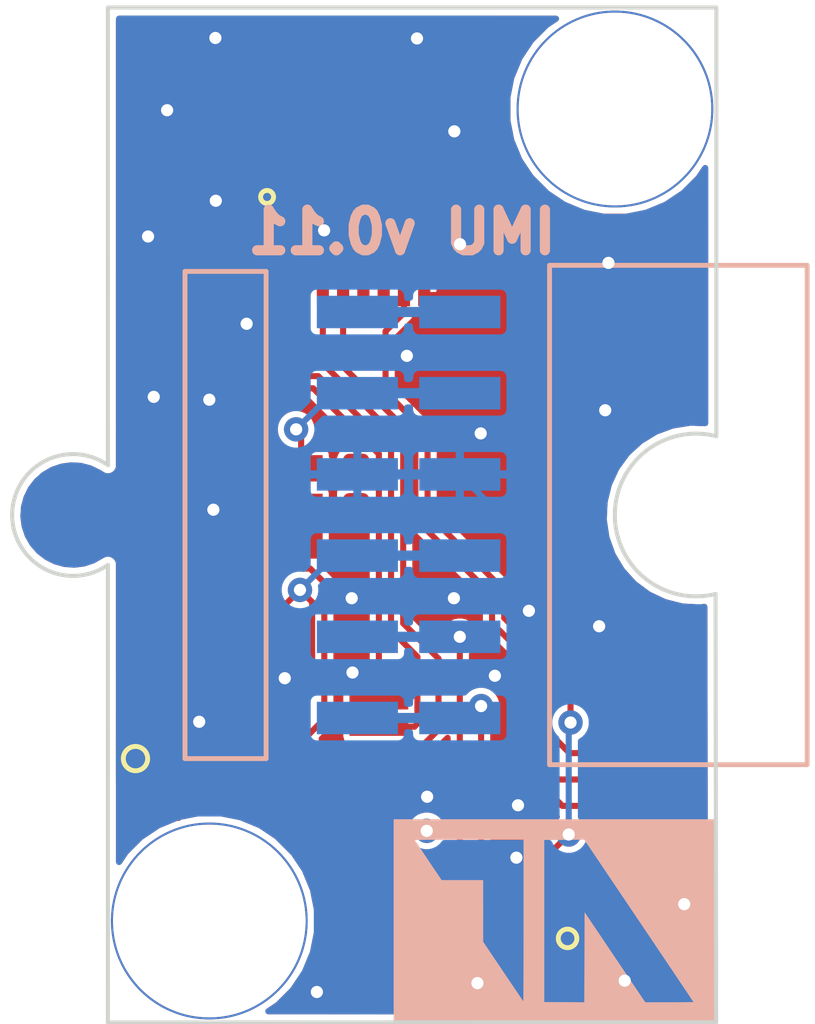
<source format=kicad_pcb>
(kicad_pcb (version 20171130) (host pcbnew 5.1.10-88a1d61d58~90~ubuntu20.04.1)

  (general
    (thickness 1.6)
    (drawings 8)
    (tracks 355)
    (zones 0)
    (modules 26)
    (nets 34)
  )

  (page A4)
  (layers
    (0 F.Cu signal)
    (31 B.Cu signal)
    (32 B.Adhes user hide)
    (33 F.Adhes user hide)
    (34 B.Paste user hide)
    (35 F.Paste user hide)
    (36 B.SilkS user hide)
    (37 F.SilkS user hide)
    (38 B.Mask user hide)
    (39 F.Mask user hide)
    (40 Dwgs.User user)
    (41 Cmts.User user)
    (42 Eco1.User user hide)
    (43 Eco2.User user hide)
    (44 Edge.Cuts user)
    (45 Margin user hide)
    (46 B.CrtYd user)
    (47 F.CrtYd user)
    (48 B.Fab user)
    (49 F.Fab user)
  )

  (setup
    (last_trace_width 0.15)
    (user_trace_width 0.25)
    (user_trace_width 0.4)
    (user_trace_width 1.7)
    (trace_clearance 0.15)
    (zone_clearance 0.3)
    (zone_45_only no)
    (trace_min 0.15)
    (via_size 0.6)
    (via_drill 0.3)
    (via_min_size 0.4)
    (via_min_drill 0.3)
    (user_via 0.8 0.4)
    (uvia_size 0.3)
    (uvia_drill 0.1)
    (uvias_allowed no)
    (uvia_min_size 0.2)
    (uvia_min_drill 0.1)
    (edge_width 0.1)
    (segment_width 0.2)
    (pcb_text_width 0.3)
    (pcb_text_size 1.5 1.5)
    (mod_edge_width 0.15)
    (mod_text_size 1 1)
    (mod_text_width 0.15)
    (pad_size 1.8 1.8)
    (pad_drill 0)
    (pad_to_mask_clearance 0)
    (aux_axis_origin 0 0)
    (visible_elements FFFFFF7F)
    (pcbplotparams
      (layerselection 0x018fc_ffffffff)
      (usegerberextensions true)
      (usegerberattributes false)
      (usegerberadvancedattributes false)
      (creategerberjobfile false)
      (excludeedgelayer true)
      (linewidth 0.100000)
      (plotframeref false)
      (viasonmask false)
      (mode 1)
      (useauxorigin false)
      (hpglpennumber 1)
      (hpglpenspeed 20)
      (hpglpendiameter 15.000000)
      (psnegative false)
      (psa4output false)
      (plotreference false)
      (plotvalue false)
      (plotinvisibletext false)
      (padsonsilk false)
      (subtractmaskfromsilk true)
      (outputformat 1)
      (mirror false)
      (drillshape 0)
      (scaleselection 1)
      (outputdirectory ""))
  )

  (net 0 "")
  (net 1 5V)
  (net 2 GND)
  (net 3 VDD)
  (net 4 /VPOWER)
  (net 5 CAN)
  (net 6 I2C_SCL)
  (net 7 I2C_SDA)
  (net 8 SWCLK)
  (net 9 SWDIO)
  (net 10 "Net-(R3-Pad1)")
  (net 11 Interrupt0)
  (net 12 "Net-(C8-Pad1)")
  (net 13 "Net-(C9-Pad1)")
  (net 14 "Net-(R1-Pad1)")
  (net 15 Boot_load)
  (net 16 "Net-(U2-Pad14)")
  (net 17 Boot_loader_indicator)
  (net 18 Reset)
  (net 19 "Net-(U1-Pad4)")
  (net 20 "Net-(R4-Pad2)")
  (net 21 "Net-(U2-Pad18)")
  (net 22 "Net-(U4-Pad1)")
  (net 23 "Net-(U4-Pad24)")
  (net 24 "Net-(U4-Pad23)")
  (net 25 "Net-(U4-Pad22)")
  (net 26 "Net-(U4-Pad21)")
  (net 27 "Net-(U4-Pad7)")
  (net 28 "Net-(U4-Pad8)")
  (net 29 "Net-(U4-Pad12)")
  (net 30 "Net-(U4-Pad13)")
  (net 31 PS1)
  (net 32 "Net-(U2-Pad10)")
  (net 33 "Net-(C6-Pad1)")

  (net_class Default "This is the default net class."
    (clearance 0.15)
    (trace_width 0.15)
    (via_dia 0.6)
    (via_drill 0.3)
    (uvia_dia 0.3)
    (uvia_drill 0.1)
    (add_net /VPOWER)
    (add_net 5V)
    (add_net Boot_load)
    (add_net Boot_loader_indicator)
    (add_net CAN)
    (add_net GND)
    (add_net I2C_SCL)
    (add_net I2C_SDA)
    (add_net Interrupt0)
    (add_net "Net-(C6-Pad1)")
    (add_net "Net-(C8-Pad1)")
    (add_net "Net-(C9-Pad1)")
    (add_net "Net-(R1-Pad1)")
    (add_net "Net-(R3-Pad1)")
    (add_net "Net-(R4-Pad2)")
    (add_net "Net-(U1-Pad4)")
    (add_net "Net-(U2-Pad10)")
    (add_net "Net-(U2-Pad14)")
    (add_net "Net-(U2-Pad18)")
    (add_net "Net-(U4-Pad1)")
    (add_net "Net-(U4-Pad12)")
    (add_net "Net-(U4-Pad13)")
    (add_net "Net-(U4-Pad21)")
    (add_net "Net-(U4-Pad22)")
    (add_net "Net-(U4-Pad23)")
    (add_net "Net-(U4-Pad24)")
    (add_net "Net-(U4-Pad7)")
    (add_net "Net-(U4-Pad8)")
    (add_net PS1)
    (add_net Reset)
    (add_net SWCLK)
    (add_net SWDIO)
    (add_net VDD)
  )

  (net_class Power ""
    (clearance 0.2)
    (trace_width 0.25)
    (via_dia 0.8)
    (via_drill 0.4)
    (uvia_dia 0.3)
    (uvia_drill 0.1)
  )

  (net_class Signals ""
    (clearance 0.15)
    (trace_width 0.15)
    (via_dia 0.6)
    (via_drill 0.3)
    (uvia_dia 0.3)
    (uvia_drill 0.1)
  )

  (net_class VPOWER ""
    (clearance 0.2)
    (trace_width 0.4)
    (via_dia 1)
    (via_drill 0.5)
    (uvia_dia 0.3)
    (uvia_drill 0.1)
  )

  (net_class t ""
    (clearance 0.15)
    (trace_width 1.5)
    (via_dia 0.6)
    (via_drill 0.3)
    (uvia_dia 0.3)
    (uvia_drill 0.1)
  )

  (module AbstractFoundry:M22-5330605R (layer B.Cu) (tedit 5F7B4D47) (tstamp 60A02008)
    (at 2.2 12.5)
    (path /60A105F0)
    (attr smd)
    (fp_text reference J2 (at 1 -7.35) (layer Eco2.User)
      (effects (font (size 0.3 0.3) (thickness 0.075)))
    )
    (fp_text value MaleConn_1x6 (at 0.76708 -7.9756 180) (layer Eco1.User)
      (effects (font (size 0.3 0.3) (thickness 0.075)))
    )
    (fp_line (start -4.8 6.3) (end 5 6.3) (layer B.CrtYd) (width 0.12))
    (fp_line (start 5 6.3) (end 5 -6.3) (layer B.CrtYd) (width 0.12))
    (fp_line (start -4.8 -6.3) (end 5 -6.3) (layer B.CrtYd) (width 0.12))
    (fp_line (start -4.8 6.3) (end -4.8 -6.3) (layer B.CrtYd) (width 0.12))
    (fp_line (start -0.3 6) (end 1.7 6) (layer B.Fab) (width 0.12))
    (fp_line (start 1.7 6) (end 1.7 -6) (layer B.Fab) (width 0.12))
    (fp_line (start -0.3 -6) (end 1.7 -6) (layer B.Fab) (width 0.12))
    (fp_line (start -0.3 6) (end -0.3 -6) (layer B.Fab) (width 0.12))
    (fp_line (start -0.3 6) (end -0.3 -6) (layer B.SilkS) (width 0.12))
    (fp_line (start -0.3 6) (end 1.7 6) (layer B.SilkS) (width 0.12))
    (fp_line (start 1.7 6) (end 1.7 -6) (layer B.SilkS) (width 0.12))
    (fp_line (start -0.3 -6) (end 1.7 -6) (layer B.SilkS) (width 0.12))
    (pad 1 smd rect (at 3.95 -5) (size 2 0.8) (layers B.Cu B.Paste B.Mask)
      (net 4 /VPOWER))
    (pad 2 smd rect (at 3.95 -3) (size 2 0.8) (layers B.Cu B.Paste B.Mask)
      (net 1 5V))
    (pad 3 smd rect (at 3.95 -1) (size 2 0.8) (layers B.Cu B.Paste B.Mask)
      (net 2 GND))
    (pad 4 smd rect (at 3.95 1) (size 2 0.8) (layers B.Cu B.Paste B.Mask)
      (net 5 CAN))
    (pad 5 smd rect (at 3.95 3) (size 2 0.8) (layers B.Cu B.Paste B.Mask)
      (net 9 SWDIO))
    (pad 6 smd rect (at 3.95 5) (size 2 0.8) (layers B.Cu B.Paste B.Mask)
      (net 8 SWCLK))
    (model /home/sean/AbstractFoundry/main/Alpha/Hardware/Libraries/AbstractFoundry/3DModels/M22-5330605.IGS
      (offset (xyz 7 -0.75 -3.5))
      (scale (xyz 1 1 1))
      (rotate (xyz -90 0 90))
    )
  )

  (module AbstractFoundry:C_0402_1005Metric (layer F.Cu) (tedit 5F7B4CCF) (tstamp 61772F42)
    (at 4.11 8.43 270)
    (descr "Capacitor SMD 0402 (1005 Metric), square (rectangular) end terminal, IPC_7351 nominal, (Body size source: http://www.tortai-tech.com/upload/download/2011102023233369053.pdf), generated with kicad-footprint-generator")
    (tags capacitor)
    (path /618E9C70)
    (attr smd)
    (fp_text reference C6 (at 0.0508 0.0127) (layer Eco2.User)
      (effects (font (size 0.3 0.3) (thickness 0.075)))
    )
    (fp_text value 1uF (at 0 1.17 90) (layer Eco1.User)
      (effects (font (size 0.3 0.3) (thickness 0.075)))
    )
    (fp_line (start -0.25 -0.5) (end 0.25 -0.5) (layer F.Fab) (width 0.1))
    (fp_line (start 0.25 -0.5) (end 0.25 0.5) (layer F.Fab) (width 0.1))
    (fp_line (start 0.25 0.5) (end -0.25 0.5) (layer F.Fab) (width 0.1))
    (fp_line (start -0.25 0.5) (end -0.25 -0.5) (layer F.Fab) (width 0.1))
    (fp_line (start -0.47 -0.93) (end 0.47 -0.93) (layer F.CrtYd) (width 0.05))
    (fp_line (start 0.47 -0.93) (end 0.47 0.93) (layer F.CrtYd) (width 0.05))
    (fp_line (start 0.47 0.93) (end -0.47 0.93) (layer F.CrtYd) (width 0.05))
    (fp_line (start -0.47 0.93) (end -0.47 -0.93) (layer F.CrtYd) (width 0.05))
    (pad 2 smd roundrect (at 0 0.485 180) (size 0.59 0.64) (layers F.Cu F.Paste F.Mask) (roundrect_rratio 0.25)
      (net 2 GND))
    (pad 1 smd roundrect (at 0 -0.485 180) (size 0.59 0.64) (layers F.Cu F.Paste F.Mask) (roundrect_rratio 0.25)
      (net 33 "Net-(C6-Pad1)"))
    (model ${KISYS3DMOD}/Capacitor_SMD.3dshapes/C_0402_1005Metric.wrl
      (at (xyz 0 0 0))
      (scale (xyz 1 1 1))
      (rotate (xyz 0 0 90))
    )
  )

  (module AbstractFoundry:M22-6540642R (layer B.Cu) (tedit 5F7B4D50) (tstamp 5EE22144)
    (at 13.8 12.5 180)
    (path /60A105F1)
    (attr smd)
    (fp_text reference J1 (at 0.4699 -6.99262 180) (layer Eco2.User)
      (effects (font (size 0.3 0.3) (thickness 0.075)))
    )
    (fp_text value FemaleConn_1x6 (at 0.25146 -7.75462 180) (layer Eco1.User)
      (effects (font (size 0.3 0.3) (thickness 0.075)))
    )
    (fp_line (start -3.5814 -6.3) (end -3.5814 6.3) (layer B.CrtYd) (width 0.12))
    (fp_line (start 6.35 -6.3) (end -3.5814 -6.3) (layer B.CrtYd) (width 0.12))
    (fp_line (start 6.35 6.3) (end 6.35 -6.3) (layer B.CrtYd) (width 0.12))
    (fp_line (start -3.556 6.3) (end 6.35 6.3) (layer B.CrtYd) (width 0.12))
    (fp_line (start -3.425 6.15) (end -3.425 -6.15) (layer B.Fab) (width 0.12))
    (fp_line (start -3.425 6.15) (end 2.925 6.15) (layer B.Fab) (width 0.12))
    (fp_line (start 2.925 -6.15) (end 2.925 6.15) (layer B.Fab) (width 0.12))
    (fp_line (start -3.425 -6.15) (end 2.925 -6.15) (layer B.Fab) (width 0.12))
    (fp_line (start 2.9123 -6.15) (end 2.9123 6.15) (layer B.SilkS) (width 0.12))
    (fp_line (start -3.4377 6.15) (end 2.9123 6.15) (layer B.SilkS) (width 0.12))
    (fp_line (start -3.4377 6.15) (end -3.4377 -6.15) (layer B.SilkS) (width 0.12))
    (fp_line (start -3.4377 -6.15) (end 2.9123 -6.15) (layer B.SilkS) (width 0.12))
    (pad 6 smd rect (at 5.125 -5 180) (size 2 0.8) (layers B.Cu B.Paste B.Mask)
      (net 8 SWCLK))
    (pad 5 smd rect (at 5.125 -3 180) (size 2 0.8) (layers B.Cu B.Paste B.Mask)
      (net 9 SWDIO))
    (pad 4 smd rect (at 5.125 -1 180) (size 2 0.8) (layers B.Cu B.Paste B.Mask)
      (net 5 CAN))
    (pad 3 smd rect (at 5.125 1 180) (size 2 0.8) (layers B.Cu B.Paste B.Mask)
      (net 2 GND))
    (pad 2 smd rect (at 5.125 3 180) (size 2 0.8) (layers B.Cu B.Paste B.Mask)
      (net 1 5V))
    (pad 1 smd rect (at 5.125 5 180) (size 2 0.8) (layers B.Cu B.Paste B.Mask)
      (net 4 /VPOWER))
    (model /home/sean/AbstractFoundry/main/Alpha/Hardware/Libraries/AbstractFoundry/3DModels/m22-6540642_asm.stp
      (at (xyz 0 0 0))
      (scale (xyz 1 1 1))
      (rotate (xyz 0 90 -90))
    )
  )

  (module AbstractFoundry:R_0402_1005Metric (layer F.Cu) (tedit 5F7B4DC3) (tstamp 61742BE6)
    (at 2.62 14.86 90)
    (descr "Resistor SMD 0402 (1005 Metric), square (rectangular) end terminal, IPC_7351 nominal, (Body size source: http://www.tortai-tech.com/upload/download/2011102023233369053.pdf), generated with kicad-footprint-generator")
    (tags resistor)
    (path /5DF346AE)
    (attr smd)
    (fp_text reference R3 (at 0 1.7 90) (layer Eco2.User)
      (effects (font (size 0.3 0.3) (thickness 0.075)))
    )
    (fp_text value 10R (at 0 1.17 90) (layer Eco1.User)
      (effects (font (size 0.3 0.3) (thickness 0.075)))
    )
    (fp_line (start -0.25 -0.5) (end 0.25 -0.5) (layer F.Fab) (width 0.1))
    (fp_line (start 0.25 -0.5) (end 0.25 0.5) (layer F.Fab) (width 0.1))
    (fp_line (start 0.25 0.5) (end -0.25 0.5) (layer F.Fab) (width 0.1))
    (fp_line (start -0.25 0.5) (end -0.25 -0.5) (layer F.Fab) (width 0.1))
    (fp_line (start -0.47 -0.93) (end 0.47 -0.93) (layer F.CrtYd) (width 0.05))
    (fp_line (start 0.47 -0.93) (end 0.47 0.93) (layer F.CrtYd) (width 0.05))
    (fp_line (start 0.47 0.93) (end -0.47 0.93) (layer F.CrtYd) (width 0.05))
    (fp_line (start -0.47 0.93) (end -0.47 -0.93) (layer F.CrtYd) (width 0.05))
    (pad 1 smd roundrect (at 0 -0.485) (size 0.59 0.64) (layers F.Cu F.Paste F.Mask) (roundrect_rratio 0.25)
      (net 10 "Net-(R3-Pad1)"))
    (pad 2 smd roundrect (at 0 0.485) (size 0.59 0.64) (layers F.Cu F.Paste F.Mask) (roundrect_rratio 0.25)
      (net 5 CAN))
    (model ${KISYS3DMOD}/Resistor_SMD.3dshapes/R_0402_1005Metric.wrl
      (at (xyz 0 0 0))
      (scale (xyz 1 1 1))
      (rotate (xyz 0 0 90))
    )
  )

  (module AbstractFoundry:SOT-23-6 (layer F.Cu) (tedit 60B6A4B2) (tstamp 6171AD39)
    (at 2.38 17.4)
    (descr "6-pin SOT-23 package")
    (tags SOT-23-6)
    (path /6171C858)
    (attr smd)
    (fp_text reference U3 (at 0 -2.9) (layer Eco2.User)
      (effects (font (size 0.3 0.3) (thickness 0.075)))
    )
    (fp_text value 74LVC2G07 (at 0 2.9) (layer Eco1.User)
      (effects (font (size 0.3 0.3) (thickness 0.075)))
    )
    (fp_circle (center -1.7 1.1) (end -1.4 1.1) (layer F.SilkS) (width 0.12))
    (fp_line (start -1.8 -1.9) (end -1.8 1.9) (layer F.CrtYd) (width 0.05))
    (fp_line (start 1.8 -1.9) (end -1.8 -1.9) (layer F.CrtYd) (width 0.05))
    (fp_line (start 1.8 1.9) (end 1.8 -1.9) (layer F.CrtYd) (width 0.05))
    (fp_line (start -1.8 1.9) (end 1.8 1.9) (layer F.CrtYd) (width 0.05))
    (fp_line (start -0.9 0.9) (end -1.55 0.25) (layer F.Fab) (width 0.1))
    (fp_line (start -1.55 -0.9) (end -1.55 0.25) (layer F.Fab) (width 0.1))
    (fp_line (start -0.9 0.9) (end 1.55 0.9) (layer F.Fab) (width 0.1))
    (fp_line (start 1.55 -0.9) (end 1.55 0.9) (layer F.Fab) (width 0.1))
    (fp_line (start -1.55 -0.9) (end 1.55 -0.9) (layer F.Fab) (width 0.1))
    (fp_text user %R (at 0 0 180) (layer F.Fab)
      (effects (font (size 0.5 0.5) (thickness 0.075)))
    )
    (pad 1 smd rect (at -0.95 1.1 90) (size 1.06 0.65) (layers F.Cu F.Paste F.Mask)
      (net 21 "Net-(U2-Pad18)"))
    (pad 2 smd rect (at 0 1.1 90) (size 1.06 0.65) (layers F.Cu F.Paste F.Mask)
      (net 2 GND))
    (pad 3 smd rect (at 0.95 1.1 90) (size 1.06 0.65) (layers F.Cu F.Paste F.Mask))
    (pad 4 smd rect (at 0.95 -1.1 90) (size 1.06 0.65) (layers F.Cu F.Paste F.Mask))
    (pad 6 smd rect (at -0.95 -1.1 90) (size 1.06 0.65) (layers F.Cu F.Paste F.Mask)
      (net 10 "Net-(R3-Pad1)"))
    (pad 5 smd rect (at 0 -1.1 90) (size 1.06 0.65) (layers F.Cu F.Paste F.Mask)
      (net 3 VDD))
    (model ${KISYS3DMOD}/Package_TO_SOT_SMD.3dshapes/SOT-23-6.wrl
      (at (xyz 0 0 0))
      (scale (xyz 1 1 1))
      (rotate (xyz 0 0 -90))
    )
  )

  (module AbstractFoundry:R_0402_1005Metric (layer F.Cu) (tedit 5F7B4DC3) (tstamp 615DD561)
    (at 14.15 23.39 180)
    (descr "Resistor SMD 0402 (1005 Metric), square (rectangular) end terminal, IPC_7351 nominal, (Body size source: http://www.tortai-tech.com/upload/download/2011102023233369053.pdf), generated with kicad-footprint-generator")
    (tags resistor)
    (path /6162A81D)
    (attr smd)
    (fp_text reference R4 (at 0.0508 0.03556 90) (layer Eco2.User)
      (effects (font (size 0.3 0.3) (thickness 0.075)))
    )
    (fp_text value 10K (at 0 1.17) (layer Eco1.User)
      (effects (font (size 0.3 0.3) (thickness 0.075)))
    )
    (fp_line (start -0.25 -0.5) (end 0.25 -0.5) (layer F.Fab) (width 0.1))
    (fp_line (start 0.25 -0.5) (end 0.25 0.5) (layer F.Fab) (width 0.1))
    (fp_line (start 0.25 0.5) (end -0.25 0.5) (layer F.Fab) (width 0.1))
    (fp_line (start -0.25 0.5) (end -0.25 -0.5) (layer F.Fab) (width 0.1))
    (fp_line (start -0.47 -0.93) (end 0.47 -0.93) (layer F.CrtYd) (width 0.05))
    (fp_line (start 0.47 -0.93) (end 0.47 0.93) (layer F.CrtYd) (width 0.05))
    (fp_line (start 0.47 0.93) (end -0.47 0.93) (layer F.CrtYd) (width 0.05))
    (fp_line (start -0.47 0.93) (end -0.47 -0.93) (layer F.CrtYd) (width 0.05))
    (pad 2 smd roundrect (at 0 0.485 90) (size 0.59 0.64) (layers F.Cu F.Paste F.Mask) (roundrect_rratio 0.25)
      (net 20 "Net-(R4-Pad2)"))
    (pad 1 smd roundrect (at 0 -0.485 90) (size 0.59 0.64) (layers F.Cu F.Paste F.Mask) (roundrect_rratio 0.25)
      (net 2 GND))
    (model ${KISYS3DMOD}/Resistor_SMD.3dshapes/R_0402_1005Metric.wrl
      (at (xyz 0 0 0))
      (scale (xyz 1 1 1))
      (rotate (xyz 0 0 90))
    )
  )

  (module AbstractFoundry:SOT-23-5 (layer F.Cu) (tedit 60B64737) (tstamp 612383B3)
    (at 3.664 12.3 90)
    (descr "5-pin SOT23 package")
    (tags SOT-23-5)
    (path /6123D29D)
    (attr smd)
    (fp_text reference U1 (at 0 -2.9 270) (layer Eco2.User)
      (effects (font (size 0.3 0.3) (thickness 0.075)))
    )
    (fp_text value ME6211C33M5G-N (at 0 2.9 270) (layer Eco1.User)
      (effects (font (size 0.3 0.3) (thickness 0.075)))
    )
    (fp_line (start -1.8 1.9) (end -1.8 -1.9) (layer F.CrtYd) (width 0.05))
    (fp_line (start -1.8 -1.9) (end 1.8 -1.9) (layer F.CrtYd) (width 0.05))
    (fp_line (start 1.8 -1.9) (end 1.8 1.9) (layer F.CrtYd) (width 0.05))
    (fp_line (start 1.8 1.9) (end -1.8 1.9) (layer F.CrtYd) (width 0.05))
    (fp_line (start -0.9 0.9) (end -1.55 0.25) (layer F.Fab) (width 0.1))
    (fp_line (start -1.55 -0.9) (end -1.55 0.25) (layer F.Fab) (width 0.1))
    (fp_line (start -0.9 0.9) (end 1.55 0.9) (layer F.Fab) (width 0.1))
    (fp_line (start 1.55 -0.9) (end 1.55 0.9) (layer F.Fab) (width 0.1))
    (fp_line (start -1.55 -0.9) (end 1.55 -0.9) (layer F.Fab) (width 0.1))
    (fp_text user %R (at 0 0) (layer F.Fab)
      (effects (font (size 0.5 0.5) (thickness 0.075)))
    )
    (pad 1 smd rect (at -0.95 1.1 180) (size 1.06 0.65) (layers F.Cu F.Paste F.Mask)
      (net 1 5V))
    (pad 2 smd rect (at 0 1.1 180) (size 1.06 0.65) (layers F.Cu F.Paste F.Mask)
      (net 2 GND))
    (pad 3 smd rect (at 0.95 1.1 180) (size 1.06 0.65) (layers F.Cu F.Paste F.Mask)
      (net 1 5V))
    (pad 4 smd rect (at 0.95 -1.1 180) (size 1.06 0.65) (layers F.Cu F.Paste F.Mask)
      (net 19 "Net-(U1-Pad4)"))
    (pad 5 smd rect (at -0.95 -1.1 180) (size 1.06 0.65) (layers F.Cu F.Paste F.Mask)
      (net 3 VDD))
    (model ${KISYS3DMOD}/Package_TO_SOT_SMD.3dshapes/SOT-23-5.wrl
      (at (xyz 0 0 0))
      (scale (xyz 1 1 1))
      (rotate (xyz 0 0 -90))
    )
  )

  (module AbstractFoundry:R_0402_1005Metric (layer F.Cu) (tedit 5F7B4DC3) (tstamp 60A03639)
    (at 11.615 8.55 90)
    (descr "Resistor SMD 0402 (1005 Metric), square (rectangular) end terminal, IPC_7351 nominal, (Body size source: http://www.tortai-tech.com/upload/download/2011102023233369053.pdf), generated with kicad-footprint-generator")
    (tags resistor)
    (path /60A104F3)
    (attr smd)
    (fp_text reference R6 (at 0.0508 0.03556) (layer Eco2.User)
      (effects (font (size 0.3 0.3) (thickness 0.075)))
    )
    (fp_text value 3.3K (at 0 1.17 90) (layer Eco1.User)
      (effects (font (size 0.3 0.3) (thickness 0.075)))
    )
    (fp_line (start -0.47 0.93) (end -0.47 -0.93) (layer F.CrtYd) (width 0.05))
    (fp_line (start 0.47 0.93) (end -0.47 0.93) (layer F.CrtYd) (width 0.05))
    (fp_line (start 0.47 -0.93) (end 0.47 0.93) (layer F.CrtYd) (width 0.05))
    (fp_line (start -0.47 -0.93) (end 0.47 -0.93) (layer F.CrtYd) (width 0.05))
    (fp_line (start -0.25 0.5) (end -0.25 -0.5) (layer F.Fab) (width 0.1))
    (fp_line (start 0.25 0.5) (end -0.25 0.5) (layer F.Fab) (width 0.1))
    (fp_line (start 0.25 -0.5) (end 0.25 0.5) (layer F.Fab) (width 0.1))
    (fp_line (start -0.25 -0.5) (end 0.25 -0.5) (layer F.Fab) (width 0.1))
    (pad 2 smd roundrect (at 0 0.485) (size 0.59 0.64) (layers F.Cu F.Paste F.Mask) (roundrect_rratio 0.25)
      (net 7 I2C_SDA))
    (pad 1 smd roundrect (at 0 -0.485) (size 0.59 0.64) (layers F.Cu F.Paste F.Mask) (roundrect_rratio 0.25)
      (net 3 VDD))
    (model ${KISYS3DMOD}/Resistor_SMD.3dshapes/R_0402_1005Metric.wrl
      (at (xyz 0 0 0))
      (scale (xyz 1 1 1))
      (rotate (xyz 0 0 90))
    )
  )

  (module AbstractFoundry:R_0402_1005Metric (layer F.Cu) (tedit 5F7B4DC3) (tstamp 60A0362B)
    (at 11.12 7.53 270)
    (descr "Resistor SMD 0402 (1005 Metric), square (rectangular) end terminal, IPC_7351 nominal, (Body size source: http://www.tortai-tech.com/upload/download/2011102023233369053.pdf), generated with kicad-footprint-generator")
    (tags resistor)
    (path /5D1CDE94)
    (attr smd)
    (fp_text reference R5 (at 0.0508 0.03556) (layer Eco2.User)
      (effects (font (size 0.3 0.3) (thickness 0.075)))
    )
    (fp_text value 3.3K (at 0 1.17 90) (layer Eco1.User)
      (effects (font (size 0.3 0.3) (thickness 0.075)))
    )
    (fp_line (start -0.47 0.93) (end -0.47 -0.93) (layer F.CrtYd) (width 0.05))
    (fp_line (start 0.47 0.93) (end -0.47 0.93) (layer F.CrtYd) (width 0.05))
    (fp_line (start 0.47 -0.93) (end 0.47 0.93) (layer F.CrtYd) (width 0.05))
    (fp_line (start -0.47 -0.93) (end 0.47 -0.93) (layer F.CrtYd) (width 0.05))
    (fp_line (start -0.25 0.5) (end -0.25 -0.5) (layer F.Fab) (width 0.1))
    (fp_line (start 0.25 0.5) (end -0.25 0.5) (layer F.Fab) (width 0.1))
    (fp_line (start 0.25 -0.5) (end 0.25 0.5) (layer F.Fab) (width 0.1))
    (fp_line (start -0.25 -0.5) (end 0.25 -0.5) (layer F.Fab) (width 0.1))
    (pad 2 smd roundrect (at 0 0.485 180) (size 0.59 0.64) (layers F.Cu F.Paste F.Mask) (roundrect_rratio 0.25)
      (net 6 I2C_SCL))
    (pad 1 smd roundrect (at 0 -0.485 180) (size 0.59 0.64) (layers F.Cu F.Paste F.Mask) (roundrect_rratio 0.25)
      (net 3 VDD))
    (model ${KISYS3DMOD}/Resistor_SMD.3dshapes/R_0402_1005Metric.wrl
      (at (xyz 0 0 0))
      (scale (xyz 1 1 1))
      (rotate (xyz 0 0 90))
    )
  )

  (module AbstractFoundry:R_0402_1005Metric (layer F.Cu) (tedit 5F7B4DC3) (tstamp 61754524)
    (at 10.82 24.09 270)
    (descr "Resistor SMD 0402 (1005 Metric), square (rectangular) end terminal, IPC_7351 nominal, (Body size source: http://www.tortai-tech.com/upload/download/2011102023233369053.pdf), generated with kicad-footprint-generator")
    (tags resistor)
    (path /60A104F6)
    (attr smd)
    (fp_text reference R1 (at 0.0508 0.03556) (layer Eco2.User)
      (effects (font (size 0.3 0.3) (thickness 0.075)))
    )
    (fp_text value 10K (at 0 1.17 90) (layer Eco1.User)
      (effects (font (size 0.3 0.3) (thickness 0.075)))
    )
    (fp_line (start -0.47 0.93) (end -0.47 -0.93) (layer F.CrtYd) (width 0.05))
    (fp_line (start 0.47 0.93) (end -0.47 0.93) (layer F.CrtYd) (width 0.05))
    (fp_line (start 0.47 -0.93) (end 0.47 0.93) (layer F.CrtYd) (width 0.05))
    (fp_line (start -0.47 -0.93) (end 0.47 -0.93) (layer F.CrtYd) (width 0.05))
    (fp_line (start -0.25 0.5) (end -0.25 -0.5) (layer F.Fab) (width 0.1))
    (fp_line (start 0.25 0.5) (end -0.25 0.5) (layer F.Fab) (width 0.1))
    (fp_line (start 0.25 -0.5) (end 0.25 0.5) (layer F.Fab) (width 0.1))
    (fp_line (start -0.25 -0.5) (end 0.25 -0.5) (layer F.Fab) (width 0.1))
    (pad 2 smd roundrect (at 0 0.485 180) (size 0.59 0.64) (layers F.Cu F.Paste F.Mask) (roundrect_rratio 0.25)
      (net 3 VDD))
    (pad 1 smd roundrect (at 0 -0.485 180) (size 0.59 0.64) (layers F.Cu F.Paste F.Mask) (roundrect_rratio 0.25)
      (net 14 "Net-(R1-Pad1)"))
    (model ${KISYS3DMOD}/Resistor_SMD.3dshapes/R_0402_1005Metric.wrl
      (at (xyz 0 0 0))
      (scale (xyz 1 1 1))
      (rotate (xyz 0 0 90))
    )
  )

  (module AbstractFoundry:C_0402_1005Metric (layer F.Cu) (tedit 5F7B4CCF) (tstamp 60A034DD)
    (at 1.92 5.15 180)
    (descr "Capacitor SMD 0402 (1005 Metric), square (rectangular) end terminal, IPC_7351 nominal, (Body size source: http://www.tortai-tech.com/upload/download/2011102023233369053.pdf), generated with kicad-footprint-generator")
    (tags capacitor)
    (path /60A104F2)
    (attr smd)
    (fp_text reference C4 (at 0.0508 0.0127 90) (layer Eco2.User)
      (effects (font (size 0.3 0.3) (thickness 0.075)))
    )
    (fp_text value 4.7uF (at 0 1.17) (layer Eco1.User)
      (effects (font (size 0.3 0.3) (thickness 0.075)))
    )
    (fp_line (start -0.47 0.93) (end -0.47 -0.93) (layer F.CrtYd) (width 0.05))
    (fp_line (start 0.47 0.93) (end -0.47 0.93) (layer F.CrtYd) (width 0.05))
    (fp_line (start 0.47 -0.93) (end 0.47 0.93) (layer F.CrtYd) (width 0.05))
    (fp_line (start -0.47 -0.93) (end 0.47 -0.93) (layer F.CrtYd) (width 0.05))
    (fp_line (start -0.25 0.5) (end -0.25 -0.5) (layer F.Fab) (width 0.1))
    (fp_line (start 0.25 0.5) (end -0.25 0.5) (layer F.Fab) (width 0.1))
    (fp_line (start 0.25 -0.5) (end 0.25 0.5) (layer F.Fab) (width 0.1))
    (fp_line (start -0.25 -0.5) (end 0.25 -0.5) (layer F.Fab) (width 0.1))
    (pad 2 smd roundrect (at 0 0.485 90) (size 0.59 0.64) (layers F.Cu F.Paste F.Mask) (roundrect_rratio 0.25)
      (net 2 GND))
    (pad 1 smd roundrect (at 0 -0.485 90) (size 0.59 0.64) (layers F.Cu F.Paste F.Mask) (roundrect_rratio 0.25)
      (net 3 VDD))
    (model ${KISYS3DMOD}/Capacitor_SMD.3dshapes/C_0402_1005Metric.wrl
      (at (xyz 0 0 0))
      (scale (xyz 1 1 1))
      (rotate (xyz 0 0 90))
    )
  )

  (module AbstractFoundry:C_0402_1005Metric (layer F.Cu) (tedit 5F7B4CCF) (tstamp 60A034CF)
    (at 5.17 19.02 180)
    (descr "Capacitor SMD 0402 (1005 Metric), square (rectangular) end terminal, IPC_7351 nominal, (Body size source: http://www.tortai-tech.com/upload/download/2011102023233369053.pdf), generated with kicad-footprint-generator")
    (tags capacitor)
    (path /60A104F7)
    (attr smd)
    (fp_text reference C3 (at 0.0508 0.0127 90) (layer Eco2.User)
      (effects (font (size 0.3 0.3) (thickness 0.075)))
    )
    (fp_text value 4.7uF (at 0 1.17) (layer Eco1.User)
      (effects (font (size 0.3 0.3) (thickness 0.075)))
    )
    (fp_line (start -0.47 0.93) (end -0.47 -0.93) (layer F.CrtYd) (width 0.05))
    (fp_line (start 0.47 0.93) (end -0.47 0.93) (layer F.CrtYd) (width 0.05))
    (fp_line (start 0.47 -0.93) (end 0.47 0.93) (layer F.CrtYd) (width 0.05))
    (fp_line (start -0.47 -0.93) (end 0.47 -0.93) (layer F.CrtYd) (width 0.05))
    (fp_line (start -0.25 0.5) (end -0.25 -0.5) (layer F.Fab) (width 0.1))
    (fp_line (start 0.25 0.5) (end -0.25 0.5) (layer F.Fab) (width 0.1))
    (fp_line (start 0.25 -0.5) (end 0.25 0.5) (layer F.Fab) (width 0.1))
    (fp_line (start -0.25 -0.5) (end 0.25 -0.5) (layer F.Fab) (width 0.1))
    (pad 2 smd roundrect (at 0 0.485 90) (size 0.59 0.64) (layers F.Cu F.Paste F.Mask) (roundrect_rratio 0.25)
      (net 2 GND))
    (pad 1 smd roundrect (at 0 -0.485 90) (size 0.59 0.64) (layers F.Cu F.Paste F.Mask) (roundrect_rratio 0.25)
      (net 3 VDD))
    (model ${KISYS3DMOD}/Capacitor_SMD.3dshapes/C_0402_1005Metric.wrl
      (at (xyz 0 0 0))
      (scale (xyz 1 1 1))
      (rotate (xyz 0 0 90))
    )
  )

  (module AbstractFoundry:C_0402_1005Metric (layer F.Cu) (tedit 5F7B4CCF) (tstamp 60A034A7)
    (at 6.12 11.77)
    (descr "Capacitor SMD 0402 (1005 Metric), square (rectangular) end terminal, IPC_7351 nominal, (Body size source: http://www.tortai-tech.com/upload/download/2011102023233369053.pdf), generated with kicad-footprint-generator")
    (tags capacitor)
    (path /60A104F9)
    (attr smd)
    (fp_text reference C1 (at 0.0508 0.0127 90) (layer Eco2.User)
      (effects (font (size 0.3 0.3) (thickness 0.075)))
    )
    (fp_text value 4.7uF (at 0 1.17) (layer Eco1.User)
      (effects (font (size 0.3 0.3) (thickness 0.075)))
    )
    (fp_line (start -0.25 -0.5) (end 0.25 -0.5) (layer F.Fab) (width 0.1))
    (fp_line (start 0.25 -0.5) (end 0.25 0.5) (layer F.Fab) (width 0.1))
    (fp_line (start 0.25 0.5) (end -0.25 0.5) (layer F.Fab) (width 0.1))
    (fp_line (start -0.25 0.5) (end -0.25 -0.5) (layer F.Fab) (width 0.1))
    (fp_line (start -0.47 -0.93) (end 0.47 -0.93) (layer F.CrtYd) (width 0.05))
    (fp_line (start 0.47 -0.93) (end 0.47 0.93) (layer F.CrtYd) (width 0.05))
    (fp_line (start 0.47 0.93) (end -0.47 0.93) (layer F.CrtYd) (width 0.05))
    (fp_line (start -0.47 0.93) (end -0.47 -0.93) (layer F.CrtYd) (width 0.05))
    (pad 1 smd roundrect (at 0 -0.485 270) (size 0.59 0.64) (layers F.Cu F.Paste F.Mask) (roundrect_rratio 0.25)
      (net 1 5V))
    (pad 2 smd roundrect (at 0 0.485 270) (size 0.59 0.64) (layers F.Cu F.Paste F.Mask) (roundrect_rratio 0.25)
      (net 2 GND))
    (model ${KISYS3DMOD}/Capacitor_SMD.3dshapes/C_0402_1005Metric.wrl
      (at (xyz 0 0 0))
      (scale (xyz 1 1 1))
      (rotate (xyz 0 0 90))
    )
  )

  (module AbstractFoundry:IMU-BNO055 (layer F.Cu) (tedit 5F7B4D1B) (tstamp 60A01F4D)
    (at 5.55 5.55 90)
    (path /5D7FCD24)
    (attr smd)
    (fp_text reference U4 (at 0.11684 3.51028 270) (layer Eco2.User)
      (effects (font (size 0.3 0.3) (thickness 0.075)))
    )
    (fp_text value BNO055 (at 0.0762 4.191 270) (layer Eco1.User)
      (effects (font (size 0.3 0.3) (thickness 0.075)))
    )
    (fp_circle (center 0.88392 -1.6256) (end 0.88392 -1.46558) (layer F.SilkS) (width 0.12))
    (fp_line (start 1.9054 -2.6016) (end 1.9054 2.5984) (layer F.Fab) (width 0.1524))
    (fp_line (start 1.9054 2.5984) (end -1.8946 2.5984) (layer F.Fab) (width 0.1524))
    (fp_line (start -1.8946 -2.6016) (end -1.8946 2.5984) (layer F.Fab) (width 0.1524))
    (fp_line (start 1.9054 -2.6016) (end -1.8946 -2.6016) (layer F.Fab) (width 0.1524))
    (fp_line (start 2.3554 3.0984) (end 2.3554 -3.0016) (layer F.CrtYd) (width 0.05))
    (fp_line (start 2.3554 -3.0016) (end -2.3446 -3.0016) (layer F.CrtYd) (width 0.05))
    (fp_line (start -2.3446 -3.0016) (end -2.3446 3.0984) (layer F.CrtYd) (width 0.05))
    (fp_line (start -2.3446 3.0984) (end 2.3054 3.0984) (layer F.CrtYd) (width 0.05))
    (fp_line (start 2.3054 3.0984) (end 2.3554 3.0984) (layer F.CrtYd) (width 0.05))
    (pad 1 smd rect (at 1.5679 -2.2516) (size 0.3 0.5) (layers F.Cu F.Paste F.Mask)
      (net 22 "Net-(U4-Pad1)"))
    (pad 28 smd rect (at 1.5679 -1.7516) (size 0.3 0.5) (layers F.Cu F.Paste F.Mask)
      (net 3 VDD))
    (pad 27 smd rect (at 1.5679 -1.2516) (size 0.3 0.5) (layers F.Cu F.Paste F.Mask)
      (net 12 "Net-(C8-Pad1)"))
    (pad 26 smd rect (at 1.5679 -0.7516) (size 0.3 0.5) (layers F.Cu F.Paste F.Mask)
      (net 13 "Net-(C9-Pad1)"))
    (pad 25 smd rect (at 1.5679 -0.2516) (size 0.3 0.5) (layers F.Cu F.Paste F.Mask)
      (net 2 GND))
    (pad 24 smd rect (at 1.5679 0.2484) (size 0.3 0.5) (layers F.Cu F.Paste F.Mask)
      (net 23 "Net-(U4-Pad24)"))
    (pad 23 smd rect (at 1.5679 0.7484) (size 0.3 0.5) (layers F.Cu F.Paste F.Mask)
      (net 24 "Net-(U4-Pad23)"))
    (pad 22 smd rect (at 1.5679 1.2484) (size 0.3 0.5) (layers F.Cu F.Paste F.Mask)
      (net 25 "Net-(U4-Pad22)"))
    (pad 21 smd rect (at 1.5679 1.7484) (size 0.3 0.5) (layers F.Cu F.Paste F.Mask)
      (net 26 "Net-(U4-Pad21)"))
    (pad 20 smd rect (at 1.5679 2.2484) (size 0.3 0.5) (layers F.Cu F.Paste F.Mask)
      (net 7 I2C_SDA))
    (pad 6 smd rect (at -1.5571 -2.2516) (size 0.3 0.5) (layers F.Cu F.Paste F.Mask)
      (net 2 GND))
    (pad 7 smd rect (at -1.5571 -1.7516) (size 0.3 0.5) (layers F.Cu F.Paste F.Mask)
      (net 27 "Net-(U4-Pad7)"))
    (pad 8 smd rect (at -1.5571 -1.2516) (size 0.3 0.5) (layers F.Cu F.Paste F.Mask)
      (net 28 "Net-(U4-Pad8)"))
    (pad 9 smd rect (at -1.5571 -0.7516) (size 0.3 0.5) (layers F.Cu F.Paste F.Mask)
      (net 33 "Net-(C6-Pad1)"))
    (pad 10 smd rect (at -1.5571 -0.2516) (size 0.3 0.5) (layers F.Cu F.Paste F.Mask)
      (net 17 Boot_loader_indicator))
    (pad 11 smd rect (at -1.5571 0.2484) (size 0.3 0.5) (layers F.Cu F.Paste F.Mask)
      (net 18 Reset))
    (pad 12 smd rect (at -1.5571 0.7484) (size 0.3 0.5) (layers F.Cu F.Paste F.Mask)
      (net 29 "Net-(U4-Pad12)"))
    (pad 13 smd rect (at -1.5571 1.2484) (size 0.3 0.5) (layers F.Cu F.Paste F.Mask)
      (net 30 "Net-(U4-Pad13)"))
    (pad 14 smd rect (at -1.5571 1.7484) (size 0.3 0.5) (layers F.Cu F.Paste F.Mask)
      (net 11 Interrupt0))
    (pad 15 smd rect (at -1.5571 2.2484) (size 0.3 0.5) (layers F.Cu F.Paste F.Mask)
      (net 2 GND))
    (pad 2 smd rect (at 0.7554 -2.2641 90) (size 0.3 0.5) (layers F.Cu F.Paste F.Mask)
      (net 2 GND))
    (pad 3 smd rect (at 0.2554 -2.2641 90) (size 0.3 0.5) (layers F.Cu F.Paste F.Mask)
      (net 3 VDD))
    (pad 4 smd rect (at -0.2446 -2.2641 90) (size 0.3 0.5) (layers F.Cu F.Paste F.Mask)
      (net 15 Boot_load))
    (pad 5 smd rect (at -0.7446 -2.2641 90) (size 0.3 0.5) (layers F.Cu F.Paste F.Mask)
      (net 31 PS1))
    (pad 19 smd rect (at 0.7554 2.2609 90) (size 0.3 0.5) (layers F.Cu F.Paste F.Mask)
      (net 6 I2C_SCL))
    (pad 18 smd rect (at 0.2554 2.2609 90) (size 0.3 0.5) (layers F.Cu F.Paste F.Mask)
      (net 2 GND))
    (pad 17 smd rect (at -0.2446 2.2609 90) (size 0.3 0.5) (layers F.Cu F.Paste F.Mask)
      (net 2 GND))
    (pad 16 smd rect (at -0.7446 2.2609 90) (size 0.3 0.5) (layers F.Cu F.Paste F.Mask)
      (net 2 GND))
    (model ${KISYS3DMOD}/Package_DFN_QFN.3dshapes/DFN-16-1EP_4x5mm_P0.5mm_EP2.44x4.34mm.wrl
      (at (xyz 0 0 0))
      (scale (xyz 0.9 1 1))
      (rotate (xyz 0 0 0))
    )
  )

  (module AbstractFoundry:R_0402_1005Metric (layer F.Cu) (tedit 5F7B4DC3) (tstamp 60A01F40)
    (at 1.99 7.16)
    (descr "Resistor SMD 0402 (1005 Metric), square (rectangular) end terminal, IPC_7351 nominal, (Body size source: http://www.tortai-tech.com/upload/download/2011102023233369053.pdf), generated with kicad-footprint-generator")
    (tags resistor)
    (path /5E44E364)
    (attr smd)
    (fp_text reference R7 (at 0 1.7) (layer Eco2.User)
      (effects (font (size 0.3 0.3) (thickness 0.075)))
    )
    (fp_text value 10K (at 0 1.17) (layer Eco1.User)
      (effects (font (size 0.3 0.3) (thickness 0.075)))
    )
    (fp_line (start -0.47 0.93) (end -0.47 -0.93) (layer F.CrtYd) (width 0.05))
    (fp_line (start 0.47 0.93) (end -0.47 0.93) (layer F.CrtYd) (width 0.05))
    (fp_line (start 0.47 -0.93) (end 0.47 0.93) (layer F.CrtYd) (width 0.05))
    (fp_line (start -0.47 -0.93) (end 0.47 -0.93) (layer F.CrtYd) (width 0.05))
    (fp_line (start -0.25 0.5) (end -0.25 -0.5) (layer F.Fab) (width 0.1))
    (fp_line (start 0.25 0.5) (end -0.25 0.5) (layer F.Fab) (width 0.1))
    (fp_line (start 0.25 -0.5) (end 0.25 0.5) (layer F.Fab) (width 0.1))
    (fp_line (start -0.25 -0.5) (end 0.25 -0.5) (layer F.Fab) (width 0.1))
    (pad 2 smd roundrect (at 0 0.485 270) (size 0.59 0.64) (layers F.Cu F.Paste F.Mask) (roundrect_rratio 0.25)
      (net 15 Boot_load))
    (pad 1 smd roundrect (at 0 -0.485 270) (size 0.59 0.64) (layers F.Cu F.Paste F.Mask) (roundrect_rratio 0.25)
      (net 3 VDD))
    (model ${KISYS3DMOD}/Resistor_SMD.3dshapes/R_0402_1005Metric.wrl
      (at (xyz 0 0 0))
      (scale (xyz 1 1 1))
      (rotate (xyz 0 0 90))
    )
  )

  (module AbstractFoundry:C_0402_1005Metric (layer F.Cu) (tedit 5F7B4CCF) (tstamp 60A01FFE)
    (at 1.45 3.68 90)
    (descr "Capacitor SMD 0402 (1005 Metric), square (rectangular) end terminal, IPC_7351 nominal, (Body size source: http://www.tortai-tech.com/upload/download/2011102023233369053.pdf), generated with kicad-footprint-generator")
    (tags capacitor)
    (path /5E402C8C)
    (attr smd)
    (fp_text reference C5 (at 0 1.6 90) (layer Eco2.User)
      (effects (font (size 0.3 0.3) (thickness 0.075)))
    )
    (fp_text value 0.1uF (at 0 1.17 90) (layer Eco1.User)
      (effects (font (size 0.3 0.3) (thickness 0.075)))
    )
    (fp_line (start -0.47 0.93) (end -0.47 -0.93) (layer F.CrtYd) (width 0.05))
    (fp_line (start 0.47 0.93) (end -0.47 0.93) (layer F.CrtYd) (width 0.05))
    (fp_line (start 0.47 -0.93) (end 0.47 0.93) (layer F.CrtYd) (width 0.05))
    (fp_line (start -0.47 -0.93) (end 0.47 -0.93) (layer F.CrtYd) (width 0.05))
    (fp_line (start -0.25 0.5) (end -0.25 -0.5) (layer F.Fab) (width 0.1))
    (fp_line (start 0.25 0.5) (end -0.25 0.5) (layer F.Fab) (width 0.1))
    (fp_line (start 0.25 -0.5) (end 0.25 0.5) (layer F.Fab) (width 0.1))
    (fp_line (start -0.25 -0.5) (end 0.25 -0.5) (layer F.Fab) (width 0.1))
    (pad 2 smd roundrect (at 0 0.485) (size 0.59 0.64) (layers F.Cu F.Paste F.Mask) (roundrect_rratio 0.25)
      (net 2 GND))
    (pad 1 smd roundrect (at 0 -0.485) (size 0.59 0.64) (layers F.Cu F.Paste F.Mask) (roundrect_rratio 0.25)
      (net 3 VDD))
    (model ${KISYS3DMOD}/Capacitor_SMD.3dshapes/C_0402_1005Metric.wrl
      (at (xyz 0 0 0))
      (scale (xyz 1 1 1))
      (rotate (xyz 0 0 90))
    )
  )

  (module AbstractFoundry:Crystal_SMD_3215-2Pin_3.2x1.5mm (layer F.Cu) (tedit 5F7B4CEA) (tstamp 60A01FF1)
    (at 4.975 1.85 90)
    (descr "SMD Crystal FC-135 https://support.epson.biz/td/api/doc_check.php?dl=brief_FC-135R_en.pdf")
    (tags "SMD SMT Crystal")
    (path /5F293A1E)
    (attr smd)
    (fp_text reference Y1 (at 0.1524 2.9972 90) (layer Eco2.User)
      (effects (font (size 0.3 0.3) (thickness 0.075)))
    )
    (fp_text value Crystal_32.768K (at -0.0762 2.4384 90) (layer Eco1.User)
      (effects (font (size 0.3 0.3) (thickness 0.075)))
    )
    (fp_line (start -1.15 -2) (end 1.15 -2) (layer F.CrtYd) (width 0.05))
    (fp_line (start -1.15 2) (end 1.15 2) (layer F.CrtYd) (width 0.05))
    (fp_line (start 1.15 2) (end 1.15 -2) (layer F.CrtYd) (width 0.05))
    (fp_line (start 0.75 1.6) (end 0.75 -1.6) (layer F.Fab) (width 0.1))
    (fp_line (start -0.75 1.6) (end -0.75 -1.6) (layer F.Fab) (width 0.1))
    (fp_line (start -0.75 -1.6) (end 0.75 -1.6) (layer F.Fab) (width 0.1))
    (fp_line (start -0.75 1.6) (end 0.75 1.6) (layer F.Fab) (width 0.1))
    (fp_line (start -1.15 2) (end -1.15 -2) (layer F.CrtYd) (width 0.05))
    (pad 2 smd rect (at 0 1.25 180) (size 1 1.8) (layers F.Cu F.Paste F.Mask)
      (net 13 "Net-(C9-Pad1)"))
    (pad 1 smd rect (at 0 -1.25 180) (size 1 1.8) (layers F.Cu F.Paste F.Mask)
      (net 12 "Net-(C8-Pad1)"))
    (model ${KISYS3DMOD}/Crystal.3dshapes/Crystal_SMD_3215-2Pin_3.2x1.5mm.wrl
      (at (xyz 0 0 0))
      (scale (xyz 1 1 1))
      (rotate (xyz 0 0 0))
    )
  )

  (module AbstractFoundry:C_0402_1005Metric (layer F.Cu) (tedit 5F7B4CCF) (tstamp 60A01FC5)
    (at 1.94 1.64 270)
    (descr "Capacitor SMD 0402 (1005 Metric), square (rectangular) end terminal, IPC_7351 nominal, (Body size source: http://www.tortai-tech.com/upload/download/2011102023233369053.pdf), generated with kicad-footprint-generator")
    (tags capacitor)
    (path /5E473FDC)
    (attr smd)
    (fp_text reference C8 (at 0 1.6 90) (layer Eco2.User)
      (effects (font (size 0.3 0.3) (thickness 0.075)))
    )
    (fp_text value 22pF (at 0 1.17 90) (layer Eco1.User)
      (effects (font (size 0.3 0.3) (thickness 0.075)))
    )
    (fp_line (start -0.47 0.93) (end -0.47 -0.93) (layer F.CrtYd) (width 0.05))
    (fp_line (start 0.47 0.93) (end -0.47 0.93) (layer F.CrtYd) (width 0.05))
    (fp_line (start 0.47 -0.93) (end 0.47 0.93) (layer F.CrtYd) (width 0.05))
    (fp_line (start -0.47 -0.93) (end 0.47 -0.93) (layer F.CrtYd) (width 0.05))
    (fp_line (start -0.25 0.5) (end -0.25 -0.5) (layer F.Fab) (width 0.1))
    (fp_line (start 0.25 0.5) (end -0.25 0.5) (layer F.Fab) (width 0.1))
    (fp_line (start 0.25 -0.5) (end 0.25 0.5) (layer F.Fab) (width 0.1))
    (fp_line (start -0.25 -0.5) (end 0.25 -0.5) (layer F.Fab) (width 0.1))
    (pad 2 smd roundrect (at 0 0.485 180) (size 0.59 0.64) (layers F.Cu F.Paste F.Mask) (roundrect_rratio 0.25)
      (net 2 GND))
    (pad 1 smd roundrect (at 0 -0.485 180) (size 0.59 0.64) (layers F.Cu F.Paste F.Mask) (roundrect_rratio 0.25)
      (net 12 "Net-(C8-Pad1)"))
    (model ${KISYS3DMOD}/Capacitor_SMD.3dshapes/C_0402_1005Metric.wrl
      (at (xyz 0 0 0))
      (scale (xyz 1 1 1))
      (rotate (xyz 0 0 90))
    )
  )

  (module AbstractFoundry:BoardText (layer F.Cu) (tedit 5E26E228) (tstamp 60A01FC1)
    (at 7.425 6.225)
    (path /5E277C1A)
    (fp_text reference IGNORE2 (at 0.17272 0.59436) (layer Eco2.User) hide
      (effects (font (size 0.3 0.3) (thickness 0.075)))
    )
    (fp_text value "IMU v0.11" (at -0.175 -0.695) (layer B.SilkS)
      (effects (font (size 1 1) (thickness 0.25)) (justify mirror))
    )
    (fp_line (start -2.2225 0.00508) (end 2.0066 0.00508) (layer F.Fab) (width 0.12))
  )

  (module AbstractFoundry:C_0402_1005Metric (layer F.Cu) (tedit 5F7B4CCF) (tstamp 60A01F76)
    (at 7.55 2.08)
    (descr "Capacitor SMD 0402 (1005 Metric), square (rectangular) end terminal, IPC_7351 nominal, (Body size source: http://www.tortai-tech.com/upload/download/2011102023233369053.pdf), generated with kicad-footprint-generator")
    (tags capacitor)
    (path /5E4845A8)
    (attr smd)
    (fp_text reference C9 (at 0 1.6) (layer Eco2.User)
      (effects (font (size 0.3 0.3) (thickness 0.075)))
    )
    (fp_text value 22pF (at 0 1.17) (layer Eco1.User)
      (effects (font (size 0.3 0.3) (thickness 0.075)))
    )
    (fp_line (start -0.47 0.93) (end -0.47 -0.93) (layer F.CrtYd) (width 0.05))
    (fp_line (start 0.47 0.93) (end -0.47 0.93) (layer F.CrtYd) (width 0.05))
    (fp_line (start 0.47 -0.93) (end 0.47 0.93) (layer F.CrtYd) (width 0.05))
    (fp_line (start -0.47 -0.93) (end 0.47 -0.93) (layer F.CrtYd) (width 0.05))
    (fp_line (start -0.25 0.5) (end -0.25 -0.5) (layer F.Fab) (width 0.1))
    (fp_line (start 0.25 0.5) (end -0.25 0.5) (layer F.Fab) (width 0.1))
    (fp_line (start 0.25 -0.5) (end 0.25 0.5) (layer F.Fab) (width 0.1))
    (fp_line (start -0.25 -0.5) (end 0.25 -0.5) (layer F.Fab) (width 0.1))
    (pad 2 smd roundrect (at 0 0.485 270) (size 0.59 0.64) (layers F.Cu F.Paste F.Mask) (roundrect_rratio 0.25)
      (net 2 GND))
    (pad 1 smd roundrect (at 0 -0.485 270) (size 0.59 0.64) (layers F.Cu F.Paste F.Mask) (roundrect_rratio 0.25)
      (net 13 "Net-(C9-Pad1)"))
    (model ${KISYS3DMOD}/Capacitor_SMD.3dshapes/C_0402_1005Metric.wrl
      (at (xyz 0 0 0))
      (scale (xyz 1 1 1))
      (rotate (xyz 0 0 90))
    )
  )

  (module AbstractFoundry:CompanyIcon (layer B.Cu) (tedit 5E41829F) (tstamp 60A02230)
    (at 11 22.5 180)
    (path /5D9C91E9)
    (fp_text reference IGNORE1 (at 0 -3.81) (layer Eco2.User) hide
      (effects (font (size 0.3 0.3) (thickness 0.075)))
    )
    (fp_text value CompanyIcon (at 0 3.81) (layer Eco1.User) hide
      (effects (font (size 0.3 0.3) (thickness 0.075)))
    )
    (fp_poly (pts (xy 3.9497 -2.5019) (xy -3.9497 -2.5019) (xy -3.9497 -1.9996) (xy -3.4417 -1.9996)
      (xy -3.4417 -1.999605) (xy -3.429414 -2.001016) (xy -3.394208 -2.002332) (xy -3.338562 -2.003523)
      (xy -3.264957 -2.004561) (xy -3.175874 -2.005417) (xy -3.073792 -2.006062) (xy -2.961192 -2.006465)
      (xy -2.84488 -2.0066) (xy -2.24806 -2.0066) (xy -2.213055 -1.957654) (xy -2.201143 -1.940389)
      (xy -2.176061 -1.903548) (xy -2.138821 -1.848628) (xy -2.090433 -1.777127) (xy -2.031909 -1.690542)
      (xy -1.964259 -1.59037) (xy -1.888495 -1.478109) (xy -1.805627 -1.355256) (xy -1.716667 -1.223308)
      (xy -1.622625 -1.083763) (xy -1.524513 -0.938117) (xy -1.46685 -0.852492) (xy -0.75565 0.203725)
      (xy -0.752406 -0.901585) (xy -0.749161 -2.006894) (xy -0.250756 -2.003572) (xy 0.24765 -2.00025)
      (xy 0.24765 2.00025) (xy -0.249366 2.003572) (xy -0.702532 2.0066) (xy 0.7493 2.0066)
      (xy 0.7493 0.004234) (xy 0.749331 -0.21908) (xy 0.749425 -0.435337) (xy 0.749577 -0.643187)
      (xy 0.749784 -0.84128) (xy 0.750042 -1.028268) (xy 0.750347 -1.202801) (xy 0.750697 -1.36353)
      (xy 0.751088 -1.509105) (xy 0.751516 -1.638177) (xy 0.751978 -1.749397) (xy 0.752471 -1.841415)
      (xy 0.75299 -1.912883) (xy 0.753533 -1.96245) (xy 0.754096 -1.988767) (xy 0.754438 -1.992841)
      (xy 0.762214 -1.981692) (xy 0.783029 -1.951178) (xy 0.81573 -1.903003) (xy 0.859167 -1.838868)
      (xy 0.912188 -1.760476) (xy 0.973643 -1.669531) (xy 1.042381 -1.567733) (xy 1.117249 -1.456787)
      (xy 1.197097 -1.338395) (xy 1.256047 -1.25095) (xy 1.752516 -0.51435) (xy 1.7526 1.0033)
      (xy 2.264215 1.003301) (xy 2.77583 1.003301) (xy 3.108765 1.498152) (xy 3.176019 1.598254)
      (xy 3.238727 1.691861) (xy 3.295498 1.776877) (xy 3.344944 1.851211) (xy 3.385675 1.912768)
      (xy 3.416302 1.959455) (xy 3.435435 1.989178) (xy 3.4417 1.999802) (xy 3.429275 2.000724)
      (xy 3.393101 2.001609) (xy 3.334831 2.002449) (xy 3.256115 2.003236) (xy 3.158605 2.00396)
      (xy 3.043952 2.004615) (xy 2.913809 2.005191) (xy 2.769825 2.00568) (xy 2.613653 2.006074)
      (xy 2.446944 2.006364) (xy 2.27135 2.006542) (xy 2.0955 2.0066) (xy 0.7493 2.0066)
      (xy -0.702532 2.0066) (xy -0.746382 2.006893) (xy -2.094041 0.007141) (xy -2.231271 -0.196526)
      (xy -2.364655 -0.394557) (xy -2.493502 -0.585922) (xy -2.617123 -0.769595) (xy -2.734827 -0.944549)
      (xy -2.845925 -1.109754) (xy -2.949725 -1.264184) (xy -3.045539 -1.406811) (xy -3.132675 -1.536607)
      (xy -3.210445 -1.652545) (xy -3.278156 -1.753597) (xy -3.335121 -1.838735) (xy -3.380647 -1.906932)
      (xy -3.414046 -1.957161) (xy -3.434627 -1.988392) (xy -3.4417 -1.9996) (xy -3.9497 -1.9996)
      (xy -3.9497 2.5019) (xy 3.9497 2.5019) (xy 3.9497 -2.5019)) (layer B.SilkS) (width 0.01))
  )

  (module AbstractFoundry:STM32F042F6P6 (layer F.Cu) (tedit 5F7B4DE5) (tstamp 5F1053CC)
    (at 9.63 19.99 180)
    (descr "20-Lead Plastic Thin Shrink Small Outline (ST)-4.4 mm Body [TSSOP] (see Microchip Packaging Specification 00000049BS.pdf)")
    (tags "SSOP 0.65")
    (path /60A105F2)
    (attr smd)
    (fp_text reference U2 (at -0.09652 -0.40894) (layer Eco2.User)
      (effects (font (size 0.3 0.3) (thickness 0.075)))
    )
    (fp_text value STM32F042F6P6 (at 0 4.3) (layer Eco1.User)
      (effects (font (size 0.3 0.3) (thickness 0.075)))
    )
    (fp_circle (center -1.7018 -2.93878) (end -1.66624 -2.71272) (layer F.SilkS) (width 0.12))
    (fp_line (start -3.95 3.55) (end 3.95 3.55) (layer F.CrtYd) (width 0.05))
    (fp_line (start -3.95 -3.55) (end 3.95 -3.55) (layer F.CrtYd) (width 0.05))
    (fp_line (start 3.95 -3.55) (end 3.95 3.55) (layer F.CrtYd) (width 0.05))
    (fp_line (start -3.95 -3.55) (end -3.95 3.55) (layer F.CrtYd) (width 0.05))
    (fp_line (start -2.2 -2.25) (end -1.2 -3.25) (layer F.Fab) (width 0.15))
    (fp_line (start -2.2 3.25) (end -2.2 -2.25) (layer F.Fab) (width 0.15))
    (fp_line (start 2.2 3.25) (end -2.2 3.25) (layer F.Fab) (width 0.15))
    (fp_line (start 2.2 -3.25) (end 2.2 3.25) (layer F.Fab) (width 0.15))
    (fp_line (start -1.2 -3.25) (end 2.2 -3.25) (layer F.Fab) (width 0.15))
    (pad 20 smd rect (at 2.95 -2.925 180) (size 1.45 0.45) (layers F.Cu F.Paste F.Mask)
      (net 8 SWCLK))
    (pad 19 smd rect (at 2.95 -2.275 180) (size 1.45 0.45) (layers F.Cu F.Paste F.Mask)
      (net 9 SWDIO))
    (pad 18 smd rect (at 2.95 -1.625 180) (size 1.45 0.45) (layers F.Cu F.Paste F.Mask)
      (net 21 "Net-(U2-Pad18)"))
    (pad 17 smd rect (at 2.95 -0.975 180) (size 1.45 0.45) (layers F.Cu F.Paste F.Mask)
      (net 5 CAN))
    (pad 16 smd rect (at 2.95 -0.325 180) (size 1.45 0.45) (layers F.Cu F.Paste F.Mask)
      (net 3 VDD))
    (pad 15 smd rect (at 2.95 0.325 180) (size 1.45 0.45) (layers F.Cu F.Paste F.Mask)
      (net 2 GND))
    (pad 14 smd rect (at 2.95 0.975 180) (size 1.45 0.45) (layers F.Cu F.Paste F.Mask)
      (net 16 "Net-(U2-Pad14)"))
    (pad 13 smd rect (at 2.95 1.625 180) (size 1.45 0.45) (layers F.Cu F.Paste F.Mask)
      (net 17 Boot_loader_indicator))
    (pad 12 smd rect (at 2.95 2.275 180) (size 1.45 0.45) (layers F.Cu F.Paste F.Mask)
      (net 31 PS1))
    (pad 11 smd rect (at 2.95 2.925 180) (size 1.45 0.45) (layers F.Cu F.Paste F.Mask)
      (net 15 Boot_load))
    (pad 10 smd rect (at -2.95 2.925 180) (size 1.45 0.45) (layers F.Cu F.Paste F.Mask)
      (net 32 "Net-(U2-Pad10)"))
    (pad 9 smd rect (at -2.95 2.275 180) (size 1.45 0.45) (layers F.Cu F.Paste F.Mask)
      (net 7 I2C_SDA))
    (pad 8 smd rect (at -2.95 1.625 180) (size 1.45 0.45) (layers F.Cu F.Paste F.Mask)
      (net 6 I2C_SCL))
    (pad 7 smd rect (at -2.95 0.975 180) (size 1.45 0.45) (layers F.Cu F.Paste F.Mask)
      (net 11 Interrupt0))
    (pad 6 smd rect (at -2.95 0.325 180) (size 1.45 0.45) (layers F.Cu F.Paste F.Mask)
      (net 18 Reset))
    (pad 5 smd rect (at -2.95 -0.325 180) (size 1.45 0.45) (layers F.Cu F.Paste F.Mask)
      (net 3 VDD))
    (pad 4 smd rect (at -2.95 -0.975 180) (size 1.45 0.45) (layers F.Cu F.Paste F.Mask)
      (net 14 "Net-(R1-Pad1)"))
    (pad 3 smd rect (at -2.95 -1.625 180) (size 1.45 0.45) (layers F.Cu F.Paste F.Mask)
      (net 6 I2C_SCL))
    (pad 2 smd rect (at -2.95 -2.275 180) (size 1.45 0.45) (layers F.Cu F.Paste F.Mask)
      (net 7 I2C_SDA))
    (pad 1 smd rect (at -2.95 -2.925 180) (size 1.45 0.45) (layers F.Cu F.Paste F.Mask)
      (net 20 "Net-(R4-Pad2)"))
    (model ${KISYS3DMOD}/Package_SO.3dshapes/TSSOP-20_4.4x6.5mm_P0.65mm.wrl
      (at (xyz 0 0 0))
      (scale (xyz 1 1 1))
      (rotate (xyz 0 0 0))
    )
  )

  (module AbstractFoundry:R_0402_1005Metric (layer F.Cu) (tedit 5F7B4DC3) (tstamp 5EE2219C)
    (at 1.14 14.37 180)
    (descr "Resistor SMD 0402 (1005 Metric), square (rectangular) end terminal, IPC_7351 nominal, (Body size source: http://www.tortai-tech.com/upload/download/2011102023233369053.pdf), generated with kicad-footprint-generator")
    (tags resistor)
    (path /60A105F4)
    (attr smd)
    (fp_text reference R2 (at 0 1.7) (layer Eco2.User)
      (effects (font (size 0.3 0.3) (thickness 0.075)))
    )
    (fp_text value 10K (at 0 1.17) (layer Eco1.User)
      (effects (font (size 0.3 0.3) (thickness 0.075)))
    )
    (fp_line (start -0.47 0.93) (end -0.47 -0.93) (layer F.CrtYd) (width 0.05))
    (fp_line (start 0.47 0.93) (end -0.47 0.93) (layer F.CrtYd) (width 0.05))
    (fp_line (start 0.47 -0.93) (end 0.47 0.93) (layer F.CrtYd) (width 0.05))
    (fp_line (start -0.47 -0.93) (end 0.47 -0.93) (layer F.CrtYd) (width 0.05))
    (fp_line (start -0.25 0.5) (end -0.25 -0.5) (layer F.Fab) (width 0.1))
    (fp_line (start 0.25 0.5) (end -0.25 0.5) (layer F.Fab) (width 0.1))
    (fp_line (start 0.25 -0.5) (end 0.25 0.5) (layer F.Fab) (width 0.1))
    (fp_line (start -0.25 -0.5) (end 0.25 -0.5) (layer F.Fab) (width 0.1))
    (pad 2 smd roundrect (at 0 0.485 90) (size 0.59 0.64) (layers F.Cu F.Paste F.Mask) (roundrect_rratio 0.25)
      (net 3 VDD))
    (pad 1 smd roundrect (at 0 -0.485 90) (size 0.59 0.64) (layers F.Cu F.Paste F.Mask) (roundrect_rratio 0.25)
      (net 5 CAN))
    (model ${KISYS3DMOD}/Resistor_SMD.3dshapes/R_0402_1005Metric.wrl
      (at (xyz 0 0 0))
      (scale (xyz 1 1 1))
      (rotate (xyz 0 0 90))
    )
  )

  (module AbstractFoundry:MountingHole_2.7mm_M2.5_ISO7380 (layer F.Cu) (tedit 5F7B4D74) (tstamp 5F1EBCB6)
    (at 2.5 22.5)
    (descr "Mounting Hole 2.7mm, no annular, M2.5, ISO7380")
    (tags "mounting hole 2.7mm no annular m2.5 iso7380")
    (path /5F1F3D85)
    (attr virtual)
    (fp_text reference H2 (at 0 -3.25) (layer Eco2.User)
      (effects (font (size 0.3 0.3) (thickness 0.075)))
    )
    (fp_text value M2.5MountingHole (at 0 3.25) (layer Eco1.User)
      (effects (font (size 0.3 0.3) (thickness 0.075)))
    )
    (fp_circle (center 0 0) (end 2.5 0) (layer F.CrtYd) (width 0.05))
    (fp_circle (center 0 0) (end 2.4 0) (layer B.Cu) (width 0.05))
    (fp_circle (center 0 0) (end 2.4 0) (layer F.Cu) (width 0.05))
    (fp_circle (center 0 0) (end 2.25 0) (layer Cmts.User) (width 0.15))
    (fp_text user %R (at 0.3 0) (layer F.Fab)
      (effects (font (size 1 1) (thickness 0.15)))
    )
    (pad 1 np_thru_hole circle (at 0 0) (size 2.7 2.7) (drill 2.7) (layers *.Cu *.Mask))
  )

  (module AbstractFoundry:MountingHole_2.7mm_M2.5_ISO7380 (layer F.Cu) (tedit 5F7B4D74) (tstamp 5F1EBCAC)
    (at 12.5 2.5)
    (descr "Mounting Hole 2.7mm, no annular, M2.5, ISO7380")
    (tags "mounting hole 2.7mm no annular m2.5 iso7380")
    (path /5F1EED8D)
    (attr virtual)
    (fp_text reference H1 (at 0 -3.25) (layer Eco2.User)
      (effects (font (size 0.3 0.3) (thickness 0.075)))
    )
    (fp_text value M2.5MountingHole (at 0 3.25) (layer Eco1.User)
      (effects (font (size 0.3 0.3) (thickness 0.075)))
    )
    (fp_circle (center 0 0) (end 2.5 0) (layer F.CrtYd) (width 0.05))
    (fp_circle (center 0 0) (end 2.4 0) (layer B.Cu) (width 0.05))
    (fp_circle (center 0 0) (end 2.4 0) (layer F.Cu) (width 0.05))
    (fp_circle (center 0 0) (end 2.25 0) (layer Cmts.User) (width 0.15))
    (fp_text user %R (at 0.3 0) (layer F.Fab)
      (effects (font (size 1 1) (thickness 0.15)))
    )
    (pad 1 np_thru_hole circle (at 0 0) (size 2.7 2.7) (drill 2.7) (layers *.Cu *.Mask))
  )

  (module AbstractFoundry:C_0402_1005Metric (layer F.Cu) (tedit 5F7B4CCF) (tstamp 5EE22117)
    (at 1.164 12.3 180)
    (descr "Capacitor SMD 0402 (1005 Metric), square (rectangular) end terminal, IPC_7351 nominal, (Body size source: http://www.tortai-tech.com/upload/download/2011102023233369053.pdf), generated with kicad-footprint-generator")
    (tags capacitor)
    (path /5E002925)
    (attr smd)
    (fp_text reference C2 (at 0 1.6 180) (layer Eco2.User)
      (effects (font (size 0.3 0.3) (thickness 0.075)))
    )
    (fp_text value 4.7uF (at 0 1.17 180) (layer Eco1.User)
      (effects (font (size 0.3 0.3) (thickness 0.075)))
    )
    (fp_line (start -0.25 -0.5) (end 0.25 -0.5) (layer F.Fab) (width 0.1))
    (fp_line (start 0.25 -0.5) (end 0.25 0.5) (layer F.Fab) (width 0.1))
    (fp_line (start 0.25 0.5) (end -0.25 0.5) (layer F.Fab) (width 0.1))
    (fp_line (start -0.25 0.5) (end -0.25 -0.5) (layer F.Fab) (width 0.1))
    (fp_line (start -0.47 -0.93) (end 0.47 -0.93) (layer F.CrtYd) (width 0.05))
    (fp_line (start 0.47 -0.93) (end 0.47 0.93) (layer F.CrtYd) (width 0.05))
    (fp_line (start 0.47 0.93) (end -0.47 0.93) (layer F.CrtYd) (width 0.05))
    (fp_line (start -0.47 0.93) (end -0.47 -0.93) (layer F.CrtYd) (width 0.05))
    (pad 1 smd roundrect (at 0 -0.485 90) (size 0.59 0.64) (layers F.Cu F.Paste F.Mask) (roundrect_rratio 0.25)
      (net 3 VDD))
    (pad 2 smd roundrect (at 0 0.485 90) (size 0.59 0.64) (layers F.Cu F.Paste F.Mask) (roundrect_rratio 0.25)
      (net 2 GND))
    (model ${KISYS3DMOD}/Capacitor_SMD.3dshapes/C_0402_1005Metric.wrl
      (at (xyz 0 0 0))
      (scale (xyz 1 1 1))
      (rotate (xyz 0 0 90))
    )
  )

  (gr_arc (start 14.5 12.5) (end 15 10.56) (angle -208.3) (layer Edge.Cuts) (width 0.1) (tstamp 615E3336))
  (gr_arc (start -0.86 12.5) (end 0.000365 11.271272) (angle -250) (layer Edge.Cuts) (width 0.1) (tstamp 5EE27DD7))
  (gr_line (start 0.000365 11.271272) (end 0 0) (layer Edge.Cuts) (width 0.1) (tstamp 5EE221E2))
  (gr_line (start 15 10.56) (end 15 0) (layer Edge.Cuts) (width 0.1) (tstamp 5EE221E1))
  (gr_line (start 0 25) (end 14.994277 24.995378) (layer Edge.Cuts) (width 0.1) (tstamp 5EE221E0))
  (gr_line (start 0 0) (end 15 0) (layer Edge.Cuts) (width 0.1) (tstamp 5EE21FD3))
  (gr_line (start 0.000364 13.728728) (end 0 25) (layer Edge.Cuts) (width 0.1) (tstamp 5EE21FC1))
  (gr_line (start 14.979492 14.44517) (end 14.994277 24.995378) (layer Edge.Cuts) (width 0.1) (tstamp 5EE21FC0))

  (segment (start 4.04 11.35) (end 3.73 11.66) (width 0.15) (layer F.Cu) (net 1))
  (segment (start 4.764 11.35) (end 4.04 11.35) (width 0.15) (layer F.Cu) (net 1))
  (segment (start 4.084 13.25) (end 4.764 13.25) (width 0.15) (layer F.Cu) (net 1))
  (segment (start 3.73 12.896) (end 4.084 13.25) (width 0.15) (layer F.Cu) (net 1))
  (segment (start 3.73 11.66) (end 3.73 12.896) (width 0.15) (layer F.Cu) (net 1))
  (segment (start 6.055 11.35) (end 6.12 11.285) (width 0.15) (layer F.Cu) (net 1))
  (segment (start 4.764 11.35) (end 6.055 11.35) (width 0.15) (layer F.Cu) (net 1))
  (segment (start 6.15 9.5) (end 8.675 9.5) (width 0.25) (layer B.Cu) (net 1))
  (via (at 4.64 10.39) (size 0.6) (drill 0.3) (layers F.Cu B.Cu) (net 1))
  (segment (start 4.764 10.514) (end 4.64 10.39) (width 0.15) (layer F.Cu) (net 1))
  (segment (start 4.764 11.35) (end 4.764 10.514) (width 0.15) (layer F.Cu) (net 1))
  (segment (start 5.53 9.5) (end 6.15 9.5) (width 0.15) (layer B.Cu) (net 1))
  (segment (start 4.64 10.39) (end 5.53 9.5) (width 0.15) (layer B.Cu) (net 1))
  (segment (start 7.8109 6.2946) (end 7.8109 7.2709) (width 0.15) (layer F.Cu) (net 2) (tstamp 60A01F8C))
  (segment (start 7.7984 7.2584) (end 7.7984 7.1071) (width 0.15) (layer F.Cu) (net 2) (tstamp 60A01F8D))
  (segment (start 7.8109 7.2709) (end 7.7984 7.2584) (width 0.15) (layer F.Cu) (net 2) (tstamp 60A01F8E))
  (segment (start 5.980497 2.995001) (end 7.119999 2.995001) (width 0.15) (layer F.Cu) (net 2) (tstamp 60A01F8F))
  (segment (start 7.119999 2.995001) (end 7.55 2.565) (width 0.15) (layer F.Cu) (net 2) (tstamp 60A01F90))
  (segment (start 6.2109 5.2946) (end 7.8109 5.2946) (width 0.15) (layer F.Cu) (net 2) (tstamp 60A01F91))
  (segment (start 5.2984 4.3821) (end 6.2109 5.2946) (width 0.15) (layer F.Cu) (net 2) (tstamp 60A01F92))
  (segment (start 5.2984 3.9821) (end 5.2984 4.3821) (width 0.15) (layer F.Cu) (net 2) (tstamp 60A01F93))
  (segment (start 5.2984 3.677098) (end 5.980497 2.995001) (width 0.15) (layer F.Cu) (net 2) (tstamp 60A01F9D))
  (segment (start 5.2984 3.9821) (end 5.2984 3.677098) (width 0.15) (layer F.Cu) (net 2) (tstamp 60A01F9E))
  (segment (start 7.8109 5.2946) (end 7.8109 5.7946) (width 0.15) (layer F.Cu) (net 2) (tstamp 60A0201A))
  (segment (start 7.8109 5.7946) (end 7.8109 6.2946) (width 0.15) (layer F.Cu) (net 2) (tstamp 60A0201B))
  (segment (start 5.2984 4.287102) (end 5.2984 3.9821) (width 0.15) (layer F.Cu) (net 2) (tstamp 60A0201C))
  (segment (start 4.790902 4.7946) (end 5.2984 4.287102) (width 0.15) (layer F.Cu) (net 2) (tstamp 60A0201D))
  (segment (start 3.2859 4.7946) (end 4.790902 4.7946) (width 0.15) (layer F.Cu) (net 2) (tstamp 60A0201E))
  (segment (start 14.719388 24.680612) (end 14.679533 24.720467) (width 0.15) (layer F.Cu) (net 2))
  (segment (start 14.719388 20.619388) (end 14.719388 24.680612) (width 0.15) (layer F.Cu) (net 2))
  (segment (start 14.720935 20.617841) (end 14.719388 20.619388) (width 0.15) (layer F.Cu) (net 2))
  (segment (start 14.679533 24.720467) (end 11.871331 24.721332) (width 0.15) (layer F.Cu) (net 2))
  (segment (start 11.871331 24.721332) (end 11.870454 24.720454) (width 0.15) (layer F.Cu) (net 2))
  (segment (start 9.57204 24.722041) (end 14.629518 24.720482) (width 0.15) (layer B.Cu) (net 2))
  (segment (start 14.674085 21.175915) (end 14.720741 21.129259) (width 0.15) (layer B.Cu) (net 2))
  (segment (start 14.629518 24.720482) (end 14.674085 24.675915) (width 0.15) (layer B.Cu) (net 2))
  (segment (start 14.724256 5.19999) (end 11.44999 5.19999) (width 0.15) (layer B.Cu) (net 2))
  (segment (start 9.848731 3.598731) (end 9.848731 0.748731) (width 0.15) (layer B.Cu) (net 2))
  (segment (start 11.44999 5.19999) (end 9.848731 3.598731) (width 0.15) (layer B.Cu) (net 2))
  (segment (start 9.848731 0.748731) (end 9.37501 0.27501) (width 0.15) (layer B.Cu) (net 2))
  (segment (start 9.37501 0.27501) (end 0.4 0.27501) (width 0.15) (layer B.Cu) (net 2))
  (segment (start 0.37499 0.27501) (end 0.275021 0.374978) (width 0.15) (layer B.Cu) (net 2))
  (segment (start 0.4 0.27501) (end 0.37499 0.27501) (width 0.15) (layer B.Cu) (net 2))
  (segment (start 0.275021 0.374978) (end 0.275344 10.375344) (width 0.15) (layer B.Cu) (net 2))
  (segment (start 0.275377 11.385175) (end 0.275376 13.614825) (width 0.15) (layer B.Cu) (net 2))
  (segment (start 0.275344 10.375344) (end 0.275377 11.385175) (width 0.15) (layer B.Cu) (net 2))
  (segment (start 0.275376 13.614825) (end 0.275293 16.2) (width 0.15) (layer B.Cu) (net 2))
  (segment (start 0.275293 16.2) (end 0.275293 19.025293) (width 0.15) (layer B.Cu) (net 2))
  (segment (start 0.275293 19.025293) (end 1.1 19.85) (width 0.15) (layer B.Cu) (net 2))
  (segment (start 5.151268 21.403708) (end 5.151268 24.248732) (width 0.15) (layer B.Cu) (net 2))
  (segment (start 3.59756 19.85) (end 5.151268 21.403708) (width 0.15) (layer B.Cu) (net 2))
  (segment (start 1.1 19.85) (end 3.59756 19.85) (width 0.15) (layer B.Cu) (net 2))
  (segment (start 5.151268 24.298732) (end 5.552536 24.7) (width 0.15) (layer B.Cu) (net 2))
  (segment (start 6.15 24.7) (end 6.173088 24.723089) (width 0.15) (layer B.Cu) (net 2))
  (segment (start 5.552536 24.7) (end 6.15 24.7) (width 0.15) (layer B.Cu) (net 2))
  (segment (start 6.173088 24.723089) (end 8.727699 24.722301) (width 0.15) (layer B.Cu) (net 2))
  (segment (start 5.151268 24.248732) (end 5.151268 24.298732) (width 0.15) (layer B.Cu) (net 2) (tstamp 60A04C61))
  (via (at 5.151268 24.248732) (size 0.6) (drill 0.3) (layers F.Cu B.Cu) (net 2))
  (via (at 7.62 0.762) (size 0.6) (drill 0.3) (layers F.Cu B.Cu) (net 2))
  (via (at 2.65 0.75) (size 0.6) (drill 0.3) (layers F.Cu B.Cu) (net 2))
  (via (at 8.68 5.83) (size 0.6) (drill 0.3) (layers F.Cu B.Cu) (net 2))
  (via (at 8.54 3.05) (size 0.6) (drill 0.3) (layers F.Cu B.Cu) (net 2))
  (via (at 2.66 4.76) (size 0.6) (drill 0.3) (layers F.Cu B.Cu) (net 2))
  (via (at 7.37 8.58) (size 0.6) (drill 0.3) (layers F.Cu B.Cu) (net 2))
  (segment (start 4.809 12.255) (end 4.764 12.3) (width 0.15) (layer F.Cu) (net 2))
  (segment (start 6.12 12.255) (end 4.809 12.255) (width 0.15) (layer F.Cu) (net 2))
  (segment (start 5.974998 19.665) (end 6.68 19.665) (width 0.15) (layer F.Cu) (net 2))
  (segment (start 5.729999 19.420001) (end 5.974998 19.665) (width 0.15) (layer F.Cu) (net 2))
  (segment (start 5.729999 19.094999) (end 5.729999 19.420001) (width 0.15) (layer F.Cu) (net 2))
  (via (at 2.250686 17.59315) (size 0.6) (drill 0.3) (layers F.Cu B.Cu) (net 2))
  (segment (start 2.38 17.722464) (end 2.250686 17.59315) (width 0.15) (layer F.Cu) (net 2))
  (segment (start 2.38 18.5) (end 2.38 17.722464) (width 0.15) (layer F.Cu) (net 2))
  (segment (start 14.712894 20.447474) (end 14.70771 20.44229) (width 0.15) (layer F.Cu) (net 2))
  (segment (start 14.713318 20.749397) (end 14.712894 20.447474) (width 0.15) (layer F.Cu) (net 2))
  (segment (start 11.870454 24.720454) (end 10.089546 24.720454) (width 0.15) (layer F.Cu) (net 2))
  (segment (start 10.089546 24.720454) (end 9.570454 24.720454) (width 0.15) (layer F.Cu) (net 2))
  (via (at 9.19 10.49) (size 0.6) (drill 0.3) (layers F.Cu B.Cu) (net 2))
  (segment (start 9.325 11.5) (end 9.325 11.735641) (width 0.15) (layer B.Cu) (net 2))
  (segment (start 14.724238 5.324239) (end 14.723605 9.799983) (width 0.15) (layer F.Cu) (net 2))
  (segment (start 13.693754 5.3) (end 14.7 5.3) (width 0.15) (layer F.Cu) (net 2))
  (segment (start 3.595853 19.846876) (end 1.853124 19.846876) (width 0.15) (layer F.Cu) (net 2))
  (segment (start 13.546877 5.153123) (end 13.693754 5.3) (width 0.15) (layer F.Cu) (net 2))
  (segment (start 9.848731 1.301269) (end 9.848731 3.599697) (width 0.15) (layer F.Cu) (net 2))
  (segment (start 1.739891 19.960109) (end 1.160109 19.960109) (width 0.15) (layer F.Cu) (net 2))
  (segment (start 12.172219 13.402219) (end 13.75 14.98) (width 0.15) (layer F.Cu) (net 2))
  (segment (start 13.684438 10.09) (end 14.433588 10.09) (width 0.15) (layer F.Cu) (net 2))
  (segment (start 10.05 1.1) (end 9.848731 1.301269) (width 0.15) (layer F.Cu) (net 2))
  (segment (start 9.22501 0.27501) (end 10.05 1.1) (width 0.15) (layer F.Cu) (net 2))
  (segment (start 0.32499 0.27501) (end 9.22501 0.27501) (width 0.15) (layer F.Cu) (net 2))
  (segment (start 6.661508 24.722938) (end 9.077807 24.722193) (width 0.15) (layer F.Cu) (net 2))
  (segment (start 0.275377 0.324623) (end 0.32499 0.27501) (width 0.15) (layer F.Cu) (net 2))
  (segment (start 14.7 5.3) (end 14.724238 5.324239) (width 0.15) (layer F.Cu) (net 2))
  (segment (start 5.427776 24.722224) (end 5.255552 24.55) (width 0.15) (layer F.Cu) (net 2))
  (segment (start 11.402157 5.153123) (end 13.546877 5.153123) (width 0.15) (layer F.Cu) (net 2))
  (segment (start 0.275377 13.590526) (end 0.275377 0.324623) (width 0.15) (layer F.Cu) (net 2))
  (segment (start 6.662222 24.722224) (end 5.427776 24.722224) (width 0.15) (layer F.Cu) (net 2))
  (segment (start 9.848731 3.599697) (end 11.402157 5.153123) (width 0.15) (layer F.Cu) (net 2))
  (segment (start 0.275201 19.0752) (end 0.275377 13.590526) (width 0.15) (layer F.Cu) (net 2))
  (segment (start 6.661508 24.722938) (end 6.662222 24.722224) (width 0.15) (layer F.Cu) (net 2))
  (segment (start 14.433588 10.09) (end 14.723605 9.799983) (width 0.15) (layer F.Cu) (net 2))
  (segment (start 12.172219 11.602219) (end 12.172219 13.402219) (width 0.15) (layer F.Cu) (net 2))
  (segment (start 1.160109 19.960109) (end 0.275201 19.0752) (width 0.15) (layer F.Cu) (net 2))
  (segment (start 1.853124 19.846876) (end 1.739891 19.960109) (width 0.15) (layer F.Cu) (net 2))
  (segment (start 14.37 14.98) (end 13.75 14.98) (width 0.15) (layer F.Cu) (net 2))
  (segment (start 14.705703 15.315703) (end 14.37 14.98) (width 0.15) (layer F.Cu) (net 2))
  (segment (start 14.70771 16.748013) (end 14.705703 15.315703) (width 0.15) (layer F.Cu) (net 2))
  (segment (start 14.70771 20.44229) (end 14.70771 16.748013) (width 0.15) (layer F.Cu) (net 2))
  (segment (start 5.255552 21.506575) (end 3.595853 19.846876) (width 0.15) (layer F.Cu) (net 2))
  (segment (start 5.255552 24.55) (end 5.255552 21.506575) (width 0.15) (layer F.Cu) (net 2))
  (via (at 12.34 6.29) (size 0.6) (drill 0.3) (layers F.Cu B.Cu) (net 2))
  (segment (start 12.172219 11.602219) (end 13.684438 10.09) (width 0.15) (layer F.Cu) (net 2))
  (via (at 2.5 9.66) (size 0.6) (drill 0.3) (layers F.Cu B.Cu) (net 2))
  (via (at 2.6 12.37) (size 0.6) (drill 0.3) (layers F.Cu B.Cu) (net 2))
  (via (at 4.36 16.52) (size 0.6) (drill 0.3) (layers F.Cu B.Cu) (net 2))
  (via (at 1.13 9.59) (size 0.6) (drill 0.3) (layers F.Cu B.Cu) (net 2))
  (segment (start 3.615 7.985) (end 3.42 7.79) (width 0.15) (layer F.Cu) (net 2))
  (via (at 3.42 7.79) (size 0.6) (drill 0.3) (layers F.Cu B.Cu) (net 2))
  (segment (start 3.615 8.47) (end 3.615 7.985) (width 0.15) (layer F.Cu) (net 2))
  (segment (start 3.2984 7.6684) (end 3.42 7.79) (width 0.15) (layer F.Cu) (net 2))
  (segment (start 3.2984 7.1071) (end 3.2984 7.6684) (width 0.15) (layer F.Cu) (net 2))
  (segment (start 5.17 18.535) (end 5.729999 19.094999) (width 0.15) (layer F.Cu) (net 2))
  (segment (start 6.15 11.5) (end 8.675 11.5) (width 0.25) (layer B.Cu) (net 2))
  (via (at 7.87 19.44) (size 0.6) (drill 0.3) (layers F.Cu B.Cu) (net 2))
  (segment (start 7.645 19.665) (end 7.87 19.44) (width 0.15) (layer F.Cu) (net 2))
  (segment (start 6.68 19.665) (end 7.645 19.665) (width 0.15) (layer F.Cu) (net 2))
  (segment (start 5.444 12.3) (end 4.764 12.3) (width 0.15) (layer F.Cu) (net 2))
  (segment (start 5.635019 12.491019) (end 5.444 12.3) (width 0.15) (layer F.Cu) (net 2))
  (segment (start 5.49 18.535) (end 5.635019 18.389981) (width 0.15) (layer F.Cu) (net 2))
  (segment (start 5.17 18.535) (end 5.49 18.535) (width 0.15) (layer F.Cu) (net 2))
  (via (at 10.378361 14.86) (size 0.6) (drill 0.3) (layers F.Cu B.Cu) (net 2))
  (segment (start 9.900001 14.38164) (end 10.378361 14.86) (width 0.15) (layer B.Cu) (net 2))
  (segment (start 9.900001 12.725001) (end 9.900001 14.38164) (width 0.15) (layer B.Cu) (net 2))
  (segment (start 8.675 11.5) (end 9.900001 12.725001) (width 0.15) (layer B.Cu) (net 2))
  (via (at 12.11 15.24) (size 0.6) (drill 0.3) (layers F.Cu B.Cu) (net 2))
  (via (at 10.11 19.65) (size 0.6) (drill 0.3) (layers F.Cu B.Cu) (net 2))
  (via (at 8.53 14.55) (size 0.6) (drill 0.3) (layers F.Cu B.Cu) (net 2))
  (via (at 9.54 16.46) (size 0.6) (drill 0.3) (layers F.Cu B.Cu) (net 2))
  (via (at 12.26 9.92) (size 0.6) (drill 0.3) (layers F.Cu B.Cu) (net 2))
  (via (at 12.74 23.97) (size 0.6) (drill 0.3) (layers F.Cu B.Cu) (net 2))
  (via (at 9.11 24.03) (size 0.6) (drill 0.3) (layers F.Cu B.Cu) (net 2))
  (via (at 6.01 14.55) (size 0.6) (drill 0.3) (layers F.Cu B.Cu) (net 2))
  (segment (start 5.635019 14.175019) (end 6.01 14.55) (width 0.15) (layer F.Cu) (net 2))
  (segment (start 5.635019 13.634981) (end 5.635019 14.175019) (width 0.15) (layer F.Cu) (net 2))
  (segment (start 5.635019 13.634981) (end 5.635019 12.491019) (width 0.15) (layer F.Cu) (net 2))
  (segment (start 5.955019 16.305019) (end 6.03 16.38) (width 0.15) (layer F.Cu) (net 2))
  (segment (start 5.635019 16.305019) (end 5.955019 16.305019) (width 0.15) (layer F.Cu) (net 2))
  (segment (start 5.635019 18.389981) (end 5.635019 16.305019) (width 0.15) (layer F.Cu) (net 2))
  (via (at 6.03 16.38) (size 0.6) (drill 0.3) (layers F.Cu B.Cu) (net 2))
  (segment (start 5.635019 16.305019) (end 5.635019 13.634981) (width 0.15) (layer F.Cu) (net 2))
  (segment (start 1.935 4.65) (end 1.92 4.665) (width 0.15) (layer F.Cu) (net 2))
  (segment (start 1.935 3.68) (end 1.935 4.65) (width 0.15) (layer F.Cu) (net 2))
  (segment (start 2.6946 4.7946) (end 2.66 4.76) (width 0.15) (layer F.Cu) (net 2))
  (segment (start 3.2859 4.7946) (end 2.6946 4.7946) (width 0.15) (layer F.Cu) (net 2))
  (segment (start 2.565 4.665) (end 2.66 4.76) (width 0.15) (layer F.Cu) (net 2))
  (segment (start 1.92 4.665) (end 2.565 4.665) (width 0.15) (layer F.Cu) (net 2))
  (via (at 0.99 5.64) (size 0.6) (drill 0.3) (layers F.Cu B.Cu) (net 2))
  (via (at 5.33 5.49) (size 0.6) (drill 0.3) (layers F.Cu B.Cu) (net 2))
  (via (at 1.46 2.53) (size 0.6) (drill 0.3) (layers F.Cu B.Cu) (net 2))
  (via (at 10.07 20.94) (size 0.6) (drill 0.3) (layers F.Cu B.Cu) (net 2))
  (via (at 14.207076 22.085295) (size 0.6) (drill 0.3) (layers F.Cu B.Cu) (net 2))
  (segment (start 14.588286 21.704085) (end 14.207076 22.085295) (width 0.15) (layer B.Cu) (net 2))
  (segment (start 14.674085 21.704085) (end 14.588286 21.704085) (width 0.15) (layer B.Cu) (net 2))
  (segment (start 14.674085 24.675915) (end 14.674085 21.704085) (width 0.15) (layer B.Cu) (net 2))
  (segment (start 14.674085 21.704085) (end 14.674085 21.175915) (width 0.15) (layer B.Cu) (net 2))
  (segment (start 1.659 13.28) (end 1.164 12.785) (width 0.15) (layer F.Cu) (net 3))
  (segment (start 2.374 13.28) (end 1.659 13.28) (width 0.15) (layer F.Cu) (net 3))
  (segment (start 1.164 12.785) (end 1.164 12.831) (width 0.15) (layer F.Cu) (net 3))
  (segment (start 5.98 20.315) (end 6.68 20.315) (width 0.15) (layer F.Cu) (net 3))
  (segment (start 5.17 19.505) (end 5.98 20.315) (width 0.15) (layer F.Cu) (net 3))
  (segment (start 2.304999 17.055001) (end 2.38 16.98) (width 0.15) (layer F.Cu) (net 3))
  (segment (start 0.924999 17.055001) (end 2.304999 17.055001) (width 0.15) (layer F.Cu) (net 3))
  (segment (start 0.59499 16.724992) (end 0.924999 17.055001) (width 0.15) (layer F.Cu) (net 3))
  (segment (start 0.59499 14.43001) (end 0.59499 16.724992) (width 0.15) (layer F.Cu) (net 3))
  (segment (start 1.14 13.885) (end 0.59499 14.43001) (width 0.15) (layer F.Cu) (net 3))
  (segment (start 1.14 13.799) (end 1.659 13.28) (width 0.15) (layer F.Cu) (net 3))
  (segment (start 1.14 13.885) (end 1.14 13.799) (width 0.15) (layer F.Cu) (net 3))
  (segment (start 2.38 16.3) (end 2.38 16.98) (width 0.15) (layer F.Cu) (net 3))
  (via (at 7.86 20.28) (size 0.6) (drill 0.3) (layers F.Cu B.Cu) (net 3))
  (segment (start 7.825 20.315) (end 7.86 20.28) (width 0.15) (layer F.Cu) (net 3))
  (segment (start 6.68 20.315) (end 7.825 20.315) (width 0.15) (layer F.Cu) (net 3))
  (segment (start 11.27 20.28) (end 11.36 20.37) (width 0.15) (layer B.Cu) (net 3))
  (via (at 11.36 20.37) (size 0.6) (drill 0.3) (layers F.Cu B.Cu) (net 3))
  (segment (start 7.86 20.28) (end 11.27 20.28) (width 0.15) (layer B.Cu) (net 3))
  (segment (start 12.525 20.37) (end 12.58 20.315) (width 0.15) (layer F.Cu) (net 3))
  (segment (start 11.36 20.37) (end 12.525 20.37) (width 0.15) (layer F.Cu) (net 3))
  (segment (start 11.36 20.37) (end 11.00499 20.72501) (width 0.15) (layer F.Cu) (net 3))
  (segment (start 11.00499 23.42001) (end 10.335 24.09) (width 0.15) (layer F.Cu) (net 3))
  (segment (start 11.00499 20.72501) (end 11.00499 23.42001) (width 0.15) (layer F.Cu) (net 3))
  (segment (start 4.62499 18.95999) (end 5.17 19.505) (width 0.15) (layer F.Cu) (net 3))
  (segment (start 4.62499 18.2332) (end 4.62499 18.95999) (width 0.15) (layer F.Cu) (net 3))
  (segment (start 5.335009 17.523181) (end 4.62499 18.2332) (width 0.15) (layer F.Cu) (net 3))
  (segment (start 5.335009 14.168007) (end 5.335009 17.523181) (width 0.15) (layer F.Cu) (net 3))
  (segment (start 4.987001 13.819999) (end 5.335009 14.168007) (width 0.15) (layer F.Cu) (net 3))
  (segment (start 3.133999 13.819999) (end 4.987001 13.819999) (width 0.15) (layer F.Cu) (net 3))
  (segment (start 2.564 13.25) (end 3.133999 13.819999) (width 0.15) (layer F.Cu) (net 3))
  (via (at 11.404998 17.611531) (size 0.6) (drill 0.3) (layers F.Cu B.Cu) (net 3))
  (segment (start 11.36 17.656529) (end 11.404998 17.611531) (width 0.15) (layer B.Cu) (net 3))
  (segment (start 11.36 20.37) (end 11.36 17.656529) (width 0.15) (layer B.Cu) (net 3))
  (segment (start 11.13 8.005) (end 11.605 7.53) (width 0.15) (layer F.Cu) (net 3))
  (segment (start 11.13 8.55) (end 11.13 8.005) (width 0.15) (layer F.Cu) (net 3))
  (segment (start 11.203371 8.623371) (end 11.13 8.55) (width 0.15) (layer F.Cu) (net 3))
  (segment (start 11.203371 16.493371) (end 11.203371 8.623371) (width 0.15) (layer F.Cu) (net 3))
  (segment (start 11.404998 16.694998) (end 11.203371 16.493371) (width 0.15) (layer F.Cu) (net 3))
  (segment (start 11.404998 17.611531) (end 11.404998 16.694998) (width 0.15) (layer F.Cu) (net 3))
  (segment (start 1.99 5.705) (end 1.92 5.635) (width 0.15) (layer F.Cu) (net 3))
  (segment (start 1.99 6.675) (end 1.99 5.705) (width 0.15) (layer F.Cu) (net 3))
  (segment (start 1.92 5.635) (end 2.2604 5.2946) (width 0.15) (layer F.Cu) (net 3))
  (segment (start 2.2604 5.2946) (end 3.2859 5.2946) (width 0.15) (layer F.Cu) (net 3))
  (segment (start 1.92 5.51181) (end 1.92 5.635) (width 0.15) (layer F.Cu) (net 3))
  (segment (start 0.965 4.55681) (end 1.92 5.51181) (width 0.15) (layer F.Cu) (net 3))
  (segment (start 0.965 3.68) (end 0.965 4.55681) (width 0.15) (layer F.Cu) (net 3))
  (segment (start 1.51001 3.13499) (end 0.965 3.68) (width 0.15) (layer F.Cu) (net 3))
  (segment (start 2.822901 3.507099) (end 2.450792 3.13499) (width 0.15) (layer F.Cu) (net 3))
  (segment (start 3.628401 3.507099) (end 2.822901 3.507099) (width 0.15) (layer F.Cu) (net 3))
  (segment (start 3.7984 3.677098) (end 3.628401 3.507099) (width 0.15) (layer F.Cu) (net 3))
  (segment (start 2.450792 3.13499) (end 1.51001 3.13499) (width 0.15) (layer F.Cu) (net 3))
  (segment (start 3.7984 3.9821) (end 3.7984 3.677098) (width 0.15) (layer F.Cu) (net 3))
  (segment (start 1.44499 7.22001) (end 1.99 6.675) (width 0.15) (layer F.Cu) (net 3))
  (segment (start 1.44499 8.19499) (end 1.44499 7.22001) (width 0.15) (layer F.Cu) (net 3))
  (segment (start 1.70901 8.45901) (end 1.44499 8.19499) (width 0.15) (layer F.Cu) (net 3))
  (segment (start 1.70901 12.23999) (end 1.70901 8.45901) (width 0.15) (layer F.Cu) (net 3))
  (segment (start 1.164 12.785) (end 1.70901 12.23999) (width 0.15) (layer F.Cu) (net 3))
  (segment (start 6.15 7.5) (end 8.675 7.5) (width 0.25) (layer B.Cu) (net 4))
  (segment (start 3.105 14.86) (end 4.22 14.86) (width 0.15) (layer F.Cu) (net 5))
  (segment (start 2.55999 14.31499) (end 3.105 14.86) (width 0.15) (layer F.Cu) (net 5))
  (segment (start 1.68001 14.31499) (end 2.55999 14.31499) (width 0.15) (layer F.Cu) (net 5))
  (segment (start 1.14 14.855) (end 1.68001 14.31499) (width 0.15) (layer F.Cu) (net 5))
  (via (at 4.735 14.345) (size 0.6) (drill 0.3) (layers F.Cu B.Cu) (net 5))
  (segment (start 5.58 13.5) (end 4.735 14.345) (width 0.15) (layer B.Cu) (net 5))
  (segment (start 5.6 13.5) (end 5.58 13.5) (width 0.15) (layer B.Cu) (net 5))
  (segment (start 4.22 14.86) (end 4.735 14.345) (width 0.15) (layer F.Cu) (net 5))
  (segment (start 5.034999 14.644999) (end 4.735 14.345) (width 0.15) (layer F.Cu) (net 5))
  (segment (start 5.034999 16.622003) (end 5.034999 14.644999) (width 0.15) (layer F.Cu) (net 5))
  (segment (start 4.13 17.527002) (end 5.034999 16.622003) (width 0.15) (layer F.Cu) (net 5))
  (segment (start 4.13 19.31181) (end 4.13 17.527002) (width 0.15) (layer F.Cu) (net 5))
  (segment (start 5.78319 20.965) (end 4.13 19.31181) (width 0.15) (layer F.Cu) (net 5))
  (segment (start 6.68 20.965) (end 5.78319 20.965) (width 0.15) (layer F.Cu) (net 5))
  (segment (start 6.15 13.5) (end 8.675 13.5) (width 0.25) (layer B.Cu) (net 5))
  (segment (start 8.873602 4.7946) (end 7.8109 4.7946) (width 0.15) (layer F.Cu) (net 6))
  (segment (start 10.635 6.555998) (end 8.873602 4.7946) (width 0.15) (layer F.Cu) (net 6))
  (segment (start 10.635 7.53) (end 10.635 6.555998) (width 0.15) (layer F.Cu) (net 6))
  (segment (start 10.879997 17.35953) (end 10.879997 17.863532) (width 0.15) (layer F.Cu) (net 6))
  (segment (start 10.879997 17.863532) (end 11.381465 18.365) (width 0.15) (layer F.Cu) (net 6))
  (segment (start 10.903361 9.373361) (end 10.903361 17.336166) (width 0.15) (layer F.Cu) (net 6))
  (segment (start 10.903361 17.336166) (end 10.879997 17.35953) (width 0.15) (layer F.Cu) (net 6))
  (segment (start 10.60999 9.07999) (end 10.903361 9.373361) (width 0.15) (layer F.Cu) (net 6))
  (segment (start 10.60999 8.2232) (end 10.60999 9.07999) (width 0.15) (layer F.Cu) (net 6))
  (segment (start 10.635 8.19819) (end 10.60999 8.2232) (width 0.15) (layer F.Cu) (net 6))
  (segment (start 11.381465 18.365) (end 12.58 18.365) (width 0.15) (layer F.Cu) (net 6))
  (segment (start 10.635 7.53) (end 10.635 8.19819) (width 0.15) (layer F.Cu) (net 6))
  (segment (start 13.285002 18.365) (end 12.58 18.365) (width 0.15) (layer F.Cu) (net 6))
  (segment (start 13.530001 18.609999) (end 13.285002 18.365) (width 0.15) (layer F.Cu) (net 6))
  (segment (start 13.530001 21.539999) (end 13.530001 18.609999) (width 0.15) (layer F.Cu) (net 6))
  (segment (start 13.455 21.615) (end 13.530001 21.539999) (width 0.15) (layer F.Cu) (net 6))
  (segment (start 12.58 21.615) (end 13.455 21.615) (width 0.15) (layer F.Cu) (net 6))
  (segment (start 12.12501 8.52499) (end 12.1 8.55) (width 0.15) (layer F.Cu) (net 7))
  (segment (start 12.12501 7.2032) (end 12.12501 8.52499) (width 0.15) (layer F.Cu) (net 7))
  (segment (start 8.90391 3.9821) (end 12.12501 7.2032) (width 0.15) (layer F.Cu) (net 7))
  (segment (start 7.7984 3.9821) (end 8.90391 3.9821) (width 0.15) (layer F.Cu) (net 7))
  (segment (start 13.265 17.715) (end 12.58 17.715) (width 0.15) (layer F.Cu) (net 7))
  (segment (start 13.83001 18.28001) (end 13.265 17.715) (width 0.15) (layer F.Cu) (net 7))
  (segment (start 13.83001 21.719992) (end 13.83001 18.28001) (width 0.15) (layer F.Cu) (net 7))
  (segment (start 13.285002 22.265) (end 13.83001 21.719992) (width 0.15) (layer F.Cu) (net 7))
  (segment (start 12.58 22.265) (end 13.285002 22.265) (width 0.15) (layer F.Cu) (net 7))
  (segment (start 11.503381 15.533381) (end 11.503381 9.466619) (width 0.15) (layer F.Cu) (net 7))
  (segment (start 12.41 16.44) (end 11.503381 15.533381) (width 0.15) (layer F.Cu) (net 7))
  (segment (start 13.625 16.754998) (end 13.310002 16.44) (width 0.15) (layer F.Cu) (net 7))
  (segment (start 12.1 8.87) (end 12.1 8.55) (width 0.15) (layer F.Cu) (net 7))
  (segment (start 13.625 17.375002) (end 13.625 16.754998) (width 0.15) (layer F.Cu) (net 7))
  (segment (start 13.285002 17.715) (end 13.625 17.375002) (width 0.15) (layer F.Cu) (net 7))
  (segment (start 11.503381 9.466619) (end 12.1 8.87) (width 0.15) (layer F.Cu) (net 7))
  (segment (start 13.310002 16.44) (end 12.41 16.44) (width 0.15) (layer F.Cu) (net 7))
  (segment (start 12.58 17.715) (end 13.285002 17.715) (width 0.15) (layer F.Cu) (net 7))
  (segment (start 6.15 17.5) (end 8.675 17.5) (width 0.25) (layer B.Cu) (net 8))
  (via (at 9.2 17.206219) (size 0.6) (drill 0.3) (layers F.Cu B.Cu) (net 8))
  (segment (start 9.2 21.27) (end 9.2 17.206219) (width 0.15) (layer F.Cu) (net 8))
  (segment (start 7.555 22.915) (end 9.2 21.27) (width 0.15) (layer F.Cu) (net 8))
  (segment (start 6.68 22.915) (end 7.555 22.915) (width 0.15) (layer F.Cu) (net 8))
  (segment (start 6.15 15.5) (end 8.675 15.5) (width 0.25) (layer B.Cu) (net 9))
  (via (at 8.675 15.5) (size 0.6) (drill 0.3) (layers F.Cu B.Cu) (net 9))
  (segment (start 8.675 21.145) (end 8.675 15.5) (width 0.15) (layer F.Cu) (net 9))
  (segment (start 7.555 22.265) (end 8.675 21.145) (width 0.15) (layer F.Cu) (net 9))
  (segment (start 6.68 22.265) (end 7.555 22.265) (width 0.15) (layer F.Cu) (net 9))
  (segment (start 1.43 15.565) (end 2.135 14.86) (width 0.15) (layer F.Cu) (net 10))
  (segment (start 1.43 16.3) (end 1.43 15.565) (width 0.15) (layer F.Cu) (net 10))
  (segment (start 7.2984 7.5216) (end 7.2984 7.1071) (width 0.15) (layer F.Cu) (net 11))
  (segment (start 6.844999 7.975001) (end 7.2984 7.5216) (width 0.15) (layer F.Cu) (net 11))
  (segment (start 7.88004 10.501118) (end 6.844999 9.466077) (width 0.15) (layer F.Cu) (net 11))
  (segment (start 7.88004 12.465762) (end 7.88004 10.501118) (width 0.15) (layer F.Cu) (net 11))
  (segment (start 6.844999 9.466077) (end 6.844999 7.975001) (width 0.15) (layer F.Cu) (net 11))
  (segment (start 10.56001 18.595732) (end 10.560009 15.825731) (width 0.15) (layer F.Cu) (net 11))
  (segment (start 10.979278 19.015) (end 10.56001 18.595732) (width 0.15) (layer F.Cu) (net 11))
  (segment (start 12.58 19.015) (end 10.979278 19.015) (width 0.15) (layer F.Cu) (net 11))
  (segment (start 9.77001 15.035732) (end 9.770009 14.355731) (width 0.15) (layer F.Cu) (net 11))
  (segment (start 10.560009 15.825731) (end 9.77001 15.035732) (width 0.15) (layer F.Cu) (net 11))
  (segment (start 9.770009 14.355731) (end 7.88004 12.465762) (width 0.15) (layer F.Cu) (net 11))
  (segment (start 4.2984 2.4384) (end 4.2984 3.9821) (width 0.15) (layer F.Cu) (net 12) (tstamp 60A01FB6))
  (segment (start 3.73 1.87) (end 4.2984 2.4384) (width 0.15) (layer F.Cu) (net 12) (tstamp 60A01FB7))
  (segment (start 2.655 1.87) (end 2.425 1.64) (width 0.15) (layer F.Cu) (net 12) (tstamp 60A01FB8))
  (segment (start 3.73 1.87) (end 2.655 1.87) (width 0.15) (layer F.Cu) (net 12) (tstamp 60A01FB9))
  (segment (start 4.7984 3.5821) (end 6.23 2.1505) (width 0.15) (layer F.Cu) (net 13) (tstamp 60A01F9F))
  (segment (start 4.7984 3.9821) (end 4.7984 3.5821) (width 0.15) (layer F.Cu) (net 13) (tstamp 60A01FA0))
  (segment (start 6.505 1.595) (end 6.23 1.87) (width 0.15) (layer F.Cu) (net 13) (tstamp 60A01FA1))
  (segment (start 7.55 1.595) (end 6.505 1.595) (width 0.15) (layer F.Cu) (net 13) (tstamp 60A01FA2))
  (segment (start 6.23 2.1505) (end 6.23 1.87) (width 0.15) (layer F.Cu) (net 13) (tstamp 60A01FBA))
  (segment (start 11.874998 20.965) (end 12.58 20.965) (width 0.15) (layer F.Cu) (net 14))
  (segment (start 11.305 21.534998) (end 11.874998 20.965) (width 0.15) (layer F.Cu) (net 14))
  (segment (start 11.305 24.09) (end 11.305 21.534998) (width 0.15) (layer F.Cu) (net 14))
  (segment (start 6.68 10.99819) (end 6.68 17.065) (width 0.15) (layer F.Cu) (net 15))
  (segment (start 5.06182 9.38001) (end 6.68 10.99819) (width 0.15) (layer F.Cu) (net 15))
  (segment (start 3.253922 9.38001) (end 5.06182 9.38001) (width 0.15) (layer F.Cu) (net 15))
  (segment (start 2.535011 8.661099) (end 3.253922 9.38001) (width 0.15) (layer F.Cu) (net 15))
  (segment (start 2.53501 8.48501) (end 2.535011 8.661099) (width 0.15) (layer F.Cu) (net 15))
  (segment (start 1.99 7.94) (end 2.53501 8.48501) (width 0.15) (layer F.Cu) (net 15))
  (segment (start 1.99 7.645) (end 1.99 7.94) (width 0.15) (layer F.Cu) (net 15))
  (segment (start 2.53501 7.09999) (end 1.99 7.645) (width 0.15) (layer F.Cu) (net 15))
  (segment (start 2.53501 6.14549) (end 2.53501 7.09999) (width 0.15) (layer F.Cu) (net 15))
  (segment (start 2.8859 5.7946) (end 2.53501 6.14549) (width 0.15) (layer F.Cu) (net 15))
  (segment (start 3.2859 5.7946) (end 2.8859 5.7946) (width 0.15) (layer F.Cu) (net 15))
  (segment (start 8.149999 17.787003) (end 8.149999 16.037835) (width 0.15) (layer F.Cu) (net 17))
  (segment (start 7.572002 18.365) (end 8.149999 17.787003) (width 0.15) (layer F.Cu) (net 17))
  (segment (start 6.68 18.365) (end 7.572002 18.365) (width 0.15) (layer F.Cu) (net 17))
  (segment (start 7.28002 15.167856) (end 7.28002 10.749654) (width 0.15) (layer F.Cu) (net 17))
  (segment (start 8.149999 16.037835) (end 7.28002 15.167856) (width 0.15) (layer F.Cu) (net 17))
  (segment (start 5.2984 8.768034) (end 5.2984 7.1071) (width 0.15) (layer F.Cu) (net 17))
  (segment (start 7.28002 10.749654) (end 5.2984 8.768034) (width 0.15) (layer F.Cu) (net 17))
  (segment (start 5.7984 8.843756) (end 5.7984 7.1071) (width 0.15) (layer F.Cu) (net 18))
  (segment (start 7.58003 10.625386) (end 5.7984 8.843756) (width 0.15) (layer F.Cu) (net 18))
  (segment (start 7.58003 12.59003) (end 7.58003 10.625386) (width 0.15) (layer F.Cu) (net 18))
  (segment (start 12.58 19.665) (end 11.205 19.665) (width 0.15) (layer F.Cu) (net 18))
  (segment (start 11.205 19.665) (end 10.26 18.72) (width 0.15) (layer F.Cu) (net 18))
  (segment (start 9.47 15.16) (end 10.26 15.95) (width 0.15) (layer F.Cu) (net 18))
  (segment (start 9.47 14.48) (end 9.47 15.16) (width 0.15) (layer F.Cu) (net 18))
  (segment (start 10.26 18.72) (end 10.26 15.95) (width 0.15) (layer F.Cu) (net 18))
  (segment (start 9.47 14.48) (end 7.58003 12.59003) (width 0.15) (layer F.Cu) (net 18))
  (segment (start 12.59 22.905) (end 12.58 22.915) (width 0.15) (layer F.Cu) (net 20))
  (segment (start 14.15 22.905) (end 12.59 22.905) (width 0.15) (layer F.Cu) (net 20))
  (segment (start 5.974998 21.615) (end 6.68 21.615) (width 0.15) (layer F.Cu) (net 21))
  (segment (start 3.906864 19.546866) (end 5.974998 21.615) (width 0.15) (layer F.Cu) (net 21))
  (segment (start 1.796866 19.546866) (end 3.906864 19.546866) (width 0.15) (layer F.Cu) (net 21))
  (segment (start 1.43 19.18) (end 1.796866 19.546866) (width 0.15) (layer F.Cu) (net 21))
  (segment (start 1.43 18.5) (end 1.43 19.18) (width 0.15) (layer F.Cu) (net 21))
  (segment (start 7.555 17.715) (end 6.68 17.715) (width 0.15) (layer F.Cu) (net 31))
  (segment (start 7.630001 17.639999) (end 7.555 17.715) (width 0.15) (layer F.Cu) (net 31))
  (segment (start 7.630001 15.989991) (end 7.630001 17.639999) (width 0.15) (layer F.Cu) (net 31))
  (segment (start 6.98001 10.873922) (end 6.98001 15.34) (width 0.15) (layer F.Cu) (net 31))
  (segment (start 5.186089 9.080001) (end 6.98001 10.873922) (width 0.15) (layer F.Cu) (net 31))
  (segment (start 3.37819 9.08) (end 5.186089 9.080001) (width 0.15) (layer F.Cu) (net 31))
  (segment (start 6.98001 15.34) (end 7.630001 15.989991) (width 0.15) (layer F.Cu) (net 31))
  (segment (start 2.83502 8.53683) (end 3.37819 9.08) (width 0.15) (layer F.Cu) (net 31))
  (segment (start 2.83502 6.74548) (end 2.83502 8.53683) (width 0.15) (layer F.Cu) (net 31))
  (segment (start 3.2859 6.2946) (end 2.83502 6.74548) (width 0.15) (layer F.Cu) (net 31))
  (segment (start 12.58 17.065) (end 12.479278 17.065) (width 0.15) (layer F.Cu) (net 32))
  (segment (start 4.7984 8.2566) (end 4.7984 7.1071) (width 0.15) (layer F.Cu) (net 33) (tstamp 60A01FB4))
  (segment (start 4.585 8.47) (end 4.7984 8.2566) (width 0.15) (layer F.Cu) (net 33) (tstamp 60A01FB5))

  (zone (net 2) (net_name GND) (layer B.Cu) (tstamp 61781701) (hatch edge 0.508)
    (connect_pads (clearance 0.15))
    (min_thickness 0.15)
    (fill yes (arc_segments 16) (thermal_gap 0.15) (thermal_bridge_width 0.2))
    (polygon
      (pts
        (xy -2.52 -0.075) (xy -2.52 24.915) (xy 15 25) (xy 14.99 0.01)
      )
    )
    (filled_polygon
      (pts
        (xy 10.80617 0.436062) (xy 10.436062 0.80617) (xy 10.14527 1.241371) (xy 9.944969 1.72494) (xy 9.842857 2.238294)
        (xy 9.842857 2.761706) (xy 9.944969 3.27506) (xy 10.14527 3.758629) (xy 10.436062 4.19383) (xy 10.80617 4.563938)
        (xy 11.241371 4.85473) (xy 11.72494 5.055031) (xy 12.238294 5.157143) (xy 12.761706 5.157143) (xy 13.27506 5.055031)
        (xy 13.758629 4.85473) (xy 14.19383 4.563938) (xy 14.563938 4.19383) (xy 14.725001 3.952783) (xy 14.725 10.238019)
        (xy 14.389854 10.225423) (xy 14.364961 10.226922) (xy 14.340078 10.228073) (xy 14.336283 10.22865) (xy 14.336279 10.22865)
        (xy 13.950151 10.290135) (xy 13.926016 10.296443) (xy 13.901836 10.302404) (xy 13.898229 10.303706) (xy 13.898226 10.303707)
        (xy 13.898224 10.303708) (xy 13.53139 10.439022) (xy 13.508962 10.449887) (xy 13.486379 10.460441) (xy 13.483093 10.462419)
        (xy 13.48309 10.462421) (xy 13.483089 10.462422) (xy 13.149525 10.666411) (xy 13.129639 10.681422) (xy 13.109532 10.696164)
        (xy 13.106689 10.698746) (xy 12.819099 10.963639) (xy 12.802502 10.982232) (xy 12.785646 11.000594) (xy 12.783363 11.003673)
        (xy 12.783359 11.003678) (xy 12.783356 11.003683) (xy 12.552697 11.319388) (xy 12.540022 11.34086) (xy 12.527059 11.362137)
        (xy 12.525415 11.365607) (xy 12.360468 11.720105) (xy 12.352203 11.743637) (xy 12.343622 11.76702) (xy 12.342683 11.770743)
        (xy 12.249733 12.150529) (xy 12.246202 12.175176) (xy 12.24232 12.199822) (xy 12.242122 12.203657) (xy 12.224709 12.594263)
        (xy 12.226034 12.619153) (xy 12.227012 12.644058) (xy 12.227562 12.647858) (xy 12.286351 13.034408) (xy 12.292488 13.058578)
        (xy 12.298282 13.082807) (xy 12.29956 13.086428) (xy 12.43231 13.454196) (xy 12.44301 13.476681) (xy 12.453414 13.499356)
        (xy 12.455371 13.50266) (xy 12.657027 13.837641) (xy 12.671912 13.85765) (xy 12.686501 13.877842) (xy 12.689062 13.880703)
        (xy 12.951943 14.170135) (xy 12.970417 14.186858) (xy 12.988663 14.203844) (xy 12.991731 14.206153) (xy 13.305821 14.439013)
        (xy 13.327222 14.451848) (xy 13.34839 14.464948) (xy 13.351844 14.466615) (xy 13.351848 14.466617) (xy 13.351852 14.466618)
        (xy 13.705187 14.634035) (xy 13.728654 14.642462) (xy 13.751983 14.651208) (xy 13.755696 14.652172) (xy 13.755699 14.652173)
        (xy 13.755701 14.652173) (xy 14.134828 14.747772) (xy 14.159462 14.751477) (xy 14.184068 14.755529) (xy 14.1879 14.755754)
        (xy 14.187902 14.755754) (xy 14.578377 14.775893) (xy 14.603267 14.774742) (xy 14.628185 14.773938) (xy 14.63199 14.773414)
        (xy 14.704938 14.76284) (xy 14.718892 24.720463) (xy 3.954607 24.723782) (xy 4.19383 24.563938) (xy 4.563938 24.19383)
        (xy 4.85473 23.758629) (xy 5.055031 23.27506) (xy 5.157143 22.761706) (xy 5.157143 22.238294) (xy 5.055031 21.72494)
        (xy 4.85473 21.241371) (xy 4.563938 20.80617) (xy 4.19383 20.436062) (xy 3.882881 20.228292) (xy 7.335 20.228292)
        (xy 7.335 20.331708) (xy 7.355176 20.433137) (xy 7.394751 20.528681) (xy 7.452206 20.614668) (xy 7.525332 20.687794)
        (xy 7.611319 20.745249) (xy 7.706863 20.784824) (xy 7.808292 20.805) (xy 7.911708 20.805) (xy 8.013137 20.784824)
        (xy 8.108681 20.745249) (xy 8.194668 20.687794) (xy 8.267794 20.614668) (xy 8.290959 20.58) (xy 10.878729 20.58)
        (xy 10.894751 20.618681) (xy 10.952206 20.704668) (xy 11.025332 20.777794) (xy 11.111319 20.835249) (xy 11.206863 20.874824)
        (xy 11.308292 20.895) (xy 11.411708 20.895) (xy 11.513137 20.874824) (xy 11.608681 20.835249) (xy 11.694668 20.777794)
        (xy 11.767794 20.704668) (xy 11.825249 20.618681) (xy 11.864824 20.523137) (xy 11.885 20.421708) (xy 11.885 20.318292)
        (xy 11.864824 20.216863) (xy 11.825249 20.121319) (xy 11.767794 20.035332) (xy 11.694668 19.962206) (xy 11.66 19.939041)
        (xy 11.66 18.072556) (xy 11.739666 18.019325) (xy 11.812792 17.946199) (xy 11.870247 17.860212) (xy 11.909822 17.764668)
        (xy 11.929998 17.663239) (xy 11.929998 17.559823) (xy 11.909822 17.458394) (xy 11.870247 17.36285) (xy 11.812792 17.276863)
        (xy 11.739666 17.203737) (xy 11.653679 17.146282) (xy 11.558135 17.106707) (xy 11.456706 17.086531) (xy 11.35329 17.086531)
        (xy 11.251861 17.106707) (xy 11.156317 17.146282) (xy 11.07033 17.203737) (xy 10.997204 17.276863) (xy 10.939749 17.36285)
        (xy 10.900174 17.458394) (xy 10.879998 17.559823) (xy 10.879998 17.663239) (xy 10.900174 17.764668) (xy 10.939749 17.860212)
        (xy 10.997204 17.946199) (xy 11.060001 18.008996) (xy 11.06 19.939041) (xy 11.025332 19.962206) (xy 11.007538 19.98)
        (xy 8.290959 19.98) (xy 8.267794 19.945332) (xy 8.194668 19.872206) (xy 8.108681 19.814751) (xy 8.013137 19.775176)
        (xy 7.911708 19.755) (xy 7.808292 19.755) (xy 7.706863 19.775176) (xy 7.611319 19.814751) (xy 7.525332 19.872206)
        (xy 7.452206 19.945332) (xy 7.394751 20.031319) (xy 7.355176 20.126863) (xy 7.335 20.228292) (xy 3.882881 20.228292)
        (xy 3.758629 20.14527) (xy 3.27506 19.944969) (xy 2.761706 19.842857) (xy 2.238294 19.842857) (xy 1.72494 19.944969)
        (xy 1.241371 20.14527) (xy 0.80617 20.436062) (xy 0.436062 20.80617) (xy 0.275127 21.047026) (xy 0.275254 17.1)
        (xy 4.923912 17.1) (xy 4.923912 17.9) (xy 4.928256 17.944108) (xy 4.941122 17.98652) (xy 4.962015 18.025608)
        (xy 4.990132 18.059868) (xy 5.024392 18.087985) (xy 5.06348 18.108878) (xy 5.105892 18.121744) (xy 5.15 18.126088)
        (xy 7.15 18.126088) (xy 7.194108 18.121744) (xy 7.23652 18.108878) (xy 7.275608 18.087985) (xy 7.309868 18.059868)
        (xy 7.337985 18.025608) (xy 7.358878 17.98652) (xy 7.371744 17.944108) (xy 7.376088 17.9) (xy 7.376088 17.85)
        (xy 7.448912 17.85) (xy 7.448912 17.9) (xy 7.453256 17.944108) (xy 7.466122 17.98652) (xy 7.487015 18.025608)
        (xy 7.515132 18.059868) (xy 7.549392 18.087985) (xy 7.58848 18.108878) (xy 7.630892 18.121744) (xy 7.675 18.126088)
        (xy 9.675 18.126088) (xy 9.719108 18.121744) (xy 9.76152 18.108878) (xy 9.800608 18.087985) (xy 9.834868 18.059868)
        (xy 9.862985 18.025608) (xy 9.883878 17.98652) (xy 9.896744 17.944108) (xy 9.901088 17.9) (xy 9.901088 17.1)
        (xy 9.896744 17.055892) (xy 9.883878 17.01348) (xy 9.862985 16.974392) (xy 9.834868 16.940132) (xy 9.800608 16.912015)
        (xy 9.76152 16.891122) (xy 9.719108 16.878256) (xy 9.675 16.873912) (xy 9.609372 16.873912) (xy 9.607794 16.871551)
        (xy 9.534668 16.798425) (xy 9.448681 16.74097) (xy 9.353137 16.701395) (xy 9.251708 16.681219) (xy 9.148292 16.681219)
        (xy 9.046863 16.701395) (xy 8.951319 16.74097) (xy 8.865332 16.798425) (xy 8.792206 16.871551) (xy 8.790628 16.873912)
        (xy 7.675 16.873912) (xy 7.630892 16.878256) (xy 7.58848 16.891122) (xy 7.549392 16.912015) (xy 7.515132 16.940132)
        (xy 7.487015 16.974392) (xy 7.466122 17.01348) (xy 7.453256 17.055892) (xy 7.448912 17.1) (xy 7.448912 17.15)
        (xy 7.376088 17.15) (xy 7.376088 17.1) (xy 7.371744 17.055892) (xy 7.358878 17.01348) (xy 7.337985 16.974392)
        (xy 7.309868 16.940132) (xy 7.275608 16.912015) (xy 7.23652 16.891122) (xy 7.194108 16.878256) (xy 7.15 16.873912)
        (xy 5.15 16.873912) (xy 5.105892 16.878256) (xy 5.06348 16.891122) (xy 5.024392 16.912015) (xy 4.990132 16.940132)
        (xy 4.962015 16.974392) (xy 4.941122 17.01348) (xy 4.928256 17.055892) (xy 4.923912 17.1) (xy 0.275254 17.1)
        (xy 0.275318 15.1) (xy 4.923912 15.1) (xy 4.923912 15.9) (xy 4.928256 15.944108) (xy 4.941122 15.98652)
        (xy 4.962015 16.025608) (xy 4.990132 16.059868) (xy 5.024392 16.087985) (xy 5.06348 16.108878) (xy 5.105892 16.121744)
        (xy 5.15 16.126088) (xy 7.15 16.126088) (xy 7.194108 16.121744) (xy 7.23652 16.108878) (xy 7.275608 16.087985)
        (xy 7.309868 16.059868) (xy 7.337985 16.025608) (xy 7.358878 15.98652) (xy 7.371744 15.944108) (xy 7.376088 15.9)
        (xy 7.376088 15.85) (xy 7.448912 15.85) (xy 7.448912 15.9) (xy 7.453256 15.944108) (xy 7.466122 15.98652)
        (xy 7.487015 16.025608) (xy 7.515132 16.059868) (xy 7.549392 16.087985) (xy 7.58848 16.108878) (xy 7.630892 16.121744)
        (xy 7.675 16.126088) (xy 9.675 16.126088) (xy 9.719108 16.121744) (xy 9.76152 16.108878) (xy 9.800608 16.087985)
        (xy 9.834868 16.059868) (xy 9.862985 16.025608) (xy 9.883878 15.98652) (xy 9.896744 15.944108) (xy 9.901088 15.9)
        (xy 9.901088 15.1) (xy 9.896744 15.055892) (xy 9.883878 15.01348) (xy 9.862985 14.974392) (xy 9.834868 14.940132)
        (xy 9.800608 14.912015) (xy 9.76152 14.891122) (xy 9.719108 14.878256) (xy 9.675 14.873912) (xy 7.675 14.873912)
        (xy 7.630892 14.878256) (xy 7.58848 14.891122) (xy 7.549392 14.912015) (xy 7.515132 14.940132) (xy 7.487015 14.974392)
        (xy 7.466122 15.01348) (xy 7.453256 15.055892) (xy 7.448912 15.1) (xy 7.448912 15.15) (xy 7.376088 15.15)
        (xy 7.376088 15.1) (xy 7.371744 15.055892) (xy 7.358878 15.01348) (xy 7.337985 14.974392) (xy 7.309868 14.940132)
        (xy 7.275608 14.912015) (xy 7.23652 14.891122) (xy 7.194108 14.878256) (xy 7.15 14.873912) (xy 5.15 14.873912)
        (xy 5.105892 14.878256) (xy 5.06348 14.891122) (xy 5.024392 14.912015) (xy 4.990132 14.940132) (xy 4.962015 14.974392)
        (xy 4.941122 15.01348) (xy 4.928256 15.055892) (xy 4.923912 15.1) (xy 0.275318 15.1) (xy 0.275345 14.293292)
        (xy 4.21 14.293292) (xy 4.21 14.396708) (xy 4.230176 14.498137) (xy 4.269751 14.593681) (xy 4.327206 14.679668)
        (xy 4.400332 14.752794) (xy 4.486319 14.810249) (xy 4.581863 14.849824) (xy 4.683292 14.87) (xy 4.786708 14.87)
        (xy 4.888137 14.849824) (xy 4.983681 14.810249) (xy 5.069668 14.752794) (xy 5.142794 14.679668) (xy 5.200249 14.593681)
        (xy 5.239824 14.498137) (xy 5.26 14.396708) (xy 5.26 14.293292) (xy 5.251865 14.252398) (xy 5.378176 14.126088)
        (xy 7.15 14.126088) (xy 7.194108 14.121744) (xy 7.23652 14.108878) (xy 7.275608 14.087985) (xy 7.309868 14.059868)
        (xy 7.337985 14.025608) (xy 7.358878 13.98652) (xy 7.371744 13.944108) (xy 7.376088 13.9) (xy 7.376088 13.85)
        (xy 7.448912 13.85) (xy 7.448912 13.9) (xy 7.453256 13.944108) (xy 7.466122 13.98652) (xy 7.487015 14.025608)
        (xy 7.515132 14.059868) (xy 7.549392 14.087985) (xy 7.58848 14.108878) (xy 7.630892 14.121744) (xy 7.675 14.126088)
        (xy 9.675 14.126088) (xy 9.719108 14.121744) (xy 9.76152 14.108878) (xy 9.800608 14.087985) (xy 9.834868 14.059868)
        (xy 9.862985 14.025608) (xy 9.883878 13.98652) (xy 9.896744 13.944108) (xy 9.901088 13.9) (xy 9.901088 13.1)
        (xy 9.896744 13.055892) (xy 9.883878 13.01348) (xy 9.862985 12.974392) (xy 9.834868 12.940132) (xy 9.800608 12.912015)
        (xy 9.76152 12.891122) (xy 9.719108 12.878256) (xy 9.675 12.873912) (xy 7.675 12.873912) (xy 7.630892 12.878256)
        (xy 7.58848 12.891122) (xy 7.549392 12.912015) (xy 7.515132 12.940132) (xy 7.487015 12.974392) (xy 7.466122 13.01348)
        (xy 7.453256 13.055892) (xy 7.448912 13.1) (xy 7.448912 13.15) (xy 7.376088 13.15) (xy 7.376088 13.1)
        (xy 7.371744 13.055892) (xy 7.358878 13.01348) (xy 7.337985 12.974392) (xy 7.309868 12.940132) (xy 7.275608 12.912015)
        (xy 7.23652 12.891122) (xy 7.194108 12.878256) (xy 7.15 12.873912) (xy 5.15 12.873912) (xy 5.105892 12.878256)
        (xy 5.06348 12.891122) (xy 5.024392 12.912015) (xy 4.990132 12.940132) (xy 4.962015 12.974392) (xy 4.941122 13.01348)
        (xy 4.928256 13.055892) (xy 4.923912 13.1) (xy 4.923912 13.731825) (xy 4.827602 13.828135) (xy 4.786708 13.82)
        (xy 4.683292 13.82) (xy 4.581863 13.840176) (xy 4.486319 13.879751) (xy 4.400332 13.937206) (xy 4.327206 14.010332)
        (xy 4.269751 14.096319) (xy 4.230176 14.191863) (xy 4.21 14.293292) (xy 0.275345 14.293292) (xy 0.275364 13.715234)
        (xy 0.271385 13.674828) (xy 0.255663 13.62299) (xy 0.230128 13.575215) (xy 0.195765 13.53334) (xy 0.153892 13.498973)
        (xy 0.106119 13.473436) (xy 0.054281 13.45771) (xy 0.000372 13.452399) (xy -0.053536 13.457707) (xy -0.105374 13.473429)
        (xy -0.153149 13.498964) (xy -0.155531 13.500919) (xy -0.366191 13.619619) (xy -0.593063 13.694211) (xy -0.830104 13.723316)
        (xy -1.068282 13.705825) (xy -1.298527 13.642405) (xy -1.512071 13.53547) (xy -1.700774 13.389097) (xy -1.857456 13.208855)
        (xy -1.976146 13.001611) (xy -2.052317 12.775271) (xy -2.083077 12.538433) (xy -2.06725 12.300145) (xy -2.005438 12.069458)
        (xy -1.922054 11.9) (xy 4.923911 11.9) (xy 4.928255 11.944108) (xy 4.941121 11.986521) (xy 4.962014 12.025608)
        (xy 4.990131 12.059869) (xy 5.024392 12.087986) (xy 5.063479 12.108879) (xy 5.105892 12.121745) (xy 5.15 12.126089)
        (xy 6.06875 12.125) (xy 6.125 12.06875) (xy 6.125 11.525) (xy 6.175 11.525) (xy 6.175 12.06875)
        (xy 6.23125 12.125) (xy 7.15 12.126089) (xy 7.194108 12.121745) (xy 7.236521 12.108879) (xy 7.275608 12.087986)
        (xy 7.309869 12.059869) (xy 7.337986 12.025608) (xy 7.358879 11.986521) (xy 7.371745 11.944108) (xy 7.376089 11.9)
        (xy 7.448911 11.9) (xy 7.453255 11.944108) (xy 7.466121 11.986521) (xy 7.487014 12.025608) (xy 7.515131 12.059869)
        (xy 7.549392 12.087986) (xy 7.588479 12.108879) (xy 7.630892 12.121745) (xy 7.675 12.126089) (xy 8.59375 12.125)
        (xy 8.65 12.06875) (xy 8.65 11.525) (xy 8.7 11.525) (xy 8.7 12.06875) (xy 8.75625 12.125)
        (xy 9.675 12.126089) (xy 9.719108 12.121745) (xy 9.761521 12.108879) (xy 9.800608 12.087986) (xy 9.834869 12.059869)
        (xy 9.862986 12.025608) (xy 9.883879 11.986521) (xy 9.896745 11.944108) (xy 9.901089 11.9) (xy 9.9 11.58125)
        (xy 9.84375 11.525) (xy 8.7 11.525) (xy 8.65 11.525) (xy 7.50625 11.525) (xy 7.45 11.58125)
        (xy 7.448911 11.9) (xy 7.376089 11.9) (xy 7.375 11.58125) (xy 7.31875 11.525) (xy 6.175 11.525)
        (xy 6.125 11.525) (xy 4.98125 11.525) (xy 4.925 11.58125) (xy 4.923911 11.9) (xy -1.922054 11.9)
        (xy -1.899995 11.855172) (xy -1.754943 11.665451) (xy -1.575803 11.507517) (xy -1.369396 11.387386) (xy -1.143585 11.309632)
        (xy -0.906973 11.277221) (xy -0.668573 11.291385) (xy -0.437465 11.351584) (xy -0.214181 11.459524) (xy -0.162613 11.493269)
        (xy -0.153148 11.501036) (xy -0.105373 11.526571) (xy -0.053535 11.542293) (xy 0.000373 11.547601) (xy 0.054282 11.54229)
        (xy 0.10612 11.526564) (xy 0.153893 11.501027) (xy 0.195766 11.46666) (xy 0.230129 11.424785) (xy 0.255664 11.37701)
        (xy 0.271386 11.325172) (xy 0.275365 11.284766) (xy 0.27536 11.1) (xy 4.923911 11.1) (xy 4.925 11.41875)
        (xy 4.98125 11.475) (xy 6.125 11.475) (xy 6.125 10.93125) (xy 6.175 10.93125) (xy 6.175 11.475)
        (xy 7.31875 11.475) (xy 7.375 11.41875) (xy 7.376089 11.1) (xy 7.448911 11.1) (xy 7.45 11.41875)
        (xy 7.50625 11.475) (xy 8.65 11.475) (xy 8.65 10.93125) (xy 8.7 10.93125) (xy 8.7 11.475)
        (xy 9.84375 11.475) (xy 9.9 11.41875) (xy 9.901089 11.1) (xy 9.896745 11.055892) (xy 9.883879 11.013479)
        (xy 9.862986 10.974392) (xy 9.834869 10.940131) (xy 9.800608 10.912014) (xy 9.761521 10.891121) (xy 9.719108 10.878255)
        (xy 9.675 10.873911) (xy 8.75625 10.875) (xy 8.7 10.93125) (xy 8.65 10.93125) (xy 8.59375 10.875)
        (xy 7.675 10.873911) (xy 7.630892 10.878255) (xy 7.588479 10.891121) (xy 7.549392 10.912014) (xy 7.515131 10.940131)
        (xy 7.487014 10.974392) (xy 7.466121 11.013479) (xy 7.453255 11.055892) (xy 7.448911 11.1) (xy 7.376089 11.1)
        (xy 7.371745 11.055892) (xy 7.358879 11.013479) (xy 7.337986 10.974392) (xy 7.309869 10.940131) (xy 7.275608 10.912014)
        (xy 7.236521 10.891121) (xy 7.194108 10.878255) (xy 7.15 10.873911) (xy 6.23125 10.875) (xy 6.175 10.93125)
        (xy 6.125 10.93125) (xy 6.06875 10.875) (xy 5.15 10.873911) (xy 5.105892 10.878255) (xy 5.063479 10.891121)
        (xy 5.024392 10.912014) (xy 4.990131 10.940131) (xy 4.962014 10.974392) (xy 4.941121 11.013479) (xy 4.928255 11.055892)
        (xy 4.923911 11.1) (xy 0.27536 11.1) (xy 0.275335 10.338292) (xy 4.115 10.338292) (xy 4.115 10.441708)
        (xy 4.135176 10.543137) (xy 4.174751 10.638681) (xy 4.232206 10.724668) (xy 4.305332 10.797794) (xy 4.391319 10.855249)
        (xy 4.486863 10.894824) (xy 4.588292 10.915) (xy 4.691708 10.915) (xy 4.793137 10.894824) (xy 4.888681 10.855249)
        (xy 4.974668 10.797794) (xy 5.047794 10.724668) (xy 5.105249 10.638681) (xy 5.144824 10.543137) (xy 5.165 10.441708)
        (xy 5.165 10.338292) (xy 5.156865 10.297398) (xy 5.328176 10.126088) (xy 7.15 10.126088) (xy 7.194108 10.121744)
        (xy 7.23652 10.108878) (xy 7.275608 10.087985) (xy 7.309868 10.059868) (xy 7.337985 10.025608) (xy 7.358878 9.98652)
        (xy 7.371744 9.944108) (xy 7.376088 9.9) (xy 7.376088 9.85) (xy 7.448912 9.85) (xy 7.448912 9.9)
        (xy 7.453256 9.944108) (xy 7.466122 9.98652) (xy 7.487015 10.025608) (xy 7.515132 10.059868) (xy 7.549392 10.087985)
        (xy 7.58848 10.108878) (xy 7.630892 10.121744) (xy 7.675 10.126088) (xy 9.675 10.126088) (xy 9.719108 10.121744)
        (xy 9.76152 10.108878) (xy 9.800608 10.087985) (xy 9.834868 10.059868) (xy 9.862985 10.025608) (xy 9.883878 9.98652)
        (xy 9.896744 9.944108) (xy 9.901088 9.9) (xy 9.901088 9.1) (xy 9.896744 9.055892) (xy 9.883878 9.01348)
        (xy 9.862985 8.974392) (xy 9.834868 8.940132) (xy 9.800608 8.912015) (xy 9.76152 8.891122) (xy 9.719108 8.878256)
        (xy 9.675 8.873912) (xy 7.675 8.873912) (xy 7.630892 8.878256) (xy 7.58848 8.891122) (xy 7.549392 8.912015)
        (xy 7.515132 8.940132) (xy 7.487015 8.974392) (xy 7.466122 9.01348) (xy 7.453256 9.055892) (xy 7.448912 9.1)
        (xy 7.448912 9.15) (xy 7.376088 9.15) (xy 7.376088 9.1) (xy 7.371744 9.055892) (xy 7.358878 9.01348)
        (xy 7.337985 8.974392) (xy 7.309868 8.940132) (xy 7.275608 8.912015) (xy 7.23652 8.891122) (xy 7.194108 8.878256)
        (xy 7.15 8.873912) (xy 5.15 8.873912) (xy 5.105892 8.878256) (xy 5.06348 8.891122) (xy 5.024392 8.912015)
        (xy 4.990132 8.940132) (xy 4.962015 8.974392) (xy 4.941122 9.01348) (xy 4.928256 9.055892) (xy 4.923912 9.1)
        (xy 4.923912 9.681824) (xy 4.732602 9.873135) (xy 4.691708 9.865) (xy 4.588292 9.865) (xy 4.486863 9.885176)
        (xy 4.391319 9.924751) (xy 4.305332 9.982206) (xy 4.232206 10.055332) (xy 4.174751 10.141319) (xy 4.135176 10.236863)
        (xy 4.115 10.338292) (xy 0.275335 10.338292) (xy 0.27523 7.1) (xy 4.923912 7.1) (xy 4.923912 7.9)
        (xy 4.928256 7.944108) (xy 4.941122 7.98652) (xy 4.962015 8.025608) (xy 4.990132 8.059868) (xy 5.024392 8.087985)
        (xy 5.06348 8.108878) (xy 5.105892 8.121744) (xy 5.15 8.126088) (xy 7.15 8.126088) (xy 7.194108 8.121744)
        (xy 7.23652 8.108878) (xy 7.275608 8.087985) (xy 7.309868 8.059868) (xy 7.337985 8.025608) (xy 7.358878 7.98652)
        (xy 7.371744 7.944108) (xy 7.376088 7.9) (xy 7.376088 7.85) (xy 7.448912 7.85) (xy 7.448912 7.9)
        (xy 7.453256 7.944108) (xy 7.466122 7.98652) (xy 7.487015 8.025608) (xy 7.515132 8.059868) (xy 7.549392 8.087985)
        (xy 7.58848 8.108878) (xy 7.630892 8.121744) (xy 7.675 8.126088) (xy 9.675 8.126088) (xy 9.719108 8.121744)
        (xy 9.76152 8.108878) (xy 9.800608 8.087985) (xy 9.834868 8.059868) (xy 9.862985 8.025608) (xy 9.883878 7.98652)
        (xy 9.896744 7.944108) (xy 9.901088 7.9) (xy 9.901088 7.1) (xy 9.896744 7.055892) (xy 9.883878 7.01348)
        (xy 9.862985 6.974392) (xy 9.834868 6.940132) (xy 9.800608 6.912015) (xy 9.76152 6.891122) (xy 9.719108 6.878256)
        (xy 9.675 6.873912) (xy 7.675 6.873912) (xy 7.630892 6.878256) (xy 7.58848 6.891122) (xy 7.549392 6.912015)
        (xy 7.515132 6.940132) (xy 7.487015 6.974392) (xy 7.466122 7.01348) (xy 7.453256 7.055892) (xy 7.448912 7.1)
        (xy 7.448912 7.15) (xy 7.376088 7.15) (xy 7.376088 7.1) (xy 7.371744 7.055892) (xy 7.358878 7.01348)
        (xy 7.337985 6.974392) (xy 7.309868 6.940132) (xy 7.275608 6.912015) (xy 7.23652 6.891122) (xy 7.194108 6.878256)
        (xy 7.15 6.873912) (xy 5.15 6.873912) (xy 5.105892 6.878256) (xy 5.06348 6.891122) (xy 5.024392 6.912015)
        (xy 4.990132 6.940132) (xy 4.962015 6.974392) (xy 4.941122 7.01348) (xy 4.928256 7.055892) (xy 4.923912 7.1)
        (xy 0.27523 7.1) (xy 0.275008 0.275) (xy 11.047216 0.275)
      )
    )
  )
  (zone (net 2) (net_name GND) (layer F.Cu) (tstamp 617816FE) (hatch edge 0.508)
    (connect_pads (clearance 0.15))
    (min_thickness 0.15)
    (fill yes (arc_segments 16) (thermal_gap 0.15) (thermal_bridge_width 0.2))
    (polygon
      (pts
        (xy -2.52 -0.185) (xy -2.52 24.805) (xy 15 25) (xy 14.99 0.01)
      )
    )
    (filled_polygon
      (pts
        (xy 10.80617 0.436062) (xy 10.436062 0.80617) (xy 10.14527 1.241371) (xy 9.944969 1.72494) (xy 9.842857 2.238294)
        (xy 9.842857 2.761706) (xy 9.944969 3.27506) (xy 10.14527 3.758629) (xy 10.436062 4.19383) (xy 10.80617 4.563938)
        (xy 11.241371 4.85473) (xy 11.72494 5.055031) (xy 12.238294 5.157143) (xy 12.761706 5.157143) (xy 13.27506 5.055031)
        (xy 13.758629 4.85473) (xy 14.19383 4.563938) (xy 14.563938 4.19383) (xy 14.725001 3.952783) (xy 14.725 10.238019)
        (xy 14.389854 10.225423) (xy 14.364961 10.226922) (xy 14.340078 10.228073) (xy 14.336283 10.22865) (xy 14.336279 10.22865)
        (xy 13.950151 10.290135) (xy 13.926016 10.296443) (xy 13.901836 10.302404) (xy 13.898229 10.303706) (xy 13.898226 10.303707)
        (xy 13.898224 10.303708) (xy 13.53139 10.439022) (xy 13.508962 10.449887) (xy 13.486379 10.460441) (xy 13.483093 10.462419)
        (xy 13.48309 10.462421) (xy 13.483089 10.462422) (xy 13.149525 10.666411) (xy 13.129639 10.681422) (xy 13.109532 10.696164)
        (xy 13.106689 10.698746) (xy 12.819099 10.963639) (xy 12.802502 10.982232) (xy 12.785646 11.000594) (xy 12.783363 11.003673)
        (xy 12.783359 11.003678) (xy 12.783356 11.003683) (xy 12.552697 11.319388) (xy 12.540022 11.34086) (xy 12.527059 11.362137)
        (xy 12.525415 11.365607) (xy 12.360468 11.720105) (xy 12.352203 11.743637) (xy 12.343622 11.76702) (xy 12.342683 11.770743)
        (xy 12.249733 12.150529) (xy 12.246202 12.175176) (xy 12.24232 12.199822) (xy 12.242122 12.203657) (xy 12.224709 12.594263)
        (xy 12.226034 12.619153) (xy 12.227012 12.644058) (xy 12.227562 12.647858) (xy 12.286351 13.034408) (xy 12.292488 13.058578)
        (xy 12.298282 13.082807) (xy 12.29956 13.086428) (xy 12.43231 13.454196) (xy 12.44301 13.476681) (xy 12.453414 13.499356)
        (xy 12.455371 13.50266) (xy 12.657027 13.837641) (xy 12.671912 13.85765) (xy 12.686501 13.877842) (xy 12.689062 13.880703)
        (xy 12.951943 14.170135) (xy 12.970417 14.186858) (xy 12.988663 14.203844) (xy 12.991731 14.206153) (xy 13.305821 14.439013)
        (xy 13.327222 14.451848) (xy 13.34839 14.464948) (xy 13.351844 14.466615) (xy 13.351848 14.466617) (xy 13.351852 14.466618)
        (xy 13.705187 14.634035) (xy 13.728654 14.642462) (xy 13.751983 14.651208) (xy 13.755696 14.652172) (xy 13.755699 14.652173)
        (xy 13.755701 14.652173) (xy 14.134828 14.747772) (xy 14.159462 14.751477) (xy 14.184068 14.755529) (xy 14.1879 14.755754)
        (xy 14.187902 14.755754) (xy 14.578377 14.775893) (xy 14.603267 14.774742) (xy 14.628185 14.773938) (xy 14.63199 14.773414)
        (xy 14.704938 14.76284) (xy 14.718892 24.720463) (xy 3.954607 24.723782) (xy 4.19383 24.563938) (xy 4.563938 24.19383)
        (xy 4.85473 23.758629) (xy 5.055031 23.27506) (xy 5.157143 22.761706) (xy 5.157143 22.238294) (xy 5.055031 21.72494)
        (xy 4.85473 21.241371) (xy 4.563938 20.80617) (xy 4.19383 20.436062) (xy 3.758629 20.14527) (xy 3.27506 19.944969)
        (xy 2.781861 19.846866) (xy 3.782601 19.846866) (xy 5.728912 21.793178) (xy 5.728912 21.84) (xy 5.733256 21.884108)
        (xy 5.746122 21.92652) (xy 5.753327 21.94) (xy 5.746122 21.95348) (xy 5.733256 21.995892) (xy 5.728912 22.04)
        (xy 5.728912 22.49) (xy 5.733256 22.534108) (xy 5.746122 22.57652) (xy 5.753327 22.59) (xy 5.746122 22.60348)
        (xy 5.733256 22.645892) (xy 5.728912 22.69) (xy 5.728912 23.14) (xy 5.733256 23.184108) (xy 5.746122 23.22652)
        (xy 5.767015 23.265608) (xy 5.795132 23.299868) (xy 5.829392 23.327985) (xy 5.86848 23.348878) (xy 5.910892 23.361744)
        (xy 5.955 23.366088) (xy 7.405 23.366088) (xy 7.449108 23.361744) (xy 7.49152 23.348878) (xy 7.530608 23.327985)
        (xy 7.564868 23.299868) (xy 7.592985 23.265608) (xy 7.613878 23.22652) (xy 7.619184 23.209029) (xy 7.67036 23.193504)
        (xy 7.722477 23.165647) (xy 7.768158 23.128158) (xy 7.777553 23.11671) (xy 9.401717 21.492547) (xy 9.413158 21.483158)
        (xy 9.442403 21.447523) (xy 9.450647 21.437478) (xy 9.469694 21.401842) (xy 9.478504 21.38536) (xy 9.495659 21.32881)
        (xy 9.5 21.284733) (xy 9.5 21.284724) (xy 9.50145 21.270001) (xy 9.5 21.255278) (xy 9.5 17.637178)
        (xy 9.534668 17.614013) (xy 9.607794 17.540887) (xy 9.665249 17.4549) (xy 9.704824 17.359356) (xy 9.725 17.257927)
        (xy 9.725 17.154511) (xy 9.704824 17.053082) (xy 9.665249 16.957538) (xy 9.607794 16.871551) (xy 9.534668 16.798425)
        (xy 9.448681 16.74097) (xy 9.353137 16.701395) (xy 9.251708 16.681219) (xy 9.148292 16.681219) (xy 9.046863 16.701395)
        (xy 8.975 16.731161) (xy 8.975 15.930959) (xy 9.009668 15.907794) (xy 9.082794 15.834668) (xy 9.140249 15.748681)
        (xy 9.179824 15.653137) (xy 9.2 15.551708) (xy 9.2 15.448292) (xy 9.179824 15.346863) (xy 9.140249 15.251319)
        (xy 9.082794 15.165332) (xy 9.009668 15.092206) (xy 8.923681 15.034751) (xy 8.828137 14.995176) (xy 8.726708 14.975)
        (xy 8.623292 14.975) (xy 8.521863 14.995176) (xy 8.426319 15.034751) (xy 8.340332 15.092206) (xy 8.267206 15.165332)
        (xy 8.209751 15.251319) (xy 8.170176 15.346863) (xy 8.15 15.448292) (xy 8.15 15.551708) (xy 8.165362 15.628934)
        (xy 7.58002 15.043593) (xy 7.58002 13.014283) (xy 9.17 14.604264) (xy 9.170001 15.145267) (xy 9.16855 15.16)
        (xy 9.174342 15.21881) (xy 9.191497 15.27536) (xy 9.219353 15.327477) (xy 9.241722 15.354733) (xy 9.256843 15.373158)
        (xy 9.268285 15.382548) (xy 9.960001 16.074266) (xy 9.96 18.705277) (xy 9.95855 18.72) (xy 9.96 18.734723)
        (xy 9.96 18.734732) (xy 9.964341 18.778809) (xy 9.981496 18.835359) (xy 9.987997 18.847522) (xy 10.009353 18.887477)
        (xy 10.019335 18.89964) (xy 10.046842 18.933158) (xy 10.05829 18.942553) (xy 10.982451 19.866715) (xy 10.991842 19.878158)
        (xy 11.003285 19.887549) (xy 11.037522 19.915647) (xy 11.069462 19.932719) (xy 11.025332 19.962206) (xy 10.952206 20.035332)
        (xy 10.894751 20.121319) (xy 10.855176 20.216863) (xy 10.835 20.318292) (xy 10.835 20.421708) (xy 10.843135 20.462602)
        (xy 10.80328 20.502457) (xy 10.791832 20.511852) (xy 10.776018 20.531122) (xy 10.754343 20.557533) (xy 10.746763 20.571715)
        (xy 10.726486 20.609651) (xy 10.709331 20.666201) (xy 10.70499 20.710278) (xy 10.70499 20.710287) (xy 10.70354 20.72501)
        (xy 10.70499 20.739733) (xy 10.704991 23.295745) (xy 10.456825 23.543912) (xy 10.1875 23.543912) (xy 10.114617 23.55109)
        (xy 10.044534 23.57235) (xy 9.979946 23.606873) (xy 9.923333 23.653333) (xy 9.876873 23.709946) (xy 9.84235 23.774534)
        (xy 9.82109 23.844617) (xy 9.813912 23.9175) (xy 9.813912 24.2625) (xy 9.82109 24.335383) (xy 9.84235 24.405466)
        (xy 9.876873 24.470054) (xy 9.923333 24.526667) (xy 9.979946 24.573127) (xy 10.044534 24.60765) (xy 10.114617 24.62891)
        (xy 10.1875 24.636088) (xy 10.4825 24.636088) (xy 10.555383 24.62891) (xy 10.625466 24.60765) (xy 10.690054 24.573127)
        (xy 10.746667 24.526667) (xy 10.793127 24.470054) (xy 10.82 24.419778) (xy 10.846873 24.470054) (xy 10.893333 24.526667)
        (xy 10.949946 24.573127) (xy 11.014534 24.60765) (xy 11.084617 24.62891) (xy 11.1575 24.636088) (xy 11.4525 24.636088)
        (xy 11.525383 24.62891) (xy 11.595466 24.60765) (xy 11.660054 24.573127) (xy 11.716667 24.526667) (xy 11.763127 24.470054)
        (xy 11.79765 24.405466) (xy 11.81891 24.335383) (xy 11.826088 24.2625) (xy 11.826088 24.17) (xy 13.603911 24.17)
        (xy 13.608255 24.214108) (xy 13.621121 24.256521) (xy 13.642014 24.295608) (xy 13.670131 24.329869) (xy 13.704392 24.357986)
        (xy 13.743479 24.378879) (xy 13.785892 24.391745) (xy 13.83 24.396089) (xy 14.06875 24.395) (xy 14.125 24.33875)
        (xy 14.125 23.9) (xy 14.175 23.9) (xy 14.175 24.33875) (xy 14.23125 24.395) (xy 14.47 24.396089)
        (xy 14.514108 24.391745) (xy 14.556521 24.378879) (xy 14.595608 24.357986) (xy 14.629869 24.329869) (xy 14.657986 24.295608)
        (xy 14.678879 24.256521) (xy 14.691745 24.214108) (xy 14.696089 24.17) (xy 14.695 23.95625) (xy 14.63875 23.9)
        (xy 14.175 23.9) (xy 14.125 23.9) (xy 13.66125 23.9) (xy 13.605 23.95625) (xy 13.603911 24.17)
        (xy 11.826088 24.17) (xy 11.826088 23.9175) (xy 11.81891 23.844617) (xy 11.79765 23.774534) (xy 11.763127 23.709946)
        (xy 11.716667 23.653333) (xy 11.660054 23.606873) (xy 11.605 23.577446) (xy 11.605 21.659261) (xy 11.628912 21.635349)
        (xy 11.628912 21.84) (xy 11.633256 21.884108) (xy 11.646122 21.92652) (xy 11.653327 21.94) (xy 11.646122 21.95348)
        (xy 11.633256 21.995892) (xy 11.628912 22.04) (xy 11.628912 22.49) (xy 11.633256 22.534108) (xy 11.646122 22.57652)
        (xy 11.653327 22.59) (xy 11.646122 22.60348) (xy 11.633256 22.645892) (xy 11.628912 22.69) (xy 11.628912 23.14)
        (xy 11.633256 23.184108) (xy 11.646122 23.22652) (xy 11.667015 23.265608) (xy 11.695132 23.299868) (xy 11.729392 23.327985)
        (xy 11.76848 23.348878) (xy 11.810892 23.361744) (xy 11.855 23.366088) (xy 13.305 23.366088) (xy 13.349108 23.361744)
        (xy 13.39152 23.348878) (xy 13.430608 23.327985) (xy 13.464868 23.299868) (xy 13.492985 23.265608) (xy 13.513878 23.22652)
        (xy 13.520406 23.205) (xy 13.637446 23.205) (xy 13.666873 23.260054) (xy 13.713333 23.316667) (xy 13.769915 23.363102)
        (xy 13.743479 23.371121) (xy 13.704392 23.392014) (xy 13.670131 23.420131) (xy 13.642014 23.454392) (xy 13.621121 23.493479)
        (xy 13.608255 23.535892) (xy 13.603911 23.58) (xy 13.605 23.79375) (xy 13.66125 23.85) (xy 14.125 23.85)
        (xy 14.125 23.83) (xy 14.175 23.83) (xy 14.175 23.85) (xy 14.63875 23.85) (xy 14.695 23.79375)
        (xy 14.696089 23.58) (xy 14.691745 23.535892) (xy 14.678879 23.493479) (xy 14.657986 23.454392) (xy 14.629869 23.420131)
        (xy 14.595608 23.392014) (xy 14.556521 23.371121) (xy 14.530085 23.363102) (xy 14.586667 23.316667) (xy 14.633127 23.260054)
        (xy 14.66765 23.195466) (xy 14.68891 23.125383) (xy 14.696088 23.0525) (xy 14.696088 22.7575) (xy 14.68891 22.684617)
        (xy 14.66765 22.614534) (xy 14.633127 22.549946) (xy 14.586667 22.493333) (xy 14.530054 22.446873) (xy 14.465466 22.41235)
        (xy 14.395383 22.39109) (xy 14.3225 22.383912) (xy 13.9775 22.383912) (xy 13.904617 22.39109) (xy 13.834534 22.41235)
        (xy 13.769946 22.446873) (xy 13.713333 22.493333) (xy 13.666873 22.549946) (xy 13.637446 22.605) (xy 13.514339 22.605)
        (xy 13.513878 22.60348) (xy 13.506673 22.59) (xy 13.513878 22.57652) (xy 13.526744 22.534108) (xy 13.531088 22.49)
        (xy 13.531088 22.443177) (xy 14.031732 21.942535) (xy 14.043168 21.93315) (xy 14.052554 21.921713) (xy 14.05256 21.921707)
        (xy 14.080657 21.88747) (xy 14.108514 21.835353) (xy 14.115143 21.813501) (xy 14.125669 21.778802) (xy 14.13001 21.734725)
        (xy 14.13001 21.734722) (xy 14.131461 21.719992) (xy 14.13001 21.705262) (xy 14.13001 18.29474) (xy 14.131461 18.28001)
        (xy 14.13001 18.265277) (xy 14.125669 18.2212) (xy 14.111469 18.17439) (xy 14.108514 18.164649) (xy 14.080657 18.112532)
        (xy 14.052559 18.078295) (xy 14.043168 18.066852) (xy 14.031725 18.057461) (xy 13.699264 17.725001) (xy 13.826716 17.59755)
        (xy 13.838158 17.58816) (xy 13.849905 17.573846) (xy 13.875647 17.54248) (xy 13.903504 17.490363) (xy 13.911394 17.464353)
        (xy 13.920659 17.433812) (xy 13.925 17.389735) (xy 13.925 17.389732) (xy 13.926451 17.375002) (xy 13.925 17.360272)
        (xy 13.925 16.76972) (xy 13.92645 16.754997) (xy 13.925 16.740274) (xy 13.925 16.740265) (xy 13.920659 16.696188)
        (xy 13.903504 16.639638) (xy 13.886984 16.608731) (xy 13.875647 16.58752) (xy 13.847549 16.553283) (xy 13.838158 16.54184)
        (xy 13.826715 16.532449) (xy 13.532555 16.23829) (xy 13.52316 16.226842) (xy 13.477479 16.189353) (xy 13.425362 16.161496)
        (xy 13.368812 16.144341) (xy 13.324735 16.14) (xy 13.324725 16.14) (xy 13.310002 16.13855) (xy 13.295279 16.14)
        (xy 12.534264 16.14) (xy 11.803381 15.409118) (xy 11.803381 9.590882) (xy 12.301722 9.092543) (xy 12.304208 9.090503)
        (xy 12.320383 9.08891) (xy 12.390466 9.06765) (xy 12.455054 9.033127) (xy 12.511667 8.986667) (xy 12.558127 8.930054)
        (xy 12.59265 8.865466) (xy 12.61391 8.795383) (xy 12.621088 8.7225) (xy 12.621088 8.3775) (xy 12.61391 8.304617)
        (xy 12.59265 8.234534) (xy 12.558127 8.169946) (xy 12.511667 8.113333) (xy 12.455054 8.066873) (xy 12.42501 8.050814)
        (xy 12.42501 7.217922) (xy 12.42646 7.203199) (xy 12.42501 7.188476) (xy 12.42501 7.188467) (xy 12.420669 7.14439)
        (xy 12.403514 7.08784) (xy 12.382374 7.04829) (xy 12.375657 7.035722) (xy 12.347559 7.001485) (xy 12.338168 6.990042)
        (xy 12.326727 6.980653) (xy 9.126463 3.78039) (xy 9.117068 3.768942) (xy 9.071387 3.731453) (xy 9.01927 3.703596)
        (xy 8.96272 3.686441) (xy 8.918643 3.6821) (xy 8.918633 3.6821) (xy 8.90391 3.68065) (xy 8.889187 3.6821)
        (xy 8.168357 3.6821) (xy 8.157278 3.64558) (xy 8.136385 3.606492) (xy 8.108268 3.572232) (xy 8.074008 3.544115)
        (xy 8.03492 3.523222) (xy 7.992508 3.510356) (xy 7.9484 3.506012) (xy 7.6484 3.506012) (xy 7.604292 3.510356)
        (xy 7.56188 3.523222) (xy 7.5484 3.530427) (xy 7.53492 3.523222) (xy 7.492508 3.510356) (xy 7.4484 3.506012)
        (xy 7.1484 3.506012) (xy 7.104292 3.510356) (xy 7.06188 3.523222) (xy 7.0484 3.530427) (xy 7.03492 3.523222)
        (xy 6.992508 3.510356) (xy 6.9484 3.506012) (xy 6.6484 3.506012) (xy 6.604292 3.510356) (xy 6.56188 3.523222)
        (xy 6.5484 3.530427) (xy 6.53492 3.523222) (xy 6.492508 3.510356) (xy 6.4484 3.506012) (xy 6.1484 3.506012)
        (xy 6.104292 3.510356) (xy 6.06188 3.523222) (xy 6.0484 3.530427) (xy 6.03492 3.523222) (xy 5.992508 3.510356)
        (xy 5.9484 3.506012) (xy 5.6484 3.506012) (xy 5.604292 3.510356) (xy 5.56188 3.523222) (xy 5.548401 3.530427)
        (xy 5.534921 3.523221) (xy 5.492508 3.510355) (xy 5.4484 3.506011) (xy 5.37965 3.5071) (xy 5.3234 3.56335)
        (xy 5.3234 3.9571) (xy 5.3434 3.9571) (xy 5.3434 4.0071) (xy 5.3234 4.0071) (xy 5.3234 4.40085)
        (xy 5.37965 4.4571) (xy 5.4484 4.458189) (xy 5.492508 4.453845) (xy 5.534921 4.440979) (xy 5.548401 4.433773)
        (xy 5.56188 4.440978) (xy 5.604292 4.453844) (xy 5.6484 4.458188) (xy 5.9484 4.458188) (xy 5.992508 4.453844)
        (xy 6.03492 4.440978) (xy 6.0484 4.433773) (xy 6.06188 4.440978) (xy 6.104292 4.453844) (xy 6.1484 4.458188)
        (xy 6.4484 4.458188) (xy 6.492508 4.453844) (xy 6.53492 4.440978) (xy 6.5484 4.433773) (xy 6.56188 4.440978)
        (xy 6.604292 4.453844) (xy 6.6484 4.458188) (xy 6.9484 4.458188) (xy 6.992508 4.453844) (xy 7.03492 4.440978)
        (xy 7.0484 4.433773) (xy 7.06188 4.440978) (xy 7.104292 4.453844) (xy 7.1484 4.458188) (xy 7.433375 4.458188)
        (xy 7.401032 4.484732) (xy 7.372915 4.518992) (xy 7.352022 4.55808) (xy 7.339156 4.600492) (xy 7.334812 4.6446)
        (xy 7.334812 4.9446) (xy 7.339156 4.988708) (xy 7.352022 5.03112) (xy 7.359227 5.044599) (xy 7.352021 5.058079)
        (xy 7.339155 5.100492) (xy 7.334811 5.1446) (xy 7.3359 5.21335) (xy 7.39215 5.2696) (xy 7.7859 5.2696)
        (xy 7.7859 5.2496) (xy 7.8359 5.2496) (xy 7.8359 5.2696) (xy 8.22965 5.2696) (xy 8.2859 5.21335)
        (xy 8.286989 5.1446) (xy 8.282645 5.100492) (xy 8.280858 5.0946) (xy 8.749339 5.0946) (xy 10.335001 6.680263)
        (xy 10.335001 7.017446) (xy 10.279946 7.046873) (xy 10.223333 7.093333) (xy 10.176873 7.149946) (xy 10.14235 7.214534)
        (xy 10.12109 7.284617) (xy 10.113912 7.3575) (xy 10.113912 7.7025) (xy 10.12109 7.775383) (xy 10.14235 7.845466)
        (xy 10.176873 7.910054) (xy 10.223333 7.966667) (xy 10.279946 8.013127) (xy 10.335001 8.042554) (xy 10.335001 8.101265)
        (xy 10.331486 8.107841) (xy 10.314331 8.164391) (xy 10.30999 8.208468) (xy 10.30999 8.208477) (xy 10.30854 8.2232)
        (xy 10.30999 8.237923) (xy 10.309991 9.065257) (xy 10.30854 9.07999) (xy 10.314332 9.1388) (xy 10.331487 9.19535)
        (xy 10.359343 9.247467) (xy 10.387441 9.281704) (xy 10.396833 9.293148) (xy 10.408275 9.302538) (xy 10.603361 9.497625)
        (xy 10.603362 15.44482) (xy 10.07001 14.911468) (xy 10.070008 14.370471) (xy 10.07146 14.355731) (xy 10.065667 14.296921)
        (xy 10.048513 14.24037) (xy 10.020656 14.188253) (xy 9.992558 14.154016) (xy 9.992552 14.15401) (xy 9.983166 14.142573)
        (xy 9.971729 14.133187) (xy 8.18004 12.341499) (xy 8.18004 10.51584) (xy 8.18149 10.501117) (xy 8.18004 10.486394)
        (xy 8.18004 10.486385) (xy 8.175699 10.442308) (xy 8.158544 10.385758) (xy 8.14392 10.358398) (xy 8.130687 10.33364)
        (xy 8.102589 10.299403) (xy 8.093198 10.28796) (xy 8.081755 10.278569) (xy 7.144999 9.341814) (xy 7.144999 8.099264)
        (xy 7.500116 7.744148) (xy 7.511558 7.734758) (xy 7.520949 7.723315) (xy 7.549047 7.689078) (xy 7.576904 7.636961)
        (xy 7.59151 7.588811) (xy 7.594059 7.58041) (xy 7.594506 7.575876) (xy 7.604292 7.578845) (xy 7.6484 7.583189)
        (xy 7.71715 7.5821) (xy 7.7734 7.52585) (xy 7.7734 7.1321) (xy 7.8234 7.1321) (xy 7.8234 7.52585)
        (xy 7.87965 7.5821) (xy 7.9484 7.583189) (xy 7.992508 7.578845) (xy 8.034921 7.565979) (xy 8.074008 7.545086)
        (xy 8.108269 7.516969) (xy 8.136386 7.482708) (xy 8.157279 7.443621) (xy 8.170145 7.401208) (xy 8.174489 7.3571)
        (xy 8.1734 7.18835) (xy 8.11715 7.1321) (xy 7.8234 7.1321) (xy 7.7734 7.1321) (xy 7.7534 7.1321)
        (xy 7.7534 7.0821) (xy 7.7734 7.0821) (xy 7.7734 6.68835) (xy 7.8234 6.68835) (xy 7.8234 7.0821)
        (xy 8.11715 7.0821) (xy 8.1734 7.02585) (xy 8.174489 6.8571) (xy 8.170145 6.812992) (xy 8.157279 6.770579)
        (xy 8.136386 6.731492) (xy 8.108269 6.697231) (xy 8.074317 6.669368) (xy 8.105008 6.666345) (xy 8.147421 6.653479)
        (xy 8.186508 6.632586) (xy 8.220769 6.604469) (xy 8.248886 6.570208) (xy 8.269779 6.531121) (xy 8.282645 6.488708)
        (xy 8.286989 6.4446) (xy 8.2859 6.37585) (xy 8.22965 6.3196) (xy 7.8359 6.3196) (xy 7.8359 6.61335)
        (xy 7.86715 6.6446) (xy 7.8234 6.68835) (xy 7.7734 6.68835) (xy 7.74215 6.6571) (xy 7.7859 6.61335)
        (xy 7.7859 6.3196) (xy 7.39215 6.3196) (xy 7.3359 6.37585) (xy 7.334811 6.4446) (xy 7.339155 6.488708)
        (xy 7.352021 6.531121) (xy 7.372914 6.570208) (xy 7.401031 6.604469) (xy 7.433374 6.631012) (xy 7.1484 6.631012)
        (xy 7.104292 6.635356) (xy 7.06188 6.648222) (xy 7.0484 6.655427) (xy 7.03492 6.648222) (xy 6.992508 6.635356)
        (xy 6.9484 6.631012) (xy 6.6484 6.631012) (xy 6.604292 6.635356) (xy 6.56188 6.648222) (xy 6.5484 6.655427)
        (xy 6.53492 6.648222) (xy 6.492508 6.635356) (xy 6.4484 6.631012) (xy 6.1484 6.631012) (xy 6.104292 6.635356)
        (xy 6.06188 6.648222) (xy 6.0484 6.655427) (xy 6.03492 6.648222) (xy 5.992508 6.635356) (xy 5.9484 6.631012)
        (xy 5.6484 6.631012) (xy 5.604292 6.635356) (xy 5.56188 6.648222) (xy 5.5484 6.655427) (xy 5.53492 6.648222)
        (xy 5.492508 6.635356) (xy 5.4484 6.631012) (xy 5.1484 6.631012) (xy 5.104292 6.635356) (xy 5.06188 6.648222)
        (xy 5.0484 6.655427) (xy 5.03492 6.648222) (xy 4.992508 6.635356) (xy 4.9484 6.631012) (xy 4.6484 6.631012)
        (xy 4.604292 6.635356) (xy 4.56188 6.648222) (xy 4.5484 6.655427) (xy 4.53492 6.648222) (xy 4.492508 6.635356)
        (xy 4.4484 6.631012) (xy 4.1484 6.631012) (xy 4.104292 6.635356) (xy 4.06188 6.648222) (xy 4.0484 6.655427)
        (xy 4.03492 6.648222) (xy 3.992508 6.635356) (xy 3.9484 6.631012) (xy 3.663425 6.631012) (xy 3.695768 6.604468)
        (xy 3.723885 6.570208) (xy 3.744778 6.53112) (xy 3.757644 6.488708) (xy 3.761988 6.4446) (xy 3.761988 6.1446)
        (xy 3.757644 6.100492) (xy 3.744778 6.05808) (xy 3.737573 6.0446) (xy 3.744778 6.03112) (xy 3.757644 5.988708)
        (xy 3.761988 5.9446) (xy 7.334811 5.9446) (xy 7.339155 5.988708) (xy 7.352021 6.031121) (xy 7.359226 6.0446)
        (xy 7.352021 6.058079) (xy 7.339155 6.100492) (xy 7.334811 6.1446) (xy 7.3359 6.21335) (xy 7.39215 6.2696)
        (xy 7.7859 6.2696) (xy 7.7859 5.8196) (xy 7.8359 5.8196) (xy 7.8359 6.2696) (xy 8.22965 6.2696)
        (xy 8.2859 6.21335) (xy 8.286989 6.1446) (xy 8.282645 6.100492) (xy 8.269779 6.058079) (xy 8.262574 6.0446)
        (xy 8.269779 6.031121) (xy 8.282645 5.988708) (xy 8.286989 5.9446) (xy 8.2859 5.87585) (xy 8.22965 5.8196)
        (xy 7.8359 5.8196) (xy 7.7859 5.8196) (xy 7.39215 5.8196) (xy 7.3359 5.87585) (xy 7.334811 5.9446)
        (xy 3.761988 5.9446) (xy 3.761988 5.6446) (xy 3.757644 5.600492) (xy 3.744778 5.55808) (xy 3.737573 5.5446)
        (xy 3.744778 5.53112) (xy 3.757644 5.488708) (xy 3.761988 5.4446) (xy 7.334811 5.4446) (xy 7.339155 5.488708)
        (xy 7.352021 5.531121) (xy 7.359226 5.5446) (xy 7.352021 5.558079) (xy 7.339155 5.600492) (xy 7.334811 5.6446)
        (xy 7.3359 5.71335) (xy 7.39215 5.7696) (xy 7.7859 5.7696) (xy 7.7859 5.3196) (xy 7.8359 5.3196)
        (xy 7.8359 5.7696) (xy 8.22965 5.7696) (xy 8.2859 5.71335) (xy 8.286989 5.6446) (xy 8.282645 5.600492)
        (xy 8.269779 5.558079) (xy 8.262574 5.5446) (xy 8.269779 5.531121) (xy 8.282645 5.488708) (xy 8.286989 5.4446)
        (xy 8.2859 5.37585) (xy 8.22965 5.3196) (xy 7.8359 5.3196) (xy 7.7859 5.3196) (xy 7.39215 5.3196)
        (xy 7.3359 5.37585) (xy 7.334811 5.4446) (xy 3.761988 5.4446) (xy 3.761988 5.1446) (xy 3.757644 5.100492)
        (xy 3.744778 5.05808) (xy 3.737573 5.044601) (xy 3.744779 5.031121) (xy 3.757645 4.988708) (xy 3.761989 4.9446)
        (xy 3.7609 4.87585) (xy 3.70465 4.8196) (xy 3.3109 4.8196) (xy 3.3109 4.8396) (xy 3.2609 4.8396)
        (xy 3.2609 4.8196) (xy 2.86715 4.8196) (xy 2.8109 4.87585) (xy 2.809811 4.9446) (xy 2.814155 4.988708)
        (xy 2.815942 4.9946) (xy 2.462681 4.9946) (xy 2.466089 4.96) (xy 2.465 4.74625) (xy 2.40875 4.69)
        (xy 1.945 4.69) (xy 1.945 4.71) (xy 1.895 4.71) (xy 1.895 4.69) (xy 1.875 4.69)
        (xy 1.875 4.64) (xy 1.895 4.64) (xy 1.895 4.20125) (xy 1.945 4.20125) (xy 1.945 4.64)
        (xy 2.40875 4.64) (xy 2.465 4.58375) (xy 2.466089 4.37) (xy 2.461745 4.325892) (xy 2.448879 4.283479)
        (xy 2.427986 4.244392) (xy 2.399869 4.210131) (xy 2.365608 4.182014) (xy 2.363959 4.181133) (xy 2.389869 4.159869)
        (xy 2.417986 4.125608) (xy 2.438879 4.086521) (xy 2.451745 4.044108) (xy 2.456089 4) (xy 2.455 3.76125)
        (xy 2.39875 3.705) (xy 1.96 3.705) (xy 1.96 4.16875) (xy 1.96875 4.1775) (xy 1.945 4.20125)
        (xy 1.895 4.20125) (xy 1.88625 4.1925) (xy 1.91 4.16875) (xy 1.91 3.705) (xy 1.89 3.705)
        (xy 1.89 3.655) (xy 1.91 3.655) (xy 1.91 3.635) (xy 1.96 3.635) (xy 1.96 3.655)
        (xy 2.39875 3.655) (xy 2.455 3.59875) (xy 2.45516 3.563622) (xy 2.600351 3.708813) (xy 2.609743 3.720257)
        (xy 2.621186 3.729648) (xy 2.621187 3.729649) (xy 2.655423 3.757746) (xy 2.67637 3.768942) (xy 2.707541 3.785603)
        (xy 2.764091 3.802758) (xy 2.808168 3.807099) (xy 2.808171 3.807099) (xy 2.822901 3.80855) (xy 2.837631 3.807099)
        (xy 2.922312 3.807099) (xy 2.922312 4.2321) (xy 2.926656 4.276208) (xy 2.939522 4.31862) (xy 2.960415 4.357708)
        (xy 2.988532 4.391968) (xy 3.022484 4.419832) (xy 2.991792 4.422855) (xy 2.949379 4.435721) (xy 2.910292 4.456614)
        (xy 2.876031 4.484731) (xy 2.847914 4.518992) (xy 2.827021 4.558079) (xy 2.814155 4.600492) (xy 2.809811 4.6446)
        (xy 2.8109 4.71335) (xy 2.86715 4.7696) (xy 3.2609 4.7696) (xy 3.2609 4.7496) (xy 3.3109 4.7496)
        (xy 3.3109 4.7696) (xy 3.70465 4.7696) (xy 3.7609 4.71335) (xy 3.761989 4.6446) (xy 3.757645 4.600492)
        (xy 3.744779 4.558079) (xy 3.723886 4.518992) (xy 3.695769 4.484731) (xy 3.663426 4.458188) (xy 3.9484 4.458188)
        (xy 3.992508 4.453844) (xy 4.03492 4.440978) (xy 4.0484 4.433773) (xy 4.06188 4.440978) (xy 4.104292 4.453844)
        (xy 4.1484 4.458188) (xy 4.4484 4.458188) (xy 4.492508 4.453844) (xy 4.53492 4.440978) (xy 4.5484 4.433773)
        (xy 4.56188 4.440978) (xy 4.604292 4.453844) (xy 4.6484 4.458188) (xy 4.9484 4.458188) (xy 4.992508 4.453844)
        (xy 5.03492 4.440978) (xy 5.048399 4.433773) (xy 5.061879 4.440979) (xy 5.104292 4.453845) (xy 5.1484 4.458189)
        (xy 5.21715 4.4571) (xy 5.2734 4.40085) (xy 5.2734 4.0071) (xy 5.2534 4.0071) (xy 5.2534 3.9571)
        (xy 5.2734 3.9571) (xy 5.2734 3.56335) (xy 5.257407 3.547357) (xy 5.828676 2.976088) (xy 6.725 2.976088)
        (xy 6.769108 2.971744) (xy 6.81152 2.958878) (xy 6.850608 2.937985) (xy 6.884868 2.909868) (xy 6.912985 2.875608)
        (xy 6.921327 2.86) (xy 7.003911 2.86) (xy 7.008255 2.904108) (xy 7.021121 2.946521) (xy 7.042014 2.985608)
        (xy 7.070131 3.019869) (xy 7.104392 3.047986) (xy 7.143479 3.068879) (xy 7.185892 3.081745) (xy 7.23 3.086089)
        (xy 7.46875 3.085) (xy 7.525 3.02875) (xy 7.525 2.59) (xy 7.575 2.59) (xy 7.575 3.02875)
        (xy 7.63125 3.085) (xy 7.87 3.086089) (xy 7.914108 3.081745) (xy 7.956521 3.068879) (xy 7.995608 3.047986)
        (xy 8.029869 3.019869) (xy 8.057986 2.985608) (xy 8.078879 2.946521) (xy 8.091745 2.904108) (xy 8.096089 2.86)
        (xy 8.095 2.64625) (xy 8.03875 2.59) (xy 7.575 2.59) (xy 7.525 2.59) (xy 7.06125 2.59)
        (xy 7.005 2.64625) (xy 7.003911 2.86) (xy 6.921327 2.86) (xy 6.933878 2.83652) (xy 6.946744 2.794108)
        (xy 6.951088 2.75) (xy 6.951088 1.895) (xy 7.037446 1.895) (xy 7.066873 1.950054) (xy 7.113333 2.006667)
        (xy 7.169915 2.053102) (xy 7.143479 2.061121) (xy 7.104392 2.082014) (xy 7.070131 2.110131) (xy 7.042014 2.144392)
        (xy 7.021121 2.183479) (xy 7.008255 2.225892) (xy 7.003911 2.27) (xy 7.005 2.48375) (xy 7.06125 2.54)
        (xy 7.525 2.54) (xy 7.525 2.52) (xy 7.575 2.52) (xy 7.575 2.54) (xy 8.03875 2.54)
        (xy 8.095 2.48375) (xy 8.096089 2.27) (xy 8.091745 2.225892) (xy 8.078879 2.183479) (xy 8.057986 2.144392)
        (xy 8.029869 2.110131) (xy 7.995608 2.082014) (xy 7.956521 2.061121) (xy 7.930085 2.053102) (xy 7.986667 2.006667)
        (xy 8.033127 1.950054) (xy 8.06765 1.885466) (xy 8.08891 1.815383) (xy 8.096088 1.7425) (xy 8.096088 1.4475)
        (xy 8.08891 1.374617) (xy 8.06765 1.304534) (xy 8.033127 1.239946) (xy 7.986667 1.183333) (xy 7.930054 1.136873)
        (xy 7.865466 1.10235) (xy 7.795383 1.08109) (xy 7.7225 1.073912) (xy 7.3775 1.073912) (xy 7.304617 1.08109)
        (xy 7.234534 1.10235) (xy 7.169946 1.136873) (xy 7.113333 1.183333) (xy 7.066873 1.239946) (xy 7.037446 1.295)
        (xy 6.951088 1.295) (xy 6.951088 0.95) (xy 6.946744 0.905892) (xy 6.933878 0.86348) (xy 6.912985 0.824392)
        (xy 6.884868 0.790132) (xy 6.850608 0.762015) (xy 6.81152 0.741122) (xy 6.769108 0.728256) (xy 6.725 0.723912)
        (xy 5.725 0.723912) (xy 5.680892 0.728256) (xy 5.63848 0.741122) (xy 5.599392 0.762015) (xy 5.565132 0.790132)
        (xy 5.537015 0.824392) (xy 5.516122 0.86348) (xy 5.503256 0.905892) (xy 5.498912 0.95) (xy 5.498912 2.457324)
        (xy 4.5984 3.357837) (xy 4.5984 2.453123) (xy 4.59985 2.4384) (xy 4.5984 2.423677) (xy 4.5984 2.423667)
        (xy 4.594059 2.37959) (xy 4.576904 2.32304) (xy 4.549048 2.270924) (xy 4.549047 2.270922) (xy 4.520949 2.236685)
        (xy 4.511558 2.225242) (xy 4.500116 2.215852) (xy 4.451088 2.166824) (xy 4.451088 0.95) (xy 4.446744 0.905892)
        (xy 4.433878 0.86348) (xy 4.412985 0.824392) (xy 4.384868 0.790132) (xy 4.350608 0.762015) (xy 4.31152 0.741122)
        (xy 4.269108 0.728256) (xy 4.225 0.723912) (xy 3.225 0.723912) (xy 3.180892 0.728256) (xy 3.13848 0.741122)
        (xy 3.099392 0.762015) (xy 3.065132 0.790132) (xy 3.037015 0.824392) (xy 3.016122 0.86348) (xy 3.003256 0.905892)
        (xy 2.998912 0.95) (xy 2.998912 1.57) (xy 2.946088 1.57) (xy 2.946088 1.4675) (xy 2.93891 1.394617)
        (xy 2.91765 1.324534) (xy 2.883127 1.259946) (xy 2.836667 1.203333) (xy 2.780054 1.156873) (xy 2.715466 1.12235)
        (xy 2.645383 1.10109) (xy 2.5725 1.093912) (xy 2.2775 1.093912) (xy 2.204617 1.10109) (xy 2.134534 1.12235)
        (xy 2.069946 1.156873) (xy 2.013333 1.203333) (xy 1.966898 1.259915) (xy 1.958879 1.233479) (xy 1.937986 1.194392)
        (xy 1.909869 1.160131) (xy 1.875608 1.132014) (xy 1.836521 1.111121) (xy 1.794108 1.098255) (xy 1.75 1.093911)
        (xy 1.53625 1.095) (xy 1.48 1.15125) (xy 1.48 1.615) (xy 1.5 1.615) (xy 1.5 1.665)
        (xy 1.48 1.665) (xy 1.48 2.12875) (xy 1.53625 2.185) (xy 1.75 2.186089) (xy 1.794108 2.181745)
        (xy 1.836521 2.168879) (xy 1.875608 2.147986) (xy 1.909869 2.119869) (xy 1.937986 2.085608) (xy 1.958879 2.046521)
        (xy 1.966898 2.020085) (xy 2.013333 2.076667) (xy 2.069946 2.123127) (xy 2.134534 2.15765) (xy 2.204617 2.17891)
        (xy 2.2775 2.186088) (xy 2.5725 2.186088) (xy 2.645383 2.17891) (xy 2.674755 2.17) (xy 2.998912 2.17)
        (xy 2.998912 2.75) (xy 3.003256 2.794108) (xy 3.016122 2.83652) (xy 3.037015 2.875608) (xy 3.065132 2.909868)
        (xy 3.099392 2.937985) (xy 3.13848 2.958878) (xy 3.180892 2.971744) (xy 3.225 2.976088) (xy 3.9984 2.976088)
        (xy 3.998401 3.452836) (xy 3.850954 3.305389) (xy 3.841559 3.293941) (xy 3.795878 3.256452) (xy 3.743761 3.228595)
        (xy 3.687211 3.21144) (xy 3.643134 3.207099) (xy 3.643124 3.207099) (xy 3.628401 3.205649) (xy 3.613678 3.207099)
        (xy 2.947165 3.207099) (xy 2.673345 2.93328) (xy 2.66395 2.921832) (xy 2.618269 2.884343) (xy 2.566152 2.856486)
        (xy 2.509602 2.839331) (xy 2.465525 2.83499) (xy 2.465515 2.83499) (xy 2.450792 2.83354) (xy 2.436069 2.83499)
        (xy 1.52474 2.83499) (xy 1.51001 2.833539) (xy 1.49528 2.83499) (xy 1.495277 2.83499) (xy 1.4512 2.839331)
        (xy 1.39465 2.856486) (xy 1.342532 2.884343) (xy 1.31143 2.909868) (xy 1.296852 2.921832) (xy 1.287461 2.933275)
        (xy 1.086824 3.133912) (xy 0.8175 3.133912) (xy 0.744617 3.14109) (xy 0.674534 3.16235) (xy 0.609946 3.196873)
        (xy 0.553333 3.243333) (xy 0.506873 3.299946) (xy 0.47235 3.364534) (xy 0.45109 3.434617) (xy 0.443912 3.5075)
        (xy 0.443912 3.8525) (xy 0.45109 3.925383) (xy 0.47235 3.995466) (xy 0.506873 4.060054) (xy 0.553333 4.116667)
        (xy 0.609946 4.163127) (xy 0.665001 4.192554) (xy 0.665001 4.542077) (xy 0.66355 4.55681) (xy 0.669342 4.61562)
        (xy 0.686497 4.67217) (xy 0.714353 4.724287) (xy 0.732378 4.74625) (xy 0.751843 4.769968) (xy 0.763285 4.779358)
        (xy 1.385152 5.401226) (xy 1.38109 5.414617) (xy 1.373912 5.4875) (xy 1.373912 5.7825) (xy 1.38109 5.855383)
        (xy 1.40235 5.925466) (xy 1.436873 5.990054) (xy 1.483333 6.046667) (xy 1.539946 6.093127) (xy 1.604534 6.12765)
        (xy 1.674617 6.14891) (xy 1.690001 6.150425) (xy 1.690001 6.177658) (xy 1.674534 6.18235) (xy 1.609946 6.216873)
        (xy 1.553333 6.263333) (xy 1.506873 6.319946) (xy 1.47235 6.384534) (xy 1.45109 6.454617) (xy 1.443912 6.5275)
        (xy 1.443912 6.796825) (xy 1.243275 6.997462) (xy 1.231833 7.006852) (xy 1.222442 7.018295) (xy 1.222441 7.018296)
        (xy 1.194343 7.052533) (xy 1.166487 7.10465) (xy 1.149332 7.1612) (xy 1.14354 7.22001) (xy 1.144991 7.234743)
        (xy 1.14499 8.180267) (xy 1.14354 8.19499) (xy 1.14499 8.209713) (xy 1.14499 8.209722) (xy 1.149331 8.253799)
        (xy 1.166486 8.310349) (xy 1.170327 8.317535) (xy 1.194343 8.362467) (xy 1.210803 8.382523) (xy 1.231832 8.408148)
        (xy 1.24328 8.417543) (xy 1.409011 8.583275) (xy 1.40901 11.294253) (xy 1.24525 11.295) (xy 1.189 11.35125)
        (xy 1.189 11.79) (xy 1.209 11.79) (xy 1.209 11.84) (xy 1.189 11.84) (xy 1.189 11.86)
        (xy 1.139 11.86) (xy 1.139 11.84) (xy 0.67525 11.84) (xy 0.619 11.89625) (xy 0.617911 12.11)
        (xy 0.622255 12.154108) (xy 0.635121 12.196521) (xy 0.656014 12.235608) (xy 0.684131 12.269869) (xy 0.718392 12.297986)
        (xy 0.757479 12.318879) (xy 0.783915 12.326898) (xy 0.727333 12.373333) (xy 0.680873 12.429946) (xy 0.64635 12.494534)
        (xy 0.62509 12.564617) (xy 0.617912 12.6375) (xy 0.617912 12.9325) (xy 0.62509 13.005383) (xy 0.64635 13.075466)
        (xy 0.680873 13.140054) (xy 0.727333 13.196667) (xy 0.783946 13.243127) (xy 0.848534 13.27765) (xy 0.918617 13.29891)
        (xy 0.9915 13.306088) (xy 1.208648 13.306088) (xy 1.150825 13.363912) (xy 0.9675 13.363912) (xy 0.894617 13.37109)
        (xy 0.824534 13.39235) (xy 0.759946 13.426873) (xy 0.703333 13.473333) (xy 0.656873 13.529946) (xy 0.62235 13.594534)
        (xy 0.60109 13.664617) (xy 0.593912 13.7375) (xy 0.593912 14.006825) (xy 0.39328 14.207457) (xy 0.381832 14.216852)
        (xy 0.364618 14.237828) (xy 0.344343 14.262533) (xy 0.331699 14.28619) (xy 0.316486 14.314651) (xy 0.299331 14.371201)
        (xy 0.29499 14.415278) (xy 0.29499 14.415287) (xy 0.29354 14.43001) (xy 0.29499 14.444733) (xy 0.294991 16.710259)
        (xy 0.29354 16.724992) (xy 0.299332 16.783802) (xy 0.316487 16.840352) (xy 0.344343 16.892469) (xy 0.365019 16.917662)
        (xy 0.381833 16.93815) (xy 0.393275 16.94754) (xy 0.70245 17.256716) (xy 0.711841 17.268159) (xy 0.723284 17.27755)
        (xy 0.757521 17.305648) (xy 0.785378 17.320537) (xy 0.809639 17.333505) (xy 0.866189 17.35066) (xy 0.910266 17.355001)
        (xy 0.910275 17.355001) (xy 0.924998 17.356451) (xy 0.939721 17.355001) (xy 2.290276 17.355001) (xy 2.304999 17.356451)
        (xy 2.319722 17.355001) (xy 2.319732 17.355001) (xy 2.363809 17.35066) (xy 2.420359 17.333505) (xy 2.472476 17.305648)
        (xy 2.518157 17.268159) (xy 2.527552 17.256711) (xy 2.58171 17.202553) (xy 2.593158 17.193158) (xy 2.630647 17.147477)
        (xy 2.658504 17.09536) (xy 2.670418 17.056088) (xy 2.705 17.056088) (xy 2.749108 17.051744) (xy 2.79152 17.038878)
        (xy 2.830608 17.017985) (xy 2.855 16.997967) (xy 2.879392 17.017985) (xy 2.91848 17.038878) (xy 2.960892 17.051744)
        (xy 3.005 17.056088) (xy 3.655 17.056088) (xy 3.699108 17.051744) (xy 3.74152 17.038878) (xy 3.780608 17.017985)
        (xy 3.814868 16.989868) (xy 3.842985 16.955608) (xy 3.863878 16.91652) (xy 3.876744 16.874108) (xy 3.881088 16.83)
        (xy 3.881088 15.77) (xy 3.876744 15.725892) (xy 3.863878 15.68348) (xy 3.842985 15.644392) (xy 3.814868 15.610132)
        (xy 3.780608 15.582015) (xy 3.74152 15.561122) (xy 3.699108 15.548256) (xy 3.655 15.543912) (xy 3.005 15.543912)
        (xy 2.960892 15.548256) (xy 2.91848 15.561122) (xy 2.879392 15.582015) (xy 2.855 15.602033) (xy 2.830608 15.582015)
        (xy 2.79152 15.561122) (xy 2.749108 15.548256) (xy 2.705 15.543912) (xy 2.055 15.543912) (xy 2.010892 15.548256)
        (xy 1.96848 15.561122) (xy 1.929392 15.582015) (xy 1.905 15.602033) (xy 1.880608 15.582015) (xy 1.852352 15.566912)
        (xy 2.013176 15.406088) (xy 2.2825 15.406088) (xy 2.355383 15.39891) (xy 2.425466 15.37765) (xy 2.490054 15.343127)
        (xy 2.546667 15.296667) (xy 2.593127 15.240054) (xy 2.62 15.189778) (xy 2.646873 15.240054) (xy 2.693333 15.296667)
        (xy 2.749946 15.343127) (xy 2.814534 15.37765) (xy 2.884617 15.39891) (xy 2.9575 15.406088) (xy 3.2525 15.406088)
        (xy 3.325383 15.39891) (xy 3.395466 15.37765) (xy 3.460054 15.343127) (xy 3.516667 15.296667) (xy 3.563127 15.240054)
        (xy 3.59765 15.175466) (xy 3.602342 15.16) (xy 4.205277 15.16) (xy 4.22 15.16145) (xy 4.234723 15.16)
        (xy 4.234733 15.16) (xy 4.27881 15.155659) (xy 4.33536 15.138504) (xy 4.387477 15.110647) (xy 4.433158 15.073158)
        (xy 4.442553 15.06171) (xy 4.642398 14.861865) (xy 4.683292 14.87) (xy 4.735 14.87) (xy 4.734999 16.497739)
        (xy 3.928285 17.304454) (xy 3.916843 17.313844) (xy 3.907452 17.325287) (xy 3.907451 17.325288) (xy 3.879353 17.359525)
        (xy 3.851497 17.411642) (xy 3.834342 17.468192) (xy 3.82855 17.527002) (xy 3.830001 17.541735) (xy 3.830001 17.828571)
        (xy 3.814868 17.810132) (xy 3.780608 17.782015) (xy 3.74152 17.761122) (xy 3.699108 17.748256) (xy 3.655 17.743912)
        (xy 3.005 17.743912) (xy 2.960892 17.748256) (xy 2.91848 17.761122) (xy 2.879392 17.782015) (xy 2.855001 17.802033)
        (xy 2.830608 17.782014) (xy 2.791521 17.761121) (xy 2.749108 17.748255) (xy 2.705 17.743911) (xy 2.46125 17.745)
        (xy 2.405 17.80125) (xy 2.405 18.475) (xy 2.425 18.475) (xy 2.425 18.525) (xy 2.405 18.525)
        (xy 2.405 18.545) (xy 2.355 18.545) (xy 2.355 18.525) (xy 2.335 18.525) (xy 2.335 18.475)
        (xy 2.355 18.475) (xy 2.355 17.80125) (xy 2.29875 17.745) (xy 2.055 17.743911) (xy 2.010892 17.748255)
        (xy 1.968479 17.761121) (xy 1.929392 17.782014) (xy 1.904999 17.802033) (xy 1.880608 17.782015) (xy 1.84152 17.761122)
        (xy 1.799108 17.748256) (xy 1.755 17.743912) (xy 1.105 17.743912) (xy 1.060892 17.748256) (xy 1.01848 17.761122)
        (xy 0.979392 17.782015) (xy 0.945132 17.810132) (xy 0.917015 17.844392) (xy 0.896122 17.88348) (xy 0.883256 17.925892)
        (xy 0.878912 17.97) (xy 0.878912 19.03) (xy 0.883256 19.074108) (xy 0.896122 19.11652) (xy 0.917015 19.155608)
        (xy 0.945132 19.189868) (xy 0.979392 19.217985) (xy 1.01848 19.238878) (xy 1.060892 19.251744) (xy 1.105 19.256088)
        (xy 1.139583 19.256088) (xy 1.151497 19.29536) (xy 1.179353 19.347477) (xy 1.205542 19.379388) (xy 1.216843 19.393158)
        (xy 1.228285 19.402548) (xy 1.574316 19.74858) (xy 1.583708 19.760024) (xy 1.595151 19.769415) (xy 1.629388 19.797513)
        (xy 1.657245 19.812402) (xy 1.681506 19.82537) (xy 1.738056 19.842525) (xy 1.782133 19.846866) (xy 1.782136 19.846866)
        (xy 1.796866 19.848317) (xy 1.811596 19.846866) (xy 2.218139 19.846866) (xy 1.72494 19.944969) (xy 1.241371 20.14527)
        (xy 0.80617 20.436062) (xy 0.436062 20.80617) (xy 0.275127 21.047026) (xy 0.275364 13.715234) (xy 0.271385 13.674828)
        (xy 0.255663 13.62299) (xy 0.230128 13.575215) (xy 0.195765 13.53334) (xy 0.153892 13.498973) (xy 0.106119 13.473436)
        (xy 0.054281 13.45771) (xy 0.000372 13.452399) (xy -0.053536 13.457707) (xy -0.105374 13.473429) (xy -0.153149 13.498964)
        (xy -0.155531 13.500919) (xy -0.366191 13.619619) (xy -0.593063 13.694211) (xy -0.830104 13.723316) (xy -1.068282 13.705825)
        (xy -1.298527 13.642405) (xy -1.512071 13.53547) (xy -1.700774 13.389097) (xy -1.857456 13.208855) (xy -1.976146 13.001611)
        (xy -2.052317 12.775271) (xy -2.083077 12.538433) (xy -2.06725 12.300145) (xy -2.005438 12.069458) (xy -1.899995 11.855172)
        (xy -1.754943 11.665451) (xy -1.575803 11.507517) (xy -1.369396 11.387386) (xy -1.143585 11.309632) (xy -0.906973 11.277221)
        (xy -0.668573 11.291385) (xy -0.437465 11.351584) (xy -0.214181 11.459524) (xy -0.162613 11.493269) (xy -0.153148 11.501036)
        (xy -0.105373 11.526571) (xy -0.053535 11.542293) (xy 0.000373 11.547601) (xy 0.054282 11.54229) (xy 0.10612 11.526564)
        (xy 0.118399 11.52) (xy 0.617911 11.52) (xy 0.619 11.73375) (xy 0.67525 11.79) (xy 1.139 11.79)
        (xy 1.139 11.35125) (xy 1.08275 11.295) (xy 0.844 11.293911) (xy 0.799892 11.298255) (xy 0.757479 11.311121)
        (xy 0.718392 11.332014) (xy 0.684131 11.360131) (xy 0.656014 11.394392) (xy 0.635121 11.433479) (xy 0.622255 11.475892)
        (xy 0.617911 11.52) (xy 0.118399 11.52) (xy 0.153893 11.501027) (xy 0.195766 11.46666) (xy 0.230129 11.424785)
        (xy 0.255664 11.37701) (xy 0.271386 11.325172) (xy 0.275365 11.284766) (xy 0.275063 1.96) (xy 0.933911 1.96)
        (xy 0.938255 2.004108) (xy 0.951121 2.046521) (xy 0.972014 2.085608) (xy 1.000131 2.119869) (xy 1.034392 2.147986)
        (xy 1.073479 2.168879) (xy 1.115892 2.181745) (xy 1.16 2.186089) (xy 1.37375 2.185) (xy 1.43 2.12875)
        (xy 1.43 1.665) (xy 0.99125 1.665) (xy 0.935 1.72125) (xy 0.933911 1.96) (xy 0.275063 1.96)
        (xy 0.275043 1.32) (xy 0.933911 1.32) (xy 0.935 1.55875) (xy 0.99125 1.615) (xy 1.43 1.615)
        (xy 1.43 1.15125) (xy 1.37375 1.095) (xy 1.16 1.093911) (xy 1.115892 1.098255) (xy 1.073479 1.111121)
        (xy 1.034392 1.132014) (xy 1.000131 1.160131) (xy 0.972014 1.194392) (xy 0.951121 1.233479) (xy 0.938255 1.275892)
        (xy 0.933911 1.32) (xy 0.275043 1.32) (xy 0.275008 0.275) (xy 11.047216 0.275)
      )
    )
    (filled_polygon
      (pts
        (xy 8.375 20.178021) (xy 8.364824 20.126863) (xy 8.325249 20.031319) (xy 8.267794 19.945332) (xy 8.194668 19.872206)
        (xy 8.108681 19.814751) (xy 8.013137 19.775176) (xy 7.911708 19.755) (xy 7.808292 19.755) (xy 7.706863 19.775176)
        (xy 7.630459 19.806823) (xy 7.63 19.74625) (xy 7.57375 19.69) (xy 6.705 19.69) (xy 6.705 19.71)
        (xy 6.655 19.71) (xy 6.655 19.69) (xy 6.635 19.69) (xy 6.635 19.64) (xy 6.655 19.64)
        (xy 6.655 19.62) (xy 6.705 19.62) (xy 6.705 19.64) (xy 7.57375 19.64) (xy 7.63 19.58375)
        (xy 7.631089 19.44) (xy 7.626745 19.395892) (xy 7.613879 19.353479) (xy 7.606673 19.339999) (xy 7.613878 19.32652)
        (xy 7.626744 19.284108) (xy 7.631088 19.24) (xy 7.631088 18.79) (xy 7.626744 18.745892) (xy 7.613878 18.70348)
        (xy 7.606673 18.69) (xy 7.613878 18.67652) (xy 7.618316 18.66189) (xy 7.630812 18.660659) (xy 7.687362 18.643504)
        (xy 7.739479 18.615647) (xy 7.78516 18.578158) (xy 7.794555 18.56671) (xy 8.351715 18.009551) (xy 8.363157 18.000161)
        (xy 8.375001 17.985729)
      )
    )
    (filled_polygon
      (pts
        (xy 5.683333 11.696667) (xy 5.739915 11.743102) (xy 5.713479 11.751121) (xy 5.674392 11.772014) (xy 5.640131 11.800131)
        (xy 5.612014 11.834392) (xy 5.591121 11.873479) (xy 5.578255 11.915892) (xy 5.573911 11.96) (xy 5.575 12.17375)
        (xy 5.63125 12.23) (xy 6.095 12.23) (xy 6.095 12.21) (xy 6.145 12.21) (xy 6.145 12.23)
        (xy 6.165 12.23) (xy 6.165 12.28) (xy 6.145 12.28) (xy 6.145 12.71875) (xy 6.20125 12.775)
        (xy 6.38 12.775815) (xy 6.380001 16.613912) (xy 5.955 16.613912) (xy 5.910892 16.618256) (xy 5.86848 16.631122)
        (xy 5.829392 16.652015) (xy 5.795132 16.680132) (xy 5.767015 16.714392) (xy 5.746122 16.75348) (xy 5.733256 16.795892)
        (xy 5.728912 16.84) (xy 5.728912 17.29) (xy 5.733256 17.334108) (xy 5.746122 17.37652) (xy 5.753327 17.39)
        (xy 5.746122 17.40348) (xy 5.733256 17.445892) (xy 5.728912 17.49) (xy 5.728912 17.94) (xy 5.733256 17.984108)
        (xy 5.746122 18.02652) (xy 5.753327 18.04) (xy 5.746122 18.05348) (xy 5.733256 18.095892) (xy 5.728912 18.14)
        (xy 5.728912 18.59) (xy 5.733256 18.634108) (xy 5.746122 18.67652) (xy 5.753327 18.69) (xy 5.746122 18.70348)
        (xy 5.733256 18.745892) (xy 5.728912 18.79) (xy 5.728912 19.24) (xy 5.733256 19.284108) (xy 5.746122 19.32652)
        (xy 5.753327 19.339999) (xy 5.746121 19.353479) (xy 5.733255 19.395892) (xy 5.728911 19.44) (xy 5.73 19.58375)
        (xy 5.786248 19.639998) (xy 5.73 19.639998) (xy 5.73 19.640737) (xy 5.716088 19.626825) (xy 5.716088 19.3575)
        (xy 5.70891 19.284617) (xy 5.68765 19.214534) (xy 5.653127 19.149946) (xy 5.606667 19.093333) (xy 5.550085 19.046898)
        (xy 5.576521 19.038879) (xy 5.615608 19.017986) (xy 5.649869 18.989869) (xy 5.677986 18.955608) (xy 5.698879 18.916521)
        (xy 5.711745 18.874108) (xy 5.716089 18.83) (xy 5.715 18.61625) (xy 5.65875 18.56) (xy 5.195 18.56)
        (xy 5.195 18.58) (xy 5.145 18.58) (xy 5.145 18.56) (xy 5.125 18.56) (xy 5.125 18.51)
        (xy 5.145 18.51) (xy 5.145 18.49) (xy 5.195 18.49) (xy 5.195 18.51) (xy 5.65875 18.51)
        (xy 5.715 18.45375) (xy 5.716089 18.24) (xy 5.711745 18.195892) (xy 5.698879 18.153479) (xy 5.677986 18.114392)
        (xy 5.649869 18.080131) (xy 5.615608 18.052014) (xy 5.576521 18.031121) (xy 5.534108 18.018255) (xy 5.49 18.013911)
        (xy 5.267528 18.014926) (xy 5.536724 17.74573) (xy 5.548167 17.736339) (xy 5.557558 17.724896) (xy 5.585656 17.690659)
        (xy 5.607188 17.650374) (xy 5.613513 17.638541) (xy 5.630668 17.581991) (xy 5.635009 17.537914) (xy 5.635009 17.537902)
        (xy 5.636459 17.523182) (xy 5.635009 17.508462) (xy 5.635009 14.182737) (xy 5.63646 14.168007) (xy 5.634835 14.151506)
        (xy 5.630668 14.109197) (xy 5.613513 14.052647) (xy 5.612066 14.04994) (xy 5.585656 14.000529) (xy 5.557559 13.966293)
        (xy 5.557558 13.966292) (xy 5.548167 13.954849) (xy 5.536725 13.945459) (xy 5.376395 13.785129) (xy 5.38052 13.783878)
        (xy 5.419608 13.762985) (xy 5.453868 13.734868) (xy 5.481985 13.700608) (xy 5.502878 13.66152) (xy 5.515744 13.619108)
        (xy 5.520088 13.575) (xy 5.520088 12.925) (xy 5.515744 12.880892) (xy 5.502878 12.83848) (xy 5.481985 12.799392)
        (xy 5.461967 12.775001) (xy 5.481986 12.750608) (xy 5.502879 12.711521) (xy 5.515745 12.669108) (xy 5.520089 12.625)
        (xy 5.519754 12.55) (xy 5.573911 12.55) (xy 5.578255 12.594108) (xy 5.591121 12.636521) (xy 5.612014 12.675608)
        (xy 5.640131 12.709869) (xy 5.674392 12.737986) (xy 5.713479 12.758879) (xy 5.755892 12.771745) (xy 5.8 12.776089)
        (xy 6.03875 12.775) (xy 6.095 12.71875) (xy 6.095 12.28) (xy 5.63125 12.28) (xy 5.575 12.33625)
        (xy 5.573911 12.55) (xy 5.519754 12.55) (xy 5.519 12.38125) (xy 5.46275 12.325) (xy 4.789 12.325)
        (xy 4.789 12.345) (xy 4.739 12.345) (xy 4.739 12.325) (xy 4.719 12.325) (xy 4.719 12.275)
        (xy 4.739 12.275) (xy 4.739 12.255) (xy 4.789 12.255) (xy 4.789 12.275) (xy 5.46275 12.275)
        (xy 5.519 12.21875) (xy 5.520089 11.975) (xy 5.515745 11.930892) (xy 5.502879 11.888479) (xy 5.481986 11.849392)
        (xy 5.461967 11.824999) (xy 5.481985 11.800608) (xy 5.502878 11.76152) (xy 5.515744 11.719108) (xy 5.520088 11.675)
        (xy 5.520088 11.65) (xy 5.645035 11.65)
      )
    )
    (filled_polygon
      (pts
        (xy 2.235011 8.609275) (xy 2.235012 8.646369) (xy 2.233561 8.661099) (xy 2.235012 8.67583) (xy 2.235012 8.675833)
        (xy 2.239353 8.71991) (xy 2.256508 8.77646) (xy 2.260722 8.784343) (xy 2.284364 8.828576) (xy 2.308914 8.858489)
        (xy 2.321855 8.874258) (xy 2.333296 8.883647) (xy 3.031378 9.581731) (xy 3.040764 9.593168) (xy 3.052201 9.602554)
        (xy 3.052207 9.60256) (xy 3.086444 9.630657) (xy 3.138561 9.658514) (xy 3.151723 9.662507) (xy 3.195112 9.675669)
        (xy 3.239189 9.68001) (xy 3.239192 9.68001) (xy 3.253922 9.681461) (xy 3.268652 9.68001) (xy 4.937557 9.68001)
        (xy 6.021458 10.763912) (xy 5.9475 10.763912) (xy 5.874617 10.77109) (xy 5.804534 10.79235) (xy 5.739946 10.826873)
        (xy 5.683333 10.873333) (xy 5.636873 10.929946) (xy 5.60235 10.994534) (xy 5.585524 11.05) (xy 5.520088 11.05)
        (xy 5.520088 11.025) (xy 5.515744 10.980892) (xy 5.502878 10.93848) (xy 5.481985 10.899392) (xy 5.453868 10.865132)
        (xy 5.419608 10.837015) (xy 5.38052 10.816122) (xy 5.338108 10.803256) (xy 5.294 10.798912) (xy 5.064 10.798912)
        (xy 5.064 10.700414) (xy 5.105249 10.638681) (xy 5.144824 10.543137) (xy 5.165 10.441708) (xy 5.165 10.338292)
        (xy 5.144824 10.236863) (xy 5.105249 10.141319) (xy 5.047794 10.055332) (xy 4.974668 9.982206) (xy 4.888681 9.924751)
        (xy 4.793137 9.885176) (xy 4.691708 9.865) (xy 4.588292 9.865) (xy 4.486863 9.885176) (xy 4.391319 9.924751)
        (xy 4.305332 9.982206) (xy 4.232206 10.055332) (xy 4.174751 10.141319) (xy 4.135176 10.236863) (xy 4.115 10.338292)
        (xy 4.115 10.441708) (xy 4.135176 10.543137) (xy 4.174751 10.638681) (xy 4.232206 10.724668) (xy 4.305332 10.797794)
        (xy 4.307005 10.798912) (xy 4.234 10.798912) (xy 4.189892 10.803256) (xy 4.14748 10.816122) (xy 4.108392 10.837015)
        (xy 4.074132 10.865132) (xy 4.046015 10.899392) (xy 4.025122 10.93848) (xy 4.012256 10.980892) (xy 4.007912 11.025)
        (xy 4.007912 11.051709) (xy 3.98119 11.054341) (xy 3.92464 11.071496) (xy 3.914113 11.077123) (xy 3.872522 11.099353)
        (xy 3.844292 11.122521) (xy 3.826842 11.136842) (xy 3.817451 11.148285) (xy 3.52829 11.437447) (xy 3.516842 11.446842)
        (xy 3.500568 11.466673) (xy 3.479353 11.492523) (xy 3.468718 11.51242) (xy 3.451496 11.544641) (xy 3.434341 11.601191)
        (xy 3.43 11.645268) (xy 3.43 11.645277) (xy 3.42855 11.66) (xy 3.43 11.674723) (xy 3.430001 12.881267)
        (xy 3.42855 12.896) (xy 3.434342 12.95481) (xy 3.451497 13.01136) (xy 3.479353 13.063477) (xy 3.504945 13.09466)
        (xy 3.516843 13.109158) (xy 3.528285 13.118548) (xy 3.86145 13.451714) (xy 3.870842 13.463158) (xy 3.882285 13.472549)
        (xy 3.882286 13.47255) (xy 3.916522 13.500647) (xy 3.952728 13.519999) (xy 3.320088 13.519999) (xy 3.320088 12.925)
        (xy 3.315744 12.880892) (xy 3.302878 12.83848) (xy 3.281985 12.799392) (xy 3.253868 12.765132) (xy 3.219608 12.737015)
        (xy 3.18052 12.716122) (xy 3.138108 12.703256) (xy 3.094 12.698912) (xy 2.034 12.698912) (xy 1.989892 12.703256)
        (xy 1.94748 12.716122) (xy 1.908392 12.737015) (xy 1.874132 12.765132) (xy 1.846015 12.799392) (xy 1.825122 12.83848)
        (xy 1.812256 12.880892) (xy 1.807912 12.925) (xy 1.807912 12.98) (xy 1.783265 12.98) (xy 1.710088 12.906824)
        (xy 1.710088 12.663176) (xy 1.910726 12.462538) (xy 1.922168 12.453148) (xy 1.936711 12.435427) (xy 1.959657 12.407468)
        (xy 1.987514 12.35535) (xy 1.992214 12.339857) (xy 2.004669 12.2988) (xy 2.00901 12.254723) (xy 2.00901 12.25472)
        (xy 2.010461 12.23999) (xy 2.00901 12.22526) (xy 2.00901 11.898627) (xy 2.034 11.901088) (xy 3.094 11.901088)
        (xy 3.138108 11.896744) (xy 3.18052 11.883878) (xy 3.219608 11.862985) (xy 3.253868 11.834868) (xy 3.281985 11.800608)
        (xy 3.302878 11.76152) (xy 3.315744 11.719108) (xy 3.320088 11.675) (xy 3.320088 11.025) (xy 3.315744 10.980892)
        (xy 3.302878 10.93848) (xy 3.281985 10.899392) (xy 3.253868 10.865132) (xy 3.219608 10.837015) (xy 3.18052 10.816122)
        (xy 3.138108 10.803256) (xy 3.094 10.798912) (xy 2.034 10.798912) (xy 2.00901 10.801373) (xy 2.00901 8.47374)
        (xy 2.010461 8.45901) (xy 2.00823 8.436358) (xy 2.004669 8.4002) (xy 1.995408 8.369671)
      )
    )
    (filled_polygon
      (pts
        (xy 3.3234 7.0821) (xy 3.3434 7.0821) (xy 3.3434 7.1321) (xy 3.3234 7.1321) (xy 3.3234 7.52585)
        (xy 3.37965 7.5821) (xy 3.4484 7.583189) (xy 3.492508 7.578845) (xy 3.534921 7.565979) (xy 3.548401 7.558773)
        (xy 3.56188 7.565978) (xy 3.604292 7.578844) (xy 3.6484 7.583188) (xy 3.9484 7.583188) (xy 3.992508 7.578844)
        (xy 4.03492 7.565978) (xy 4.0484 7.558773) (xy 4.06188 7.565978) (xy 4.104292 7.578844) (xy 4.1484 7.583188)
        (xy 4.4484 7.583188) (xy 4.492508 7.578844) (xy 4.498401 7.577056) (xy 4.4984 7.883912) (xy 4.4475 7.883912)
        (xy 4.374617 7.89109) (xy 4.304534 7.91235) (xy 4.239946 7.946873) (xy 4.183333 7.993333) (xy 4.136898 8.049915)
        (xy 4.128879 8.023479) (xy 4.107986 7.984392) (xy 4.079869 7.950131) (xy 4.045608 7.922014) (xy 4.006521 7.901121)
        (xy 3.964108 7.888255) (xy 3.92 7.883911) (xy 3.70625 7.885) (xy 3.65 7.94125) (xy 3.65 8.405)
        (xy 3.67 8.405) (xy 3.67 8.455) (xy 3.65 8.455) (xy 3.65 8.475) (xy 3.6 8.475)
        (xy 3.6 8.455) (xy 3.58 8.455) (xy 3.58 8.405) (xy 3.6 8.405) (xy 3.6 7.94125)
        (xy 3.54375 7.885) (xy 3.33 7.883911) (xy 3.285892 7.888255) (xy 3.243479 7.901121) (xy 3.204392 7.922014)
        (xy 3.170131 7.950131) (xy 3.142014 7.984392) (xy 3.13502 7.997477) (xy 3.13502 7.581871) (xy 3.1484 7.583189)
        (xy 3.21715 7.5821) (xy 3.2734 7.52585) (xy 3.2734 7.1321) (xy 3.2534 7.1321) (xy 3.2534 7.0821)
        (xy 3.2734 7.0821) (xy 3.2734 7.0621) (xy 3.3234 7.0621)
      )
    )
  )
)

</source>
